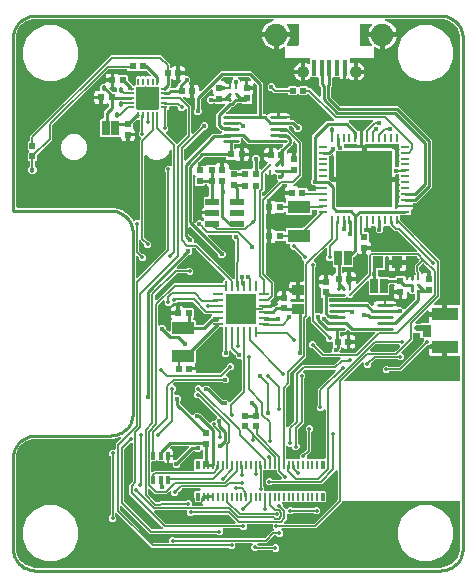
<source format=gbr>
G04 EAGLE Gerber RS-274X export*
G75*
%MOMM*%
%FSLAX34Y34*%
%LPD*%
%INBottom Copper*%
%IPPOS*%
%AMOC8*
5,1,8,0,0,1.08239X$1,22.5*%
G01*
%ADD10R,0.812800X0.203200*%
%ADD11R,0.203200X0.812800*%
%ADD12R,2.590800X2.590800*%
%ADD13R,0.620000X0.620000*%
%ADD14R,1.000000X0.950000*%
%ADD15R,0.950000X1.000000*%
%ADD16R,0.400000X1.350000*%
%ADD17C,1.900000*%
%ADD18C,1.050000*%
%ADD19R,0.635000X1.270000*%
%ADD20R,0.500000X0.500000*%
%ADD21R,0.750000X0.250000*%
%ADD22R,0.250000X0.750000*%
%ADD23R,4.700000X4.700000*%
%ADD24C,0.254000*%
%ADD25R,1.206400X0.480000*%
%ADD26C,0.250000*%
%ADD27R,1.900000X1.100000*%
%ADD28R,2.200000X1.050000*%
%ADD29R,0.800000X1.000000*%
%ADD30R,0.304800X0.673100*%
%ADD31R,0.230000X0.660000*%
%ADD32R,0.350000X0.660000*%
%ADD33R,0.600000X0.200000*%
%ADD34R,0.200000X0.600000*%
%ADD35C,0.355600*%
%ADD36C,0.381000*%
%ADD37C,0.228600*%
%ADD38C,0.127000*%
%ADD39C,0.152400*%
%ADD40C,0.203200*%
%ADD41C,0.254000*%
%ADD42C,0.457200*%
%ADD43C,0.500000*%

G36*
X102366Y295983D02*
X102366Y295983D01*
X102502Y295987D01*
X102506Y295989D01*
X102511Y295989D01*
X102642Y296033D01*
X102772Y296075D01*
X102776Y296077D01*
X102781Y296079D01*
X103015Y296240D01*
X103030Y296258D01*
X103046Y296270D01*
X103512Y296736D01*
X106084Y296736D01*
X106126Y296705D01*
X106153Y296694D01*
X106178Y296678D01*
X106286Y296644D01*
X106391Y296603D01*
X106421Y296601D01*
X106449Y296592D01*
X106562Y296589D01*
X106675Y296580D01*
X106704Y296585D01*
X106733Y296585D01*
X106842Y296613D01*
X106953Y296636D01*
X106980Y296649D01*
X107008Y296657D01*
X107105Y296714D01*
X107206Y296767D01*
X107227Y296787D01*
X107252Y296802D01*
X107330Y296884D01*
X107412Y296962D01*
X107427Y296988D01*
X107447Y297009D01*
X107498Y297110D01*
X107556Y297208D01*
X107563Y297236D01*
X107576Y297262D01*
X107589Y297339D01*
X107626Y297483D01*
X107624Y297546D01*
X107632Y297593D01*
X107632Y364327D01*
X108491Y365186D01*
X108526Y365233D01*
X108569Y365273D01*
X108612Y365346D01*
X108662Y365414D01*
X108683Y365468D01*
X108713Y365519D01*
X108733Y365600D01*
X108763Y365679D01*
X108768Y365738D01*
X108783Y365794D01*
X108780Y365878D01*
X108787Y365963D01*
X108775Y366020D01*
X108774Y366078D01*
X108748Y366159D01*
X108731Y366241D01*
X108704Y366293D01*
X108686Y366349D01*
X108646Y366405D01*
X108600Y366494D01*
X108531Y366566D01*
X108491Y366622D01*
X106489Y368625D01*
X106489Y371150D01*
X107334Y371996D01*
X107387Y372066D01*
X107447Y372130D01*
X107472Y372179D01*
X107505Y372223D01*
X107536Y372305D01*
X107576Y372383D01*
X107584Y372430D01*
X107607Y372489D01*
X107619Y372637D01*
X107632Y372714D01*
X107632Y380764D01*
X107624Y380822D01*
X107625Y380880D01*
X107604Y380962D01*
X107592Y381046D01*
X107568Y381099D01*
X107553Y381155D01*
X107510Y381228D01*
X107476Y381305D01*
X107438Y381350D01*
X107408Y381400D01*
X107346Y381458D01*
X107292Y381522D01*
X107243Y381554D01*
X107201Y381594D01*
X107126Y381633D01*
X107055Y381680D01*
X107000Y381697D01*
X106948Y381724D01*
X106880Y381735D01*
X106784Y381765D01*
X106685Y381768D01*
X106617Y381779D01*
X105195Y381779D01*
X105108Y381767D01*
X105021Y381764D01*
X104968Y381747D01*
X104913Y381739D01*
X104834Y381704D01*
X104750Y381677D01*
X104711Y381649D01*
X104654Y381623D01*
X104541Y381527D01*
X104477Y381482D01*
X102204Y379209D01*
X102152Y379139D01*
X102092Y379075D01*
X102066Y379026D01*
X102033Y378982D01*
X102002Y378900D01*
X101962Y378822D01*
X101954Y378775D01*
X101932Y378716D01*
X101920Y378568D01*
X101907Y378491D01*
X101907Y374977D01*
X101919Y374890D01*
X101922Y374803D01*
X101939Y374750D01*
X101947Y374695D01*
X101982Y374616D01*
X102009Y374532D01*
X102037Y374493D01*
X102063Y374436D01*
X102159Y374323D01*
X102204Y374259D01*
X102669Y373794D01*
X103004Y373215D01*
X103177Y372568D01*
X103177Y370683D01*
X98070Y370683D01*
X98012Y370675D01*
X97954Y370677D01*
X97872Y370655D01*
X97789Y370643D01*
X97735Y370620D01*
X97679Y370605D01*
X97606Y370562D01*
X97529Y370527D01*
X97485Y370489D01*
X97434Y370460D01*
X97377Y370398D01*
X97312Y370344D01*
X97280Y370295D01*
X97240Y370252D01*
X97201Y370177D01*
X97155Y370107D01*
X97137Y370051D01*
X97110Y369999D01*
X97099Y369931D01*
X97069Y369836D01*
X97066Y369736D01*
X97055Y369668D01*
X97055Y369615D01*
X97002Y369615D01*
X96944Y369607D01*
X96886Y369608D01*
X96804Y369587D01*
X96720Y369575D01*
X96667Y369551D01*
X96611Y369537D01*
X96538Y369493D01*
X96461Y369459D01*
X96416Y369421D01*
X96366Y369391D01*
X96308Y369330D01*
X96244Y369275D01*
X96212Y369227D01*
X96172Y369184D01*
X96133Y369109D01*
X96086Y369039D01*
X96069Y368983D01*
X96042Y368931D01*
X96031Y368863D01*
X96001Y368768D01*
X95998Y368668D01*
X95987Y368600D01*
X95987Y363493D01*
X94102Y363493D01*
X93455Y363666D01*
X92876Y364001D01*
X92403Y364474D01*
X92068Y365053D01*
X91895Y365700D01*
X91895Y366158D01*
X91891Y366187D01*
X91894Y366217D01*
X91871Y366328D01*
X91855Y366440D01*
X91843Y366466D01*
X91838Y366495D01*
X91785Y366596D01*
X91739Y366699D01*
X91720Y366722D01*
X91707Y366748D01*
X91629Y366830D01*
X91556Y366916D01*
X91531Y366932D01*
X91511Y366954D01*
X91413Y367011D01*
X91319Y367074D01*
X91291Y367083D01*
X91266Y367097D01*
X91156Y367125D01*
X91048Y367159D01*
X91019Y367160D01*
X90990Y367167D01*
X90877Y367164D01*
X90764Y367167D01*
X90735Y367159D01*
X90706Y367158D01*
X90598Y367123D01*
X90489Y367095D01*
X90463Y367080D01*
X90435Y367071D01*
X90377Y367029D01*
X74785Y367029D01*
X74040Y367774D01*
X74040Y381526D01*
X74785Y382271D01*
X75874Y382271D01*
X75932Y382279D01*
X75990Y382277D01*
X76072Y382299D01*
X76156Y382311D01*
X76209Y382334D01*
X76265Y382349D01*
X76338Y382392D01*
X76415Y382427D01*
X76460Y382465D01*
X76510Y382494D01*
X76568Y382556D01*
X76632Y382610D01*
X76664Y382659D01*
X76704Y382702D01*
X76743Y382777D01*
X76790Y382847D01*
X76807Y382903D01*
X76834Y382955D01*
X76845Y383023D01*
X76875Y383118D01*
X76878Y383218D01*
X76889Y383286D01*
X76889Y388656D01*
X80783Y392550D01*
X80835Y392620D01*
X80895Y392684D01*
X80921Y392733D01*
X80954Y392777D01*
X80985Y392859D01*
X81025Y392937D01*
X81033Y392984D01*
X81055Y393043D01*
X81067Y393191D01*
X81080Y393268D01*
X81080Y394773D01*
X81076Y394802D01*
X81079Y394832D01*
X81056Y394943D01*
X81040Y395055D01*
X81028Y395081D01*
X81023Y395110D01*
X80970Y395211D01*
X80924Y395314D01*
X80905Y395337D01*
X80892Y395363D01*
X80814Y395445D01*
X80741Y395531D01*
X80716Y395547D01*
X80696Y395569D01*
X80598Y395626D01*
X80504Y395689D01*
X80476Y395697D01*
X80451Y395712D01*
X80341Y395740D01*
X80233Y395774D01*
X80204Y395775D01*
X80175Y395782D01*
X80062Y395779D01*
X79949Y395782D01*
X79920Y395774D01*
X79891Y395773D01*
X79783Y395738D01*
X79674Y395710D01*
X79648Y395695D01*
X79620Y395686D01*
X79556Y395640D01*
X79429Y395565D01*
X79386Y395519D01*
X79347Y395491D01*
X79281Y395425D01*
X78702Y395090D01*
X78055Y394917D01*
X76170Y394917D01*
X76170Y400024D01*
X76162Y400082D01*
X76164Y400140D01*
X76142Y400222D01*
X76130Y400305D01*
X76107Y400359D01*
X76092Y400415D01*
X76049Y400488D01*
X76014Y400565D01*
X75976Y400609D01*
X75947Y400660D01*
X75885Y400717D01*
X75831Y400782D01*
X75782Y400814D01*
X75739Y400854D01*
X75664Y400893D01*
X75594Y400939D01*
X75538Y400957D01*
X75486Y400984D01*
X75418Y400995D01*
X75323Y401025D01*
X75223Y401028D01*
X75155Y401039D01*
X75102Y401039D01*
X75102Y401092D01*
X75094Y401150D01*
X75095Y401208D01*
X75074Y401290D01*
X75062Y401374D01*
X75038Y401427D01*
X75024Y401483D01*
X74980Y401556D01*
X74946Y401633D01*
X74908Y401678D01*
X74878Y401728D01*
X74817Y401786D01*
X74762Y401850D01*
X74714Y401882D01*
X74671Y401922D01*
X74596Y401961D01*
X74526Y402008D01*
X74470Y402025D01*
X74418Y402052D01*
X74350Y402063D01*
X74255Y402093D01*
X74155Y402096D01*
X74087Y402107D01*
X68980Y402107D01*
X68980Y403992D01*
X69153Y404639D01*
X69488Y405218D01*
X69961Y405691D01*
X70540Y406026D01*
X71187Y406199D01*
X73025Y406199D01*
X73083Y406207D01*
X73141Y406205D01*
X73223Y406227D01*
X73307Y406239D01*
X73360Y406262D01*
X73416Y406277D01*
X73489Y406320D01*
X73566Y406355D01*
X73611Y406393D01*
X73661Y406422D01*
X73719Y406484D01*
X73783Y406538D01*
X73815Y406587D01*
X73855Y406630D01*
X73894Y406705D01*
X73941Y406775D01*
X73958Y406831D01*
X73985Y406883D01*
X73996Y406951D01*
X74026Y407046D01*
X74029Y407146D01*
X74040Y407214D01*
X74040Y410159D01*
X76124Y412243D01*
X77617Y412243D01*
X77675Y412251D01*
X77733Y412249D01*
X77815Y412271D01*
X77899Y412283D01*
X77952Y412306D01*
X78008Y412321D01*
X78081Y412364D01*
X78158Y412399D01*
X78203Y412437D01*
X78253Y412466D01*
X78311Y412528D01*
X78375Y412582D01*
X78407Y412631D01*
X78447Y412674D01*
X78486Y412749D01*
X78533Y412819D01*
X78550Y412875D01*
X78577Y412927D01*
X78588Y412995D01*
X78618Y413090D01*
X78621Y413190D01*
X78632Y413258D01*
X78632Y413614D01*
X82724Y413614D01*
X82724Y409516D01*
X82636Y409498D01*
X82523Y409482D01*
X82497Y409470D01*
X82468Y409465D01*
X82367Y409412D01*
X82264Y409366D01*
X82242Y409347D01*
X82216Y409334D01*
X82133Y409256D01*
X82047Y409183D01*
X82031Y409158D01*
X82009Y409138D01*
X81952Y409040D01*
X81889Y408946D01*
X81881Y408918D01*
X81866Y408893D01*
X81838Y408783D01*
X81804Y408675D01*
X81803Y408645D01*
X81796Y408617D01*
X81799Y408504D01*
X81796Y408391D01*
X81804Y408362D01*
X81805Y408333D01*
X81840Y408225D01*
X81868Y408116D01*
X81883Y408090D01*
X81892Y408062D01*
X81938Y407999D01*
X82013Y407871D01*
X82059Y407828D01*
X82087Y407789D01*
X84376Y405500D01*
X84650Y405226D01*
X84720Y405174D01*
X84784Y405114D01*
X84833Y405088D01*
X84877Y405055D01*
X84959Y405024D01*
X85037Y404984D01*
X85084Y404976D01*
X85143Y404954D01*
X85291Y404942D01*
X85368Y404929D01*
X86868Y404929D01*
X86926Y404937D01*
X86984Y404935D01*
X87066Y404957D01*
X87150Y404969D01*
X87203Y404992D01*
X87259Y405007D01*
X87332Y405050D01*
X87409Y405085D01*
X87454Y405123D01*
X87504Y405152D01*
X87562Y405214D01*
X87626Y405268D01*
X87658Y405317D01*
X87698Y405360D01*
X87737Y405435D01*
X87784Y405505D01*
X87801Y405561D01*
X87828Y405613D01*
X87839Y405681D01*
X87869Y405776D01*
X87872Y405876D01*
X87883Y405944D01*
X87883Y408507D01*
X87875Y408565D01*
X87877Y408623D01*
X87855Y408705D01*
X87843Y408789D01*
X87820Y408842D01*
X87805Y408898D01*
X87762Y408971D01*
X87727Y409048D01*
X87689Y409093D01*
X87660Y409143D01*
X87598Y409201D01*
X87544Y409265D01*
X87495Y409297D01*
X87452Y409337D01*
X87377Y409376D01*
X87307Y409423D01*
X87251Y409440D01*
X87199Y409467D01*
X87131Y409478D01*
X87036Y409508D01*
X86936Y409511D01*
X86868Y409522D01*
X85822Y409522D01*
X85822Y414629D01*
X85814Y414687D01*
X85816Y414745D01*
X85794Y414827D01*
X85782Y414910D01*
X85759Y414964D01*
X85744Y415020D01*
X85701Y415093D01*
X85666Y415170D01*
X85676Y415188D01*
X85723Y415258D01*
X85740Y415314D01*
X85767Y415366D01*
X85778Y415434D01*
X85808Y415529D01*
X85811Y415629D01*
X85822Y415697D01*
X85822Y420804D01*
X87707Y420804D01*
X88354Y420631D01*
X88933Y420296D01*
X89398Y419831D01*
X89468Y419779D01*
X89532Y419719D01*
X89581Y419693D01*
X89625Y419660D01*
X89707Y419629D01*
X89785Y419589D01*
X89832Y419581D01*
X89891Y419559D01*
X90039Y419547D01*
X90116Y419534D01*
X96899Y419534D01*
X97644Y418789D01*
X97644Y414806D01*
X97656Y414719D01*
X97659Y414632D01*
X97676Y414579D01*
X97684Y414524D01*
X97719Y414445D01*
X97746Y414361D01*
X97774Y414322D01*
X97800Y414265D01*
X97896Y414152D01*
X97941Y414088D01*
X101411Y410618D01*
X101481Y410566D01*
X101545Y410506D01*
X101594Y410480D01*
X101638Y410447D01*
X101720Y410416D01*
X101798Y410376D01*
X101845Y410368D01*
X101904Y410346D01*
X102052Y410334D01*
X102129Y410321D01*
X103014Y410321D01*
X103072Y410329D01*
X103130Y410327D01*
X103212Y410349D01*
X103296Y410361D01*
X103349Y410384D01*
X103405Y410399D01*
X103478Y410442D01*
X103555Y410477D01*
X103600Y410515D01*
X103650Y410544D01*
X103708Y410606D01*
X103772Y410660D01*
X103804Y410709D01*
X103844Y410752D01*
X103883Y410827D01*
X103930Y410897D01*
X103947Y410953D01*
X103974Y411005D01*
X103985Y411073D01*
X104015Y411168D01*
X104018Y411268D01*
X104029Y411336D01*
X104029Y417576D01*
X104774Y418321D01*
X108002Y418321D01*
X108075Y418293D01*
X108133Y418288D01*
X108190Y418274D01*
X108274Y418276D01*
X108358Y418269D01*
X108415Y418281D01*
X108474Y418283D01*
X108554Y418309D01*
X108615Y418321D01*
X112002Y418321D01*
X112075Y418293D01*
X112133Y418288D01*
X112190Y418274D01*
X112274Y418276D01*
X112358Y418269D01*
X112415Y418281D01*
X112474Y418283D01*
X112554Y418309D01*
X112615Y418321D01*
X115577Y418321D01*
X115606Y418325D01*
X115636Y418322D01*
X115747Y418345D01*
X115859Y418361D01*
X115885Y418373D01*
X115914Y418378D01*
X116015Y418431D01*
X116118Y418477D01*
X116141Y418496D01*
X116167Y418509D01*
X116249Y418587D01*
X116335Y418660D01*
X116351Y418685D01*
X116373Y418705D01*
X116430Y418803D01*
X116493Y418897D01*
X116502Y418925D01*
X116516Y418950D01*
X116544Y419059D01*
X116579Y419168D01*
X116579Y419198D01*
X116586Y419226D01*
X116583Y419339D01*
X116586Y419452D01*
X116578Y419481D01*
X116577Y419510D01*
X116543Y419618D01*
X116514Y419727D01*
X116499Y419753D01*
X116490Y419781D01*
X116444Y419844D01*
X116369Y419972D01*
X116323Y420015D01*
X116295Y420054D01*
X113789Y422560D01*
X113719Y422612D01*
X113655Y422672D01*
X113606Y422698D01*
X113562Y422731D01*
X113480Y422762D01*
X113402Y422802D01*
X113355Y422810D01*
X113296Y422832D01*
X113149Y422844D01*
X113071Y422857D01*
X106792Y422857D01*
X106636Y423013D01*
X106589Y423048D01*
X106549Y423091D01*
X106476Y423133D01*
X106409Y423184D01*
X106354Y423205D01*
X106304Y423234D01*
X106222Y423255D01*
X106143Y423285D01*
X106085Y423290D01*
X106028Y423304D01*
X105944Y423302D01*
X105860Y423309D01*
X105802Y423297D01*
X105744Y423295D01*
X105664Y423269D01*
X105581Y423253D01*
X105529Y423226D01*
X105473Y423208D01*
X105417Y423168D01*
X105329Y423122D01*
X105256Y423053D01*
X105200Y423013D01*
X105044Y422857D01*
X97792Y422857D01*
X97047Y423602D01*
X97039Y423655D01*
X97041Y423713D01*
X97019Y423795D01*
X97007Y423879D01*
X96984Y423932D01*
X96969Y423988D01*
X96926Y424061D01*
X96891Y424138D01*
X96853Y424183D01*
X96824Y424233D01*
X96762Y424291D01*
X96708Y424355D01*
X96659Y424387D01*
X96616Y424427D01*
X96541Y424466D01*
X96471Y424513D01*
X96415Y424530D01*
X96363Y424557D01*
X96295Y424568D01*
X96200Y424598D01*
X96100Y424601D01*
X96032Y424612D01*
X81594Y424612D01*
X81507Y424600D01*
X81420Y424597D01*
X81367Y424580D01*
X81312Y424572D01*
X81233Y424537D01*
X81149Y424510D01*
X81110Y424482D01*
X81053Y424456D01*
X80940Y424360D01*
X80876Y424315D01*
X78545Y421984D01*
X78539Y421977D01*
X78532Y421971D01*
X78454Y421863D01*
X78375Y421757D01*
X78371Y421748D01*
X78365Y421740D01*
X78320Y421615D01*
X78273Y421492D01*
X78272Y421482D01*
X78269Y421473D01*
X78261Y421340D01*
X78250Y421208D01*
X78252Y421199D01*
X78251Y421189D01*
X78253Y421181D01*
X78148Y421178D01*
X78015Y421176D01*
X78005Y421173D01*
X77995Y421173D01*
X77869Y421132D01*
X77743Y421094D01*
X77734Y421088D01*
X77725Y421085D01*
X77679Y421053D01*
X77504Y420939D01*
X77481Y420911D01*
X77452Y420891D01*
X33719Y377158D01*
X33667Y377088D01*
X33607Y377024D01*
X33581Y376975D01*
X33548Y376931D01*
X33517Y376849D01*
X33477Y376771D01*
X33469Y376724D01*
X33447Y376665D01*
X33435Y376518D01*
X33422Y376440D01*
X33422Y364756D01*
X20705Y352039D01*
X20653Y351970D01*
X20593Y351906D01*
X20567Y351856D01*
X20534Y351812D01*
X20503Y351730D01*
X20463Y351653D01*
X20455Y351605D01*
X20433Y351547D01*
X20421Y351399D01*
X20408Y351321D01*
X20408Y347820D01*
X19663Y347075D01*
X19558Y347075D01*
X19500Y347067D01*
X19442Y347069D01*
X19360Y347047D01*
X19276Y347035D01*
X19223Y347012D01*
X19167Y346997D01*
X19094Y346954D01*
X19017Y346919D01*
X18972Y346881D01*
X18922Y346852D01*
X18864Y346790D01*
X18800Y346736D01*
X18768Y346687D01*
X18728Y346644D01*
X18689Y346569D01*
X18642Y346499D01*
X18625Y346443D01*
X18598Y346391D01*
X18587Y346323D01*
X18557Y346228D01*
X18554Y346128D01*
X18543Y346060D01*
X18543Y343016D01*
X18555Y342929D01*
X18558Y342842D01*
X18575Y342789D01*
X18583Y342734D01*
X18618Y342654D01*
X18645Y342571D01*
X18673Y342532D01*
X18699Y342475D01*
X18795Y342362D01*
X18840Y342298D01*
X20194Y340944D01*
X20194Y337998D01*
X18110Y335914D01*
X15164Y335914D01*
X13080Y337998D01*
X13080Y340944D01*
X14180Y342044D01*
X14232Y342114D01*
X14292Y342178D01*
X14318Y342227D01*
X14351Y342271D01*
X14382Y342353D01*
X14422Y342431D01*
X14430Y342478D01*
X14452Y342537D01*
X14464Y342684D01*
X14477Y342762D01*
X14477Y346060D01*
X14469Y346118D01*
X14471Y346176D01*
X14449Y346258D01*
X14437Y346342D01*
X14414Y346395D01*
X14399Y346451D01*
X14356Y346524D01*
X14321Y346601D01*
X14283Y346646D01*
X14254Y346696D01*
X14192Y346754D01*
X14138Y346818D01*
X14089Y346850D01*
X14046Y346890D01*
X13971Y346929D01*
X13901Y346976D01*
X13845Y346993D01*
X13793Y347020D01*
X13725Y347031D01*
X13630Y347061D01*
X13624Y347061D01*
X12866Y347820D01*
X12866Y353872D01*
X13622Y354628D01*
X13657Y354675D01*
X13700Y354715D01*
X13742Y354788D01*
X13793Y354855D01*
X13814Y354910D01*
X13843Y354960D01*
X13864Y355042D01*
X13894Y355121D01*
X13899Y355179D01*
X13913Y355236D01*
X13911Y355320D01*
X13918Y355404D01*
X13906Y355462D01*
X13904Y355520D01*
X13878Y355600D01*
X13862Y355683D01*
X13835Y355735D01*
X13817Y355791D01*
X13777Y355847D01*
X13731Y355935D01*
X13662Y356008D01*
X13622Y356064D01*
X12866Y356820D01*
X12866Y362872D01*
X13614Y363620D01*
X13647Y363625D01*
X13705Y363623D01*
X13787Y363645D01*
X13871Y363657D01*
X13924Y363680D01*
X13980Y363695D01*
X14053Y363738D01*
X14130Y363773D01*
X14175Y363811D01*
X14225Y363840D01*
X14283Y363902D01*
X14347Y363956D01*
X14379Y364005D01*
X14419Y364048D01*
X14458Y364123D01*
X14505Y364193D01*
X14522Y364249D01*
X14549Y364301D01*
X14560Y364369D01*
X14590Y364464D01*
X14593Y364564D01*
X14604Y364632D01*
X14604Y367744D01*
X82979Y436119D01*
X125429Y436119D01*
X133042Y428506D01*
X133042Y426645D01*
X133050Y426587D01*
X133048Y426529D01*
X133070Y426447D01*
X133082Y426363D01*
X133105Y426310D01*
X133120Y426254D01*
X133163Y426181D01*
X133198Y426104D01*
X133236Y426059D01*
X133265Y426009D01*
X133327Y425951D01*
X133381Y425887D01*
X133430Y425855D01*
X133473Y425815D01*
X133548Y425776D01*
X133618Y425729D01*
X133674Y425712D01*
X133726Y425685D01*
X133794Y425674D01*
X133889Y425644D01*
X133989Y425641D01*
X134057Y425630D01*
X134166Y425630D01*
X134253Y425642D01*
X134340Y425645D01*
X134393Y425662D01*
X134448Y425670D01*
X134527Y425705D01*
X134611Y425732D01*
X134650Y425760D01*
X134707Y425786D01*
X134820Y425882D01*
X134884Y425927D01*
X135349Y426392D01*
X135928Y426727D01*
X136575Y426900D01*
X138460Y426900D01*
X138460Y421793D01*
X138467Y421742D01*
X138466Y421723D01*
X138467Y421719D01*
X138466Y421677D01*
X138488Y421595D01*
X138500Y421512D01*
X138523Y421458D01*
X138538Y421402D01*
X138581Y421329D01*
X138616Y421252D01*
X138606Y421234D01*
X138559Y421164D01*
X138542Y421108D01*
X138515Y421056D01*
X138504Y420988D01*
X138474Y420893D01*
X138471Y420793D01*
X138460Y420725D01*
X138460Y415618D01*
X136575Y415618D01*
X135928Y415791D01*
X135349Y416126D01*
X135283Y416192D01*
X135259Y416210D01*
X135240Y416232D01*
X135146Y416295D01*
X135056Y416363D01*
X135028Y416373D01*
X135004Y416390D01*
X134896Y416424D01*
X134790Y416464D01*
X134761Y416467D01*
X134733Y416475D01*
X134620Y416478D01*
X134507Y416488D01*
X134478Y416482D01*
X134449Y416483D01*
X134339Y416454D01*
X134228Y416432D01*
X134202Y416418D01*
X134174Y416411D01*
X134076Y416353D01*
X133976Y416301D01*
X133954Y416281D01*
X133929Y416266D01*
X133852Y416183D01*
X133770Y416105D01*
X133755Y416080D01*
X133735Y416058D01*
X133683Y415958D01*
X133626Y415860D01*
X133619Y415831D01*
X133605Y415805D01*
X133592Y415728D01*
X133556Y415584D01*
X133558Y415522D01*
X133550Y415474D01*
X133550Y409609D01*
X133523Y409525D01*
X133483Y409419D01*
X133480Y409390D01*
X133472Y409362D01*
X133469Y409249D01*
X133459Y409136D01*
X133465Y409107D01*
X133464Y409078D01*
X133493Y408968D01*
X133515Y408857D01*
X133529Y408831D01*
X133536Y408803D01*
X133594Y408705D01*
X133646Y408605D01*
X133666Y408583D01*
X133681Y408558D01*
X133764Y408481D01*
X133842Y408399D01*
X133867Y408384D01*
X133889Y408364D01*
X133990Y408312D01*
X134087Y408255D01*
X134116Y408248D01*
X134142Y408234D01*
X134219Y408221D01*
X134363Y408185D01*
X134425Y408187D01*
X134473Y408179D01*
X137561Y408179D01*
X137619Y408187D01*
X137677Y408185D01*
X137759Y408207D01*
X137843Y408219D01*
X137896Y408242D01*
X137952Y408257D01*
X138025Y408300D01*
X138102Y408335D01*
X138147Y408373D01*
X138197Y408402D01*
X138255Y408464D01*
X138319Y408518D01*
X138351Y408567D01*
X138391Y408610D01*
X138430Y408685D01*
X138477Y408755D01*
X138494Y408811D01*
X138521Y408863D01*
X138532Y408931D01*
X138562Y409026D01*
X138565Y409126D01*
X138576Y409194D01*
X138576Y409264D01*
X139372Y410060D01*
X139400Y410072D01*
X139456Y410087D01*
X139529Y410130D01*
X139606Y410165D01*
X139651Y410203D01*
X139701Y410232D01*
X139759Y410294D01*
X139823Y410348D01*
X139855Y410397D01*
X139895Y410440D01*
X139934Y410515D01*
X139981Y410585D01*
X139998Y410641D01*
X140025Y410693D01*
X140036Y410761D01*
X140066Y410856D01*
X140069Y410956D01*
X140080Y411024D01*
X140080Y412151D01*
X141814Y413885D01*
X141832Y413909D01*
X141854Y413928D01*
X141917Y414022D01*
X141985Y414112D01*
X141995Y414140D01*
X142012Y414164D01*
X142046Y414272D01*
X142086Y414378D01*
X142089Y414407D01*
X142097Y414435D01*
X142100Y414549D01*
X142110Y414661D01*
X142104Y414690D01*
X142105Y414719D01*
X142076Y414829D01*
X142054Y414940D01*
X142040Y414966D01*
X142033Y414994D01*
X141975Y415092D01*
X141923Y415192D01*
X141903Y415214D01*
X141888Y415239D01*
X141805Y415316D01*
X141727Y415398D01*
X141702Y415413D01*
X141680Y415433D01*
X141579Y415485D01*
X141558Y415497D01*
X141558Y419710D01*
X145653Y419710D01*
X145658Y419677D01*
X145656Y419619D01*
X145678Y419537D01*
X145690Y419453D01*
X145713Y419400D01*
X145728Y419344D01*
X145771Y419271D01*
X145806Y419194D01*
X145844Y419149D01*
X145873Y419099D01*
X145935Y419041D01*
X145989Y418977D01*
X146038Y418945D01*
X146081Y418905D01*
X146156Y418866D01*
X146226Y418819D01*
X146282Y418802D01*
X146334Y418775D01*
X146402Y418764D01*
X146497Y418734D01*
X146597Y418731D01*
X146665Y418720D01*
X148381Y418720D01*
X150242Y416859D01*
X150242Y414229D01*
X149025Y413012D01*
X149007Y412988D01*
X148985Y412969D01*
X148922Y412875D01*
X148854Y412785D01*
X148844Y412757D01*
X148827Y412733D01*
X148793Y412625D01*
X148753Y412519D01*
X148750Y412490D01*
X148742Y412462D01*
X148739Y412348D01*
X148729Y412236D01*
X148735Y412207D01*
X148734Y412178D01*
X148763Y412068D01*
X148785Y411957D01*
X148799Y411931D01*
X148806Y411903D01*
X148864Y411805D01*
X148916Y411705D01*
X148936Y411683D01*
X148951Y411658D01*
X149034Y411581D01*
X149112Y411499D01*
X149137Y411484D01*
X149159Y411464D01*
X149260Y411412D01*
X149357Y411355D01*
X149386Y411348D01*
X149412Y411334D01*
X149489Y411321D01*
X149633Y411285D01*
X149695Y411287D01*
X149743Y411279D01*
X150398Y411279D01*
X150398Y406172D01*
X150406Y406114D01*
X150404Y406056D01*
X150426Y405974D01*
X150438Y405891D01*
X150461Y405837D01*
X150476Y405781D01*
X150519Y405708D01*
X150554Y405631D01*
X150544Y405613D01*
X150497Y405543D01*
X150480Y405487D01*
X150453Y405435D01*
X150442Y405367D01*
X150412Y405272D01*
X150409Y405172D01*
X150398Y405104D01*
X150398Y399997D01*
X148513Y399997D01*
X147866Y400170D01*
X147287Y400505D01*
X146822Y400970D01*
X146752Y401022D01*
X146688Y401082D01*
X146639Y401108D01*
X146595Y401141D01*
X146513Y401172D01*
X146435Y401212D01*
X146388Y401220D01*
X146329Y401242D01*
X146181Y401254D01*
X146104Y401267D01*
X145216Y401267D01*
X145187Y401263D01*
X145158Y401266D01*
X145047Y401243D01*
X144935Y401227D01*
X144908Y401215D01*
X144879Y401210D01*
X144779Y401158D01*
X144675Y401111D01*
X144653Y401092D01*
X144627Y401079D01*
X144545Y401001D01*
X144458Y400928D01*
X144442Y400903D01*
X144421Y400883D01*
X144364Y400785D01*
X144301Y400691D01*
X144292Y400663D01*
X144277Y400638D01*
X144249Y400528D01*
X144215Y400420D01*
X144214Y400390D01*
X144207Y400362D01*
X144211Y400249D01*
X144208Y400136D01*
X144215Y400107D01*
X144216Y400078D01*
X144251Y399970D01*
X144280Y399861D01*
X144295Y399835D01*
X144304Y399807D01*
X144349Y399744D01*
X144425Y399616D01*
X144470Y399573D01*
X144498Y399534D01*
X149717Y394316D01*
X149717Y394315D01*
X151131Y392902D01*
X151131Y370705D01*
X151135Y370676D01*
X151132Y370647D01*
X151155Y370536D01*
X151171Y370424D01*
X151183Y370397D01*
X151188Y370368D01*
X151240Y370268D01*
X151287Y370165D01*
X151306Y370142D01*
X151319Y370116D01*
X151397Y370034D01*
X151470Y369948D01*
X151495Y369931D01*
X151515Y369910D01*
X151613Y369853D01*
X151707Y369790D01*
X151735Y369781D01*
X151760Y369766D01*
X151870Y369738D01*
X151978Y369704D01*
X152008Y369703D01*
X152036Y369696D01*
X152149Y369700D01*
X152262Y369697D01*
X152291Y369704D01*
X152320Y369705D01*
X152428Y369740D01*
X152537Y369769D01*
X152563Y369784D01*
X152591Y369793D01*
X152654Y369838D01*
X152782Y369914D01*
X152825Y369960D01*
X152864Y369988D01*
X158706Y375830D01*
X158758Y375899D01*
X158818Y375963D01*
X158844Y376013D01*
X158877Y376057D01*
X158908Y376139D01*
X158948Y376216D01*
X158956Y376264D01*
X158978Y376322D01*
X158990Y376470D01*
X159003Y376548D01*
X159003Y377743D01*
X160864Y379604D01*
X163494Y379604D01*
X165355Y377743D01*
X165355Y375113D01*
X163494Y373252D01*
X162299Y373252D01*
X162212Y373240D01*
X162124Y373237D01*
X162072Y373220D01*
X162017Y373212D01*
X161937Y373177D01*
X161854Y373150D01*
X161815Y373122D01*
X161758Y373096D01*
X161644Y373000D01*
X161581Y372955D01*
X145459Y356833D01*
X145407Y356764D01*
X145347Y356700D01*
X145321Y356650D01*
X145288Y356606D01*
X145257Y356524D01*
X145217Y356447D01*
X145209Y356399D01*
X145187Y356341D01*
X145175Y356193D01*
X145162Y356115D01*
X145162Y347971D01*
X145166Y347941D01*
X145163Y347912D01*
X145186Y347801D01*
X145202Y347689D01*
X145214Y347662D01*
X145219Y347634D01*
X145271Y347533D01*
X145318Y347430D01*
X145337Y347407D01*
X145350Y347381D01*
X145428Y347299D01*
X145501Y347213D01*
X145526Y347196D01*
X145546Y347175D01*
X145644Y347118D01*
X145738Y347055D01*
X145766Y347046D01*
X145791Y347031D01*
X145901Y347003D01*
X146009Y346969D01*
X146039Y346968D01*
X146067Y346961D01*
X146180Y346965D01*
X146293Y346962D01*
X146322Y346969D01*
X146351Y346970D01*
X146459Y347005D01*
X146568Y347034D01*
X146594Y347049D01*
X146622Y347058D01*
X146685Y347103D01*
X146813Y347179D01*
X146856Y347225D01*
X146895Y347253D01*
X169627Y369985D01*
X175585Y369985D01*
X175672Y369997D01*
X175759Y370000D01*
X175812Y370017D01*
X175867Y370025D01*
X175947Y370060D01*
X176030Y370087D01*
X176069Y370115D01*
X176126Y370141D01*
X176239Y370237D01*
X176303Y370282D01*
X176691Y370670D01*
X176726Y370717D01*
X176769Y370757D01*
X176811Y370830D01*
X176862Y370897D01*
X176883Y370952D01*
X176913Y371002D01*
X176933Y371084D01*
X176963Y371163D01*
X176968Y371221D01*
X176983Y371278D01*
X176980Y371362D01*
X176987Y371446D01*
X176975Y371504D01*
X176974Y371562D01*
X176948Y371642D01*
X176931Y371725D01*
X176904Y371777D01*
X176886Y371833D01*
X176846Y371889D01*
X176800Y371977D01*
X176731Y372050D01*
X176691Y372106D01*
X176537Y372260D01*
X176467Y372312D01*
X176404Y372372D01*
X176354Y372398D01*
X176310Y372431D01*
X176228Y372462D01*
X176150Y372502D01*
X176103Y372510D01*
X176044Y372532D01*
X175897Y372544D01*
X175858Y372551D01*
X174066Y374343D01*
X173929Y374480D01*
X172143Y376266D01*
X172143Y386510D01*
X179143Y393510D01*
X179161Y393534D01*
X179183Y393553D01*
X179246Y393647D01*
X179314Y393737D01*
X179324Y393765D01*
X179341Y393789D01*
X179375Y393897D01*
X179415Y394003D01*
X179418Y394032D01*
X179427Y394060D01*
X179429Y394174D01*
X179439Y394286D01*
X179433Y394315D01*
X179434Y394344D01*
X179405Y394454D01*
X179383Y394565D01*
X179369Y394591D01*
X179362Y394619D01*
X179304Y394717D01*
X179252Y394817D01*
X179232Y394839D01*
X179217Y394864D01*
X179134Y394941D01*
X179056Y395023D01*
X179031Y395038D01*
X179009Y395058D01*
X178909Y395110D01*
X178811Y395167D01*
X178782Y395174D01*
X178756Y395188D01*
X178679Y395201D01*
X178535Y395237D01*
X178473Y395235D01*
X178425Y395243D01*
X171253Y395243D01*
X170887Y395609D01*
X170840Y395644D01*
X170800Y395687D01*
X170727Y395729D01*
X170660Y395780D01*
X170605Y395801D01*
X170555Y395830D01*
X170473Y395851D01*
X170394Y395881D01*
X170336Y395886D01*
X170279Y395900D01*
X170195Y395898D01*
X170111Y395905D01*
X170054Y395893D01*
X169995Y395891D01*
X169915Y395865D01*
X169832Y395849D01*
X169780Y395822D01*
X169724Y395804D01*
X169668Y395764D01*
X169580Y395718D01*
X169507Y395649D01*
X169451Y395609D01*
X169137Y395295D01*
X166507Y395295D01*
X164646Y397156D01*
X164646Y399786D01*
X166507Y401647D01*
X169493Y401647D01*
X169551Y401655D01*
X169609Y401653D01*
X169691Y401675D01*
X169775Y401687D01*
X169828Y401710D01*
X169884Y401725D01*
X169957Y401768D01*
X170034Y401803D01*
X170079Y401841D01*
X170129Y401870D01*
X170187Y401932D01*
X170251Y401986D01*
X170283Y402035D01*
X170323Y402078D01*
X170362Y402153D01*
X170409Y402223D01*
X170426Y402279D01*
X170453Y402331D01*
X170464Y402399D01*
X170494Y402494D01*
X170497Y402594D01*
X170508Y402662D01*
X170508Y402771D01*
X170496Y402858D01*
X170493Y402945D01*
X170476Y402998D01*
X170468Y403053D01*
X170433Y403132D01*
X170406Y403216D01*
X170378Y403255D01*
X170352Y403312D01*
X170256Y403425D01*
X170211Y403489D01*
X169746Y403954D01*
X169411Y404533D01*
X169238Y405180D01*
X169238Y406706D01*
X169234Y406735D01*
X169237Y406764D01*
X169214Y406875D01*
X169198Y406987D01*
X169186Y407014D01*
X169181Y407043D01*
X169129Y407143D01*
X169082Y407247D01*
X169063Y407269D01*
X169050Y407295D01*
X168972Y407377D01*
X168899Y407464D01*
X168874Y407480D01*
X168854Y407501D01*
X168756Y407558D01*
X168662Y407621D01*
X168634Y407630D01*
X168609Y407645D01*
X168499Y407673D01*
X168391Y407707D01*
X168361Y407708D01*
X168333Y407715D01*
X168220Y407711D01*
X168107Y407714D01*
X168078Y407707D01*
X168049Y407706D01*
X167941Y407671D01*
X167832Y407642D01*
X167806Y407628D01*
X167778Y407618D01*
X167715Y407573D01*
X167587Y407497D01*
X167544Y407452D01*
X167505Y407424D01*
X159302Y399221D01*
X159250Y399151D01*
X159190Y399087D01*
X159164Y399038D01*
X159131Y398993D01*
X159108Y398932D01*
X159104Y398927D01*
X159099Y398909D01*
X159060Y398834D01*
X159052Y398786D01*
X159030Y398728D01*
X159026Y398679D01*
X159019Y398656D01*
X159017Y398573D01*
X159005Y398503D01*
X159005Y391372D01*
X159013Y391316D01*
X159011Y391265D01*
X159018Y391238D01*
X159020Y391198D01*
X159037Y391145D01*
X159045Y391090D01*
X159074Y391024D01*
X159083Y390990D01*
X159091Y390976D01*
X159107Y390927D01*
X159135Y390888D01*
X159161Y390831D01*
X159218Y390764D01*
X159228Y390746D01*
X159251Y390725D01*
X159257Y390718D01*
X159302Y390654D01*
X159767Y390189D01*
X159767Y387559D01*
X157906Y385698D01*
X155276Y385698D01*
X153415Y387559D01*
X153415Y390189D01*
X153880Y390654D01*
X153917Y390704D01*
X153920Y390706D01*
X153928Y390718D01*
X153932Y390724D01*
X153992Y390788D01*
X154018Y390837D01*
X154051Y390881D01*
X154070Y390931D01*
X154078Y390943D01*
X154087Y390973D01*
X154122Y391041D01*
X154130Y391088D01*
X154152Y391147D01*
X154156Y391189D01*
X154163Y391214D01*
X154166Y391302D01*
X154177Y391372D01*
X154177Y398982D01*
X154169Y399040D01*
X154171Y399098D01*
X154149Y399180D01*
X154137Y399264D01*
X154114Y399317D01*
X154099Y399373D01*
X154056Y399446D01*
X154021Y399523D01*
X153983Y399568D01*
X153954Y399618D01*
X153892Y399676D01*
X153838Y399740D01*
X153789Y399772D01*
X153746Y399812D01*
X153671Y399851D01*
X153601Y399898D01*
X153545Y399915D01*
X153496Y399940D01*
X153496Y405104D01*
X153488Y405162D01*
X153490Y405220D01*
X153468Y405302D01*
X153456Y405385D01*
X153433Y405439D01*
X153418Y405495D01*
X153375Y405568D01*
X153340Y405645D01*
X153350Y405663D01*
X153397Y405733D01*
X153414Y405789D01*
X153441Y405841D01*
X153452Y405909D01*
X153482Y406004D01*
X153485Y406104D01*
X153496Y406172D01*
X153496Y411279D01*
X155381Y411279D01*
X156028Y411106D01*
X156607Y410771D01*
X157080Y410298D01*
X157415Y409719D01*
X157588Y409072D01*
X157588Y406784D01*
X157592Y406755D01*
X157589Y406726D01*
X157612Y406615D01*
X157628Y406503D01*
X157640Y406476D01*
X157645Y406447D01*
X157697Y406347D01*
X157744Y406243D01*
X157763Y406221D01*
X157776Y406195D01*
X157854Y406113D01*
X157927Y406026D01*
X157952Y406010D01*
X157972Y405989D01*
X158070Y405932D01*
X158164Y405869D01*
X158192Y405860D01*
X158217Y405845D01*
X158327Y405817D01*
X158435Y405783D01*
X158465Y405782D01*
X158493Y405775D01*
X158606Y405779D01*
X158719Y405776D01*
X158748Y405783D01*
X158777Y405784D01*
X158885Y405819D01*
X158994Y405848D01*
X159020Y405862D01*
X159048Y405872D01*
X159111Y405917D01*
X159239Y405993D01*
X159282Y406038D01*
X159321Y406066D01*
X174327Y421072D01*
X174327Y421073D01*
X176038Y422784D01*
X201660Y422784D01*
X211710Y412734D01*
X211710Y387444D01*
X211718Y387386D01*
X211716Y387328D01*
X211738Y387246D01*
X211750Y387162D01*
X211773Y387109D01*
X211788Y387053D01*
X211831Y386980D01*
X211866Y386903D01*
X211904Y386858D01*
X211933Y386808D01*
X211995Y386750D01*
X212049Y386686D01*
X212098Y386654D01*
X212141Y386614D01*
X212216Y386575D01*
X212286Y386528D01*
X212342Y386511D01*
X212394Y386484D01*
X212462Y386473D01*
X212557Y386443D01*
X212657Y386440D01*
X212725Y386429D01*
X214191Y386429D01*
X214455Y386165D01*
X214501Y386130D01*
X214542Y386088D01*
X214615Y386045D01*
X214682Y385995D01*
X214737Y385974D01*
X214787Y385944D01*
X214869Y385923D01*
X214948Y385893D01*
X215006Y385888D01*
X215063Y385874D01*
X215147Y385877D01*
X215231Y385870D01*
X215288Y385881D01*
X215347Y385883D01*
X215427Y385909D01*
X215510Y385926D01*
X215562Y385953D01*
X215617Y385971D01*
X215674Y386011D01*
X215762Y386057D01*
X215834Y386125D01*
X215891Y386165D01*
X216646Y386921D01*
X217511Y387420D01*
X218475Y387679D01*
X223959Y387679D01*
X223959Y383888D01*
X223967Y383830D01*
X223965Y383772D01*
X223987Y383690D01*
X223998Y383607D01*
X224022Y383553D01*
X224037Y383497D01*
X224080Y383424D01*
X224115Y383347D01*
X224152Y383303D01*
X224182Y383253D01*
X224183Y383252D01*
X224244Y383195D01*
X224298Y383130D01*
X224299Y383130D01*
X224347Y383098D01*
X224390Y383057D01*
X224465Y383019D01*
X224535Y382972D01*
X224591Y382955D01*
X224643Y382928D01*
X224711Y382917D01*
X224806Y382887D01*
X224906Y382884D01*
X224974Y382873D01*
X234626Y382873D01*
X234548Y382580D01*
X234542Y382531D01*
X234527Y382485D01*
X234525Y382391D01*
X234513Y382298D01*
X234521Y382249D01*
X234520Y382201D01*
X234544Y382110D01*
X234559Y382017D01*
X234579Y381973D01*
X234592Y381926D01*
X234640Y381845D01*
X234680Y381760D01*
X234712Y381723D01*
X234737Y381681D01*
X234806Y381617D01*
X234868Y381546D01*
X234909Y381520D01*
X234944Y381487D01*
X235028Y381444D01*
X235107Y381393D01*
X235154Y381379D01*
X235197Y381357D01*
X235271Y381345D01*
X235380Y381313D01*
X235467Y381312D01*
X235529Y381302D01*
X238062Y381302D01*
X241240Y378123D01*
X241310Y378071D01*
X241374Y378011D01*
X241424Y377985D01*
X241468Y377952D01*
X241549Y377921D01*
X241627Y377881D01*
X241675Y377873D01*
X241733Y377851D01*
X241881Y377839D01*
X241958Y377826D01*
X242615Y377826D01*
X244476Y375965D01*
X244476Y373335D01*
X242615Y371474D01*
X239985Y371474D01*
X238124Y373335D01*
X238124Y373992D01*
X238112Y374078D01*
X238109Y374166D01*
X238092Y374218D01*
X238084Y374273D01*
X238049Y374353D01*
X238022Y374436D01*
X237994Y374475D01*
X237968Y374533D01*
X237872Y374646D01*
X237827Y374710D01*
X236360Y376177D01*
X236290Y376229D01*
X236226Y376289D01*
X236176Y376315D01*
X236132Y376348D01*
X236051Y376379D01*
X235973Y376419D01*
X235925Y376427D01*
X235867Y376449D01*
X235719Y376461D01*
X235642Y376474D01*
X234404Y376474D01*
X234374Y376470D01*
X234345Y376473D01*
X234234Y376450D01*
X234122Y376434D01*
X234095Y376422D01*
X234066Y376417D01*
X233966Y376364D01*
X233863Y376318D01*
X233840Y376299D01*
X233814Y376286D01*
X233732Y376208D01*
X233646Y376135D01*
X233629Y376110D01*
X233608Y376090D01*
X233551Y375992D01*
X233488Y375898D01*
X233479Y375870D01*
X233464Y375844D01*
X233437Y375735D01*
X233402Y375627D01*
X233402Y375597D01*
X233394Y375569D01*
X233398Y375456D01*
X233395Y375343D01*
X233402Y375314D01*
X233403Y375285D01*
X233438Y375177D01*
X233467Y375068D01*
X233482Y375042D01*
X233491Y375014D01*
X233495Y375009D01*
X233495Y374692D01*
X233507Y374606D01*
X233510Y374518D01*
X233527Y374465D01*
X233535Y374411D01*
X233570Y374331D01*
X233597Y374248D01*
X233625Y374208D01*
X233651Y374151D01*
X233747Y374038D01*
X233792Y373974D01*
X245036Y362731D01*
X245036Y334251D01*
X239297Y328512D01*
X237862Y327078D01*
X237845Y327055D01*
X237822Y327036D01*
X237760Y326941D01*
X237692Y326851D01*
X237681Y326823D01*
X237665Y326799D01*
X237631Y326691D01*
X237590Y326585D01*
X237588Y326556D01*
X237579Y326528D01*
X237576Y326415D01*
X237567Y326302D01*
X237572Y326273D01*
X237572Y326244D01*
X237600Y326134D01*
X237623Y326023D01*
X237636Y325997D01*
X237644Y325969D01*
X237701Y325872D01*
X237754Y325771D01*
X237774Y325750D01*
X237789Y325724D01*
X237871Y325647D01*
X237949Y325565D01*
X237975Y325550D01*
X237996Y325530D01*
X238097Y325478D01*
X238195Y325421D01*
X238223Y325414D01*
X238249Y325400D01*
X238327Y325387D01*
X238470Y325351D01*
X238533Y325353D01*
X238580Y325345D01*
X239554Y325345D01*
X240201Y325172D01*
X240780Y324837D01*
X241245Y324372D01*
X241315Y324320D01*
X241379Y324260D01*
X241428Y324235D01*
X241472Y324201D01*
X241554Y324170D01*
X241632Y324130D01*
X241679Y324122D01*
X241738Y324100D01*
X241885Y324088D01*
X241963Y324075D01*
X248746Y324075D01*
X249491Y323331D01*
X249491Y322117D01*
X249499Y322059D01*
X249497Y322001D01*
X249519Y321919D01*
X249530Y321836D01*
X249554Y321782D01*
X249569Y321726D01*
X249612Y321653D01*
X249647Y321576D01*
X249684Y321532D01*
X249714Y321481D01*
X249776Y321424D01*
X249830Y321359D01*
X249879Y321327D01*
X249922Y321287D01*
X249997Y321248D01*
X250067Y321202D01*
X250123Y321184D01*
X250175Y321157D01*
X250243Y321146D01*
X250338Y321116D01*
X250438Y321113D01*
X250506Y321102D01*
X255488Y321102D01*
X255546Y321110D01*
X255604Y321109D01*
X255686Y321130D01*
X255769Y321142D01*
X255823Y321166D01*
X255879Y321180D01*
X255952Y321223D01*
X256029Y321258D01*
X256073Y321296D01*
X256124Y321326D01*
X256181Y321387D01*
X256246Y321442D01*
X256278Y321490D01*
X256318Y321533D01*
X256357Y321608D01*
X256403Y321678D01*
X256421Y321734D01*
X256448Y321786D01*
X256459Y321854D01*
X256489Y321949D01*
X256492Y322049D01*
X256503Y322117D01*
X256503Y322782D01*
X262794Y322782D01*
X262851Y322791D01*
X262910Y322789D01*
X262991Y322810D01*
X263075Y322822D01*
X263128Y322846D01*
X263185Y322861D01*
X263257Y322904D01*
X263334Y322939D01*
X263379Y322976D01*
X263429Y323006D01*
X263487Y323068D01*
X263551Y323122D01*
X263584Y323171D01*
X263624Y323213D01*
X263662Y323289D01*
X263709Y323359D01*
X263727Y323415D01*
X263753Y323467D01*
X263765Y323535D01*
X263795Y323630D01*
X263797Y323730D01*
X263809Y323798D01*
X263801Y323856D01*
X263802Y323898D01*
X263802Y323914D01*
X263781Y323996D01*
X263769Y324079D01*
X263745Y324133D01*
X263730Y324189D01*
X263687Y324262D01*
X263653Y324339D01*
X263615Y324384D01*
X263585Y324434D01*
X263523Y324492D01*
X263469Y324556D01*
X263420Y324588D01*
X263378Y324628D01*
X263303Y324667D01*
X263232Y324713D01*
X263177Y324731D01*
X263125Y324758D01*
X263057Y324769D01*
X262961Y324799D01*
X262862Y324802D01*
X262794Y324813D01*
X256503Y324813D01*
X256503Y325120D01*
X256495Y325178D01*
X256496Y325236D01*
X256475Y325318D01*
X256463Y325401D01*
X256439Y325455D01*
X256425Y325511D01*
X256382Y325584D01*
X256347Y325661D01*
X256309Y325705D01*
X256279Y325756D01*
X256218Y325814D01*
X256163Y325878D01*
X256115Y325910D01*
X256072Y325950D01*
X255997Y325989D01*
X255927Y326035D01*
X255871Y326053D01*
X255819Y326080D01*
X255751Y326091D01*
X255656Y326121D01*
X255556Y326124D01*
X255488Y326135D01*
X254463Y326135D01*
X252602Y327996D01*
X252602Y330626D01*
X252813Y330837D01*
X252865Y330907D01*
X252925Y330971D01*
X252951Y331020D01*
X252984Y331064D01*
X253015Y331146D01*
X253055Y331224D01*
X253063Y331271D01*
X253085Y331330D01*
X253097Y331478D01*
X253110Y331555D01*
X253110Y368289D01*
X265374Y380553D01*
X270993Y380553D01*
X271022Y380557D01*
X271051Y380554D01*
X271163Y380577D01*
X271275Y380593D01*
X271301Y380605D01*
X271330Y380610D01*
X271431Y380663D01*
X271534Y380709D01*
X271556Y380728D01*
X271583Y380741D01*
X271665Y380819D01*
X271751Y380892D01*
X271767Y380917D01*
X271789Y380937D01*
X271846Y381035D01*
X271909Y381129D01*
X271918Y381157D01*
X271932Y381182D01*
X271960Y381292D01*
X271994Y381400D01*
X271995Y381430D01*
X272002Y381458D01*
X271999Y381571D01*
X272002Y381684D01*
X271994Y381713D01*
X271993Y381742D01*
X271959Y381850D01*
X271930Y381959D01*
X271915Y381985D01*
X271906Y382013D01*
X271860Y382076D01*
X271785Y382204D01*
X271739Y382247D01*
X271711Y382286D01*
X270726Y383271D01*
X250815Y403182D01*
X250768Y403217D01*
X250728Y403260D01*
X250655Y403302D01*
X250588Y403353D01*
X250533Y403374D01*
X250483Y403403D01*
X250401Y403424D01*
X250322Y403454D01*
X250264Y403459D01*
X250207Y403473D01*
X250123Y403471D01*
X250039Y403478D01*
X249981Y403466D01*
X249923Y403464D01*
X249843Y403438D01*
X249760Y403422D01*
X249708Y403395D01*
X249652Y403377D01*
X249596Y403337D01*
X249508Y403291D01*
X249435Y403222D01*
X249379Y403182D01*
X248826Y402629D01*
X242774Y402629D01*
X242018Y403385D01*
X241971Y403420D01*
X241931Y403463D01*
X241858Y403505D01*
X241791Y403556D01*
X241736Y403577D01*
X241686Y403606D01*
X241604Y403627D01*
X241525Y403657D01*
X241467Y403662D01*
X241410Y403676D01*
X241326Y403674D01*
X241242Y403681D01*
X241184Y403669D01*
X241126Y403667D01*
X241046Y403641D01*
X240963Y403625D01*
X240911Y403598D01*
X240855Y403580D01*
X240799Y403540D01*
X240711Y403494D01*
X240638Y403425D01*
X240582Y403385D01*
X239826Y402629D01*
X233774Y402629D01*
X232964Y403439D01*
X232951Y403489D01*
X232908Y403562D01*
X232873Y403639D01*
X232835Y403684D01*
X232806Y403734D01*
X232744Y403792D01*
X232690Y403856D01*
X232641Y403888D01*
X232598Y403928D01*
X232523Y403967D01*
X232453Y404014D01*
X232397Y404031D01*
X232345Y404058D01*
X232277Y404069D01*
X232182Y404099D01*
X232082Y404102D01*
X232014Y404113D01*
X220795Y404113D01*
X219060Y405848D01*
X218990Y405900D01*
X218926Y405960D01*
X218877Y405986D01*
X218833Y406019D01*
X218751Y406050D01*
X218673Y406090D01*
X218626Y406098D01*
X218567Y406120D01*
X218420Y406132D01*
X218342Y406145D01*
X217506Y406145D01*
X215645Y408006D01*
X215645Y410636D01*
X217506Y412497D01*
X220136Y412497D01*
X221997Y410636D01*
X221997Y409800D01*
X222009Y409713D01*
X222012Y409626D01*
X222029Y409573D01*
X222037Y409518D01*
X222072Y409438D01*
X222099Y409355D01*
X222127Y409316D01*
X222153Y409259D01*
X222249Y409146D01*
X222294Y409082D01*
X222392Y408984D01*
X222462Y408932D01*
X222526Y408872D01*
X222575Y408846D01*
X222619Y408813D01*
X222701Y408782D01*
X222779Y408742D01*
X222826Y408734D01*
X222885Y408712D01*
X223032Y408700D01*
X223110Y408687D01*
X232014Y408687D01*
X232072Y408695D01*
X232130Y408693D01*
X232212Y408715D01*
X232296Y408727D01*
X232349Y408750D01*
X232405Y408765D01*
X232478Y408808D01*
X232555Y408843D01*
X232600Y408881D01*
X232650Y408910D01*
X232708Y408972D01*
X232772Y409026D01*
X232804Y409075D01*
X232844Y409118D01*
X232883Y409193D01*
X232930Y409263D01*
X232947Y409319D01*
X232974Y409371D01*
X233774Y410171D01*
X239826Y410171D01*
X240582Y409415D01*
X240629Y409380D01*
X240669Y409337D01*
X240742Y409295D01*
X240809Y409244D01*
X240864Y409223D01*
X240914Y409194D01*
X240996Y409173D01*
X241075Y409143D01*
X241133Y409138D01*
X241190Y409124D01*
X241274Y409126D01*
X241358Y409119D01*
X241416Y409131D01*
X241474Y409133D01*
X241554Y409159D01*
X241637Y409175D01*
X241689Y409202D01*
X241745Y409220D01*
X241801Y409260D01*
X241889Y409306D01*
X241962Y409375D01*
X242018Y409415D01*
X242774Y410171D01*
X248826Y410171D01*
X249636Y409361D01*
X249649Y409311D01*
X249692Y409238D01*
X249727Y409161D01*
X249765Y409116D01*
X249794Y409066D01*
X249856Y409008D01*
X249910Y408944D01*
X249959Y408912D01*
X250002Y408872D01*
X250077Y408833D01*
X250147Y408786D01*
X250203Y408769D01*
X250255Y408742D01*
X250323Y408731D01*
X250418Y408701D01*
X250518Y408698D01*
X250586Y408687D01*
X251778Y408687D01*
X258896Y401569D01*
X258919Y401551D01*
X258938Y401529D01*
X259033Y401466D01*
X259123Y401398D01*
X259150Y401388D01*
X259175Y401371D01*
X259283Y401337D01*
X259389Y401297D01*
X259418Y401294D01*
X259446Y401285D01*
X259559Y401283D01*
X259672Y401273D01*
X259701Y401279D01*
X259730Y401278D01*
X259840Y401307D01*
X259951Y401329D01*
X259977Y401343D01*
X260005Y401350D01*
X260103Y401408D01*
X260203Y401460D01*
X260224Y401480D01*
X260250Y401495D01*
X260327Y401578D01*
X260409Y401656D01*
X260424Y401681D01*
X260444Y401703D01*
X260496Y401803D01*
X260553Y401901D01*
X260560Y401930D01*
X260574Y401956D01*
X260587Y402033D01*
X260623Y402177D01*
X260621Y402239D01*
X260629Y402287D01*
X260629Y408901D01*
X260617Y408988D01*
X260614Y409075D01*
X260597Y409128D01*
X260589Y409183D01*
X260553Y409263D01*
X260527Y409346D01*
X260499Y409385D01*
X260473Y409442D01*
X260377Y409556D01*
X260332Y409619D01*
X259056Y410895D01*
X259056Y416732D01*
X259052Y416761D01*
X259055Y416791D01*
X259032Y416902D01*
X259016Y417014D01*
X259004Y417040D01*
X258999Y417069D01*
X258946Y417170D01*
X258900Y417273D01*
X258881Y417295D01*
X258868Y417322D01*
X258790Y417404D01*
X258717Y417490D01*
X258692Y417506D01*
X258672Y417528D01*
X258574Y417585D01*
X258480Y417648D01*
X258452Y417657D01*
X258427Y417671D01*
X258317Y417699D01*
X258209Y417733D01*
X258179Y417734D01*
X258151Y417741D01*
X258038Y417738D01*
X257925Y417741D01*
X257896Y417733D01*
X257867Y417732D01*
X257759Y417698D01*
X257650Y417669D01*
X257624Y417654D01*
X257596Y417645D01*
X257566Y417623D01*
X252388Y417623D01*
X252301Y417611D01*
X252213Y417608D01*
X252161Y417591D01*
X252106Y417583D01*
X252026Y417548D01*
X251943Y417521D01*
X251904Y417493D01*
X251847Y417467D01*
X251733Y417371D01*
X251670Y417326D01*
X250686Y416343D01*
X249410Y415490D01*
X247992Y414903D01*
X247344Y414774D01*
X247344Y421785D01*
X247336Y421843D01*
X247338Y421901D01*
X247316Y421983D01*
X247304Y422066D01*
X247281Y422120D01*
X247266Y422176D01*
X247223Y422249D01*
X247188Y422326D01*
X247150Y422370D01*
X247136Y422394D01*
X247159Y422419D01*
X247198Y422494D01*
X247245Y422564D01*
X247262Y422620D01*
X247289Y422672D01*
X247300Y422740D01*
X247330Y422835D01*
X247333Y422935D01*
X247344Y423003D01*
X247344Y430014D01*
X247992Y429885D01*
X249410Y429298D01*
X250120Y428824D01*
X250185Y428793D01*
X250245Y428752D01*
X250313Y428731D01*
X250376Y428701D01*
X250447Y428688D01*
X250516Y428667D01*
X250587Y428665D01*
X250656Y428653D01*
X250728Y428661D01*
X250800Y428659D01*
X250869Y428677D01*
X250939Y428685D01*
X251006Y428713D01*
X251075Y428731D01*
X251136Y428767D01*
X251201Y428794D01*
X251258Y428840D01*
X251320Y428876D01*
X251368Y428928D01*
X251423Y428972D01*
X251465Y429031D01*
X251514Y429084D01*
X251546Y429147D01*
X251587Y429204D01*
X251611Y429273D01*
X251644Y429337D01*
X251654Y429396D01*
X251680Y429473D01*
X251687Y429593D01*
X251699Y429668D01*
X251699Y432878D01*
X251691Y432936D01*
X251693Y432994D01*
X251671Y433076D01*
X251659Y433160D01*
X251636Y433213D01*
X251621Y433269D01*
X251578Y433342D01*
X251543Y433419D01*
X251505Y433464D01*
X251476Y433514D01*
X251414Y433572D01*
X251360Y433636D01*
X251311Y433668D01*
X251268Y433708D01*
X251193Y433747D01*
X251123Y433794D01*
X251067Y433811D01*
X251015Y433838D01*
X250947Y433849D01*
X250852Y433879D01*
X250752Y433882D01*
X250684Y433893D01*
X230470Y433893D01*
X230469Y433894D01*
X230469Y442295D01*
X230468Y442307D01*
X230469Y442319D01*
X230448Y442447D01*
X230429Y442576D01*
X230424Y442588D01*
X230422Y442600D01*
X230366Y442717D01*
X230313Y442836D01*
X230305Y442845D01*
X230300Y442856D01*
X230213Y442954D01*
X230130Y443053D01*
X230119Y443059D01*
X230111Y443069D01*
X230001Y443138D01*
X229893Y443210D01*
X229881Y443214D01*
X229871Y443221D01*
X229746Y443257D01*
X229622Y443296D01*
X229609Y443296D01*
X229598Y443300D01*
X229468Y443300D01*
X229338Y443303D01*
X229326Y443300D01*
X229313Y443300D01*
X229253Y443281D01*
X229063Y443231D01*
X229026Y443210D01*
X228993Y443199D01*
X227592Y442485D01*
X225789Y441900D01*
X225001Y441775D01*
X225001Y451613D01*
X234839Y451613D01*
X234714Y450825D01*
X234129Y449022D01*
X233268Y447333D01*
X232123Y445757D01*
X232080Y445676D01*
X232029Y445599D01*
X232013Y445550D01*
X231989Y445506D01*
X231971Y445416D01*
X231943Y445328D01*
X231941Y445277D01*
X231931Y445227D01*
X231938Y445136D01*
X231936Y445044D01*
X231948Y444994D01*
X231952Y444944D01*
X231984Y444858D01*
X232007Y444769D01*
X232033Y444725D01*
X232051Y444677D01*
X232106Y444603D01*
X232153Y444524D01*
X232190Y444489D01*
X232220Y444449D01*
X232293Y444393D01*
X232360Y444330D01*
X232405Y444306D01*
X232445Y444276D01*
X232531Y444242D01*
X232613Y444200D01*
X232657Y444193D01*
X232710Y444172D01*
X232868Y444157D01*
X232944Y444145D01*
X240954Y444145D01*
X241012Y444153D01*
X241070Y444151D01*
X241152Y444173D01*
X241236Y444185D01*
X241289Y444208D01*
X241345Y444223D01*
X241418Y444266D01*
X241495Y444301D01*
X241540Y444339D01*
X241590Y444368D01*
X241648Y444430D01*
X241712Y444484D01*
X241744Y444533D01*
X241784Y444576D01*
X241823Y444651D01*
X241870Y444721D01*
X241887Y444777D01*
X241914Y444829D01*
X241925Y444897D01*
X241955Y444992D01*
X241958Y445092D01*
X241969Y445160D01*
X241969Y462128D01*
X241961Y462186D01*
X241963Y462244D01*
X241941Y462326D01*
X241929Y462410D01*
X241906Y462463D01*
X241891Y462519D01*
X241848Y462592D01*
X241813Y462669D01*
X241775Y462714D01*
X241746Y462764D01*
X241684Y462822D01*
X241630Y462886D01*
X241581Y462918D01*
X241538Y462958D01*
X241463Y462997D01*
X241393Y463044D01*
X241337Y463061D01*
X241285Y463088D01*
X241217Y463099D01*
X241122Y463129D01*
X241022Y463132D01*
X240954Y463143D01*
X232944Y463143D01*
X232853Y463130D01*
X232761Y463127D01*
X232713Y463111D01*
X232663Y463103D01*
X232579Y463066D01*
X232491Y463037D01*
X232449Y463008D01*
X232403Y462987D01*
X232333Y462928D01*
X232257Y462876D01*
X232225Y462836D01*
X232186Y462804D01*
X232135Y462727D01*
X232077Y462656D01*
X232057Y462609D01*
X232029Y462567D01*
X232001Y462479D01*
X231964Y462395D01*
X231958Y462344D01*
X231943Y462296D01*
X231940Y462204D01*
X231929Y462113D01*
X231937Y462062D01*
X231936Y462012D01*
X231959Y461923D01*
X231973Y461832D01*
X231993Y461792D01*
X232007Y461737D01*
X232088Y461600D01*
X232123Y461531D01*
X233268Y459955D01*
X234129Y458266D01*
X234714Y456463D01*
X234839Y455675D01*
X223986Y455675D01*
X223928Y455667D01*
X223870Y455669D01*
X223788Y455647D01*
X223705Y455635D01*
X223651Y455611D01*
X223595Y455597D01*
X223522Y455554D01*
X223445Y455519D01*
X223401Y455481D01*
X223350Y455451D01*
X223293Y455390D01*
X223228Y455335D01*
X223196Y455287D01*
X223156Y455244D01*
X223117Y455169D01*
X223071Y455099D01*
X223053Y455043D01*
X223026Y454991D01*
X223015Y454923D01*
X222985Y454828D01*
X222982Y454728D01*
X222971Y454660D01*
X222971Y453643D01*
X222969Y453643D01*
X222969Y454660D01*
X222961Y454718D01*
X222962Y454776D01*
X222941Y454858D01*
X222929Y454941D01*
X222905Y454995D01*
X222891Y455051D01*
X222848Y455124D01*
X222813Y455201D01*
X222775Y455246D01*
X222745Y455296D01*
X222684Y455354D01*
X222629Y455418D01*
X222581Y455450D01*
X222538Y455490D01*
X222463Y455529D01*
X222393Y455575D01*
X222337Y455593D01*
X222285Y455620D01*
X222217Y455631D01*
X222122Y455661D01*
X222022Y455664D01*
X221954Y455675D01*
X211101Y455675D01*
X211226Y456463D01*
X211811Y458266D01*
X212672Y459955D01*
X213786Y461488D01*
X215126Y462828D01*
X216659Y463942D01*
X218348Y464803D01*
X220120Y465378D01*
X220233Y465434D01*
X220348Y465485D01*
X220361Y465496D01*
X220376Y465503D01*
X220469Y465587D01*
X220565Y465669D01*
X220574Y465683D01*
X220587Y465694D01*
X220653Y465801D01*
X220722Y465905D01*
X220727Y465921D01*
X220736Y465936D01*
X220770Y466057D01*
X220808Y466176D01*
X220808Y466193D01*
X220813Y466210D01*
X220812Y466335D01*
X220815Y466460D01*
X220811Y466477D01*
X220811Y466494D01*
X220775Y466615D01*
X220743Y466735D01*
X220735Y466750D01*
X220730Y466766D01*
X220662Y466872D01*
X220598Y466980D01*
X220586Y466991D01*
X220577Y467006D01*
X220482Y467089D01*
X220391Y467174D01*
X220376Y467182D01*
X220363Y467193D01*
X220249Y467247D01*
X220138Y467304D01*
X220123Y467306D01*
X220106Y467314D01*
X219825Y467359D01*
X219816Y467358D01*
X219807Y467359D01*
X19050Y467359D01*
X19006Y467353D01*
X18970Y467356D01*
X16547Y467165D01*
X16388Y467130D01*
X16312Y467119D01*
X11702Y465621D01*
X11447Y465496D01*
X11433Y465483D01*
X11419Y465477D01*
X7497Y462627D01*
X7293Y462430D01*
X7284Y462413D01*
X7273Y462403D01*
X4423Y458481D01*
X4290Y458230D01*
X4286Y458212D01*
X4279Y458198D01*
X2781Y453588D01*
X2768Y453511D01*
X2758Y453480D01*
X2757Y453450D01*
X2753Y453428D01*
X2735Y453353D01*
X2544Y450930D01*
X2547Y450885D01*
X2541Y450850D01*
X2541Y308356D01*
X2549Y308298D01*
X2547Y308240D01*
X2569Y308158D01*
X2581Y308074D01*
X2604Y308021D01*
X2619Y307965D01*
X2662Y307892D01*
X2697Y307815D01*
X2735Y307770D01*
X2764Y307720D01*
X2826Y307662D01*
X2880Y307598D01*
X2929Y307566D01*
X2972Y307526D01*
X3047Y307487D01*
X3117Y307440D01*
X3173Y307423D01*
X3225Y307396D01*
X3293Y307385D01*
X3388Y307355D01*
X3488Y307352D01*
X3556Y307341D01*
X85970Y307341D01*
X92474Y305227D01*
X98007Y301207D01*
X101507Y296391D01*
X101602Y296292D01*
X101697Y296192D01*
X101701Y296190D01*
X101704Y296187D01*
X101824Y296118D01*
X101942Y296048D01*
X101947Y296047D01*
X101951Y296045D01*
X102084Y296012D01*
X102218Y295978D01*
X102222Y295979D01*
X102227Y295977D01*
X102366Y295983D01*
G37*
G36*
X361994Y2547D02*
X361994Y2547D01*
X362030Y2544D01*
X364453Y2735D01*
X364612Y2770D01*
X364688Y2781D01*
X369298Y4279D01*
X369553Y4404D01*
X369567Y4417D01*
X369581Y4423D01*
X373503Y7273D01*
X373707Y7470D01*
X373716Y7487D01*
X373727Y7497D01*
X376577Y11419D01*
X376710Y11670D01*
X376714Y11688D01*
X376721Y11702D01*
X378219Y16312D01*
X378247Y16472D01*
X378265Y16547D01*
X378456Y18970D01*
X378453Y19015D01*
X378459Y19050D01*
X378459Y58059D01*
X378451Y58117D01*
X378453Y58175D01*
X378431Y58257D01*
X378419Y58341D01*
X378396Y58394D01*
X378381Y58450D01*
X378338Y58523D01*
X378303Y58600D01*
X378265Y58645D01*
X378236Y58695D01*
X378174Y58753D01*
X378120Y58817D01*
X378071Y58849D01*
X378028Y58889D01*
X377953Y58928D01*
X377883Y58975D01*
X377827Y58992D01*
X377775Y59019D01*
X377707Y59030D01*
X377612Y59060D01*
X377512Y59063D01*
X377444Y59074D01*
X279781Y59074D01*
X279723Y59066D01*
X279665Y59068D01*
X279583Y59046D01*
X279499Y59034D01*
X279446Y59011D01*
X279390Y58996D01*
X279317Y58953D01*
X279240Y58918D01*
X279195Y58880D01*
X279145Y58851D01*
X279087Y58789D01*
X279023Y58735D01*
X278991Y58686D01*
X278951Y58643D01*
X278912Y58568D01*
X278865Y58498D01*
X278848Y58442D01*
X278821Y58390D01*
X278810Y58322D01*
X278780Y58227D01*
X278777Y58127D01*
X278766Y58059D01*
X278766Y58012D01*
X256440Y35686D01*
X228251Y35686D01*
X228222Y35682D01*
X228193Y35685D01*
X228082Y35662D01*
X227970Y35646D01*
X227943Y35634D01*
X227914Y35629D01*
X227814Y35576D01*
X227710Y35530D01*
X227688Y35511D01*
X227662Y35498D01*
X227580Y35420D01*
X227493Y35347D01*
X227477Y35322D01*
X227456Y35302D01*
X227399Y35204D01*
X227336Y35110D01*
X227327Y35082D01*
X227312Y35057D01*
X227284Y34947D01*
X227250Y34839D01*
X227249Y34809D01*
X227242Y34781D01*
X227246Y34668D01*
X227243Y34555D01*
X227250Y34526D01*
X227251Y34497D01*
X227286Y34389D01*
X227315Y34280D01*
X227329Y34254D01*
X227339Y34226D01*
X227384Y34162D01*
X227460Y34035D01*
X227505Y33992D01*
X227533Y33953D01*
X228474Y33013D01*
X228474Y30487D01*
X226688Y28701D01*
X224162Y28701D01*
X223317Y29547D01*
X223247Y29599D01*
X223183Y29659D01*
X223133Y29685D01*
X223089Y29718D01*
X223008Y29749D01*
X222930Y29789D01*
X222882Y29797D01*
X222824Y29819D01*
X222676Y29831D01*
X222599Y29844D01*
X221872Y29844D01*
X221786Y29832D01*
X221698Y29829D01*
X221646Y29812D01*
X221591Y29804D01*
X221511Y29769D01*
X221428Y29742D01*
X221389Y29714D01*
X221331Y29688D01*
X221218Y29592D01*
X221155Y29547D01*
X216389Y24781D01*
X214975Y23367D01*
X208058Y23367D01*
X208029Y23363D01*
X208000Y23366D01*
X207889Y23343D01*
X207777Y23327D01*
X207750Y23315D01*
X207721Y23310D01*
X207621Y23257D01*
X207517Y23211D01*
X207495Y23192D01*
X207469Y23179D01*
X207387Y23101D01*
X207300Y23028D01*
X207284Y23003D01*
X207263Y22983D01*
X207206Y22885D01*
X207143Y22791D01*
X207134Y22763D01*
X207119Y22738D01*
X207091Y22628D01*
X207057Y22520D01*
X207056Y22491D01*
X207049Y22462D01*
X207053Y22349D01*
X207050Y22236D01*
X207057Y22207D01*
X207058Y22178D01*
X207093Y22070D01*
X207122Y21961D01*
X207136Y21935D01*
X207146Y21907D01*
X207191Y21843D01*
X207267Y21716D01*
X207312Y21673D01*
X207340Y21634D01*
X207721Y21253D01*
X207791Y21201D01*
X207855Y21141D01*
X207904Y21115D01*
X207949Y21082D01*
X208030Y21051D01*
X208108Y21011D01*
X208156Y21003D01*
X208214Y20981D01*
X208362Y20969D01*
X208439Y20956D01*
X219424Y20956D01*
X219510Y20968D01*
X219598Y20971D01*
X219650Y20988D01*
X219705Y20996D01*
X219785Y21031D01*
X219868Y21058D01*
X219907Y21086D01*
X219965Y21112D01*
X220078Y21208D01*
X220142Y21253D01*
X220987Y22099D01*
X223513Y22099D01*
X225299Y20313D01*
X225299Y17787D01*
X223513Y16001D01*
X220987Y16001D01*
X220142Y16847D01*
X220072Y16899D01*
X220008Y16959D01*
X219958Y16985D01*
X219914Y17018D01*
X219833Y17049D01*
X219755Y17089D01*
X219707Y17097D01*
X219649Y17119D01*
X219501Y17131D01*
X219424Y17144D01*
X207296Y17144D01*
X207210Y17132D01*
X207122Y17129D01*
X207070Y17112D01*
X207015Y17104D01*
X206935Y17069D01*
X206852Y17042D01*
X206813Y17014D01*
X206755Y16988D01*
X206642Y16892D01*
X206578Y16847D01*
X206304Y16573D01*
X203779Y16573D01*
X201993Y18359D01*
X201993Y20884D01*
X202743Y21634D01*
X202760Y21658D01*
X202783Y21677D01*
X202845Y21771D01*
X202913Y21861D01*
X202924Y21889D01*
X202940Y21913D01*
X202974Y22021D01*
X203015Y22127D01*
X203017Y22156D01*
X203026Y22184D01*
X203029Y22298D01*
X203038Y22410D01*
X203033Y22439D01*
X203033Y22468D01*
X203005Y22578D01*
X202982Y22689D01*
X202969Y22715D01*
X202961Y22743D01*
X202904Y22841D01*
X202851Y22941D01*
X202831Y22963D01*
X202816Y22988D01*
X202734Y23065D01*
X202656Y23147D01*
X202630Y23162D01*
X202609Y23182D01*
X202508Y23234D01*
X202410Y23291D01*
X202382Y23298D01*
X202356Y23312D01*
X202278Y23325D01*
X202135Y23361D01*
X202072Y23359D01*
X202025Y23367D01*
X189230Y23367D01*
X189172Y23359D01*
X189114Y23361D01*
X189032Y23339D01*
X188948Y23327D01*
X188895Y23304D01*
X188839Y23289D01*
X188766Y23246D01*
X188689Y23211D01*
X188644Y23173D01*
X188594Y23144D01*
X188536Y23082D01*
X188472Y23028D01*
X188440Y22979D01*
X188400Y22936D01*
X188361Y22861D01*
X188314Y22791D01*
X188297Y22735D01*
X188270Y22683D01*
X188259Y22615D01*
X188229Y22520D01*
X188226Y22420D01*
X188215Y22352D01*
X188215Y20200D01*
X186429Y18414D01*
X183903Y18414D01*
X183185Y19133D01*
X183115Y19185D01*
X183051Y19245D01*
X183002Y19271D01*
X182957Y19304D01*
X182876Y19335D01*
X182798Y19375D01*
X182750Y19383D01*
X182692Y19405D01*
X182544Y19417D01*
X182467Y19430D01*
X117575Y19430D01*
X116161Y20844D01*
X88284Y48721D01*
X88261Y48738D01*
X88242Y48761D01*
X88148Y48823D01*
X88057Y48891D01*
X88030Y48902D01*
X88005Y48918D01*
X87897Y48952D01*
X87792Y48993D01*
X87762Y48995D01*
X87734Y49004D01*
X87621Y49007D01*
X87508Y49016D01*
X87480Y49010D01*
X87450Y49011D01*
X87341Y48983D01*
X87229Y48960D01*
X87203Y48947D01*
X87175Y48939D01*
X87078Y48882D01*
X86977Y48829D01*
X86956Y48809D01*
X86931Y48794D01*
X86853Y48712D01*
X86771Y48634D01*
X86756Y48608D01*
X86736Y48587D01*
X86685Y48486D01*
X86627Y48388D01*
X86620Y48360D01*
X86607Y48334D01*
X86594Y48256D01*
X86557Y48113D01*
X86559Y48050D01*
X86551Y48003D01*
X86551Y46959D01*
X86563Y46872D01*
X86566Y46785D01*
X86583Y46732D01*
X86591Y46677D01*
X86627Y46598D01*
X86654Y46514D01*
X86682Y46475D01*
X86707Y46418D01*
X86803Y46305D01*
X86849Y46241D01*
X87440Y45649D01*
X87440Y43124D01*
X85654Y41338D01*
X83129Y41338D01*
X81343Y43124D01*
X81343Y45649D01*
X82442Y46749D01*
X82495Y46819D01*
X82555Y46883D01*
X82580Y46932D01*
X82613Y46976D01*
X82644Y47058D01*
X82684Y47136D01*
X82692Y47183D01*
X82715Y47242D01*
X82727Y47390D01*
X82740Y47467D01*
X82740Y96551D01*
X82728Y96638D01*
X82725Y96725D01*
X82708Y96778D01*
X82700Y96833D01*
X82664Y96912D01*
X82637Y96996D01*
X82609Y97035D01*
X82584Y97092D01*
X82488Y97205D01*
X82442Y97269D01*
X81597Y98115D01*
X81597Y100640D01*
X83383Y102426D01*
X85979Y102426D01*
X86037Y102434D01*
X86095Y102433D01*
X86177Y102454D01*
X86261Y102466D01*
X86314Y102490D01*
X86370Y102505D01*
X86443Y102548D01*
X86520Y102582D01*
X86565Y102620D01*
X86615Y102650D01*
X86673Y102712D01*
X86737Y102766D01*
X86769Y102815D01*
X86809Y102857D01*
X86848Y102932D01*
X86895Y103003D01*
X86912Y103058D01*
X86939Y103110D01*
X86950Y103178D01*
X86980Y103274D01*
X86983Y103373D01*
X86994Y103441D01*
X86994Y107152D01*
X88408Y108566D01*
X91322Y111480D01*
X91337Y111499D01*
X91352Y111512D01*
X91363Y111529D01*
X91384Y111548D01*
X91435Y111630D01*
X91493Y111707D01*
X91508Y111746D01*
X91510Y111749D01*
X91511Y111753D01*
X91534Y111789D01*
X91560Y111882D01*
X91594Y111973D01*
X91598Y112019D01*
X91611Y112063D01*
X91610Y112160D01*
X91618Y112256D01*
X91609Y112301D01*
X91608Y112347D01*
X91581Y112440D01*
X91562Y112535D01*
X91541Y112576D01*
X91528Y112620D01*
X91475Y112701D01*
X91431Y112787D01*
X91399Y112820D01*
X91374Y112859D01*
X91302Y112923D01*
X91235Y112993D01*
X91195Y113017D01*
X91161Y113047D01*
X91073Y113088D01*
X90990Y113137D01*
X90945Y113148D01*
X90903Y113168D01*
X90808Y113183D01*
X90714Y113207D01*
X90668Y113205D01*
X90623Y113213D01*
X90548Y113202D01*
X90430Y113198D01*
X90351Y113172D01*
X90291Y113163D01*
X85970Y111759D01*
X19050Y111759D01*
X19006Y111753D01*
X18970Y111756D01*
X16547Y111565D01*
X16388Y111530D01*
X16312Y111519D01*
X11702Y110021D01*
X11447Y109896D01*
X11433Y109883D01*
X11419Y109877D01*
X7497Y107027D01*
X7293Y106830D01*
X7284Y106813D01*
X7273Y106803D01*
X4423Y102881D01*
X4290Y102630D01*
X4286Y102612D01*
X4279Y102598D01*
X2781Y97988D01*
X2753Y97828D01*
X2735Y97753D01*
X2544Y95330D01*
X2547Y95285D01*
X2541Y95250D01*
X2541Y19050D01*
X2547Y19006D01*
X2544Y18970D01*
X2735Y16547D01*
X2770Y16388D01*
X2781Y16312D01*
X4279Y11702D01*
X4404Y11447D01*
X4417Y11433D01*
X4423Y11419D01*
X7273Y7497D01*
X7470Y7293D01*
X7487Y7284D01*
X7497Y7273D01*
X11419Y4423D01*
X11670Y4290D01*
X11688Y4286D01*
X11702Y4279D01*
X16312Y2781D01*
X16472Y2753D01*
X16547Y2735D01*
X18970Y2544D01*
X19015Y2547D01*
X19050Y2541D01*
X361950Y2541D01*
X361994Y2547D01*
G37*
G36*
X344823Y208910D02*
X344823Y208910D01*
X344910Y208913D01*
X344963Y208930D01*
X345018Y208938D01*
X345097Y208973D01*
X345181Y209000D01*
X345220Y209028D01*
X345277Y209054D01*
X345390Y209150D01*
X345454Y209195D01*
X345730Y209471D01*
X351150Y209471D01*
X351198Y209478D01*
X351247Y209475D01*
X351338Y209497D01*
X351431Y209511D01*
X351476Y209531D01*
X351523Y209542D01*
X351605Y209588D01*
X351691Y209627D01*
X351728Y209658D01*
X351770Y209682D01*
X351836Y209750D01*
X351908Y209810D01*
X351935Y209851D01*
X351969Y209886D01*
X352013Y209969D01*
X352065Y210047D01*
X352080Y210094D01*
X352103Y210137D01*
X352123Y210229D01*
X352151Y210318D01*
X352152Y210367D01*
X352163Y210415D01*
X352156Y210489D01*
X352158Y210602D01*
X352137Y210686D01*
X352131Y210749D01*
X351965Y211366D01*
X351965Y214919D01*
X364490Y214919D01*
X364548Y214927D01*
X364606Y214925D01*
X364688Y214947D01*
X364771Y214959D01*
X364825Y214983D01*
X364881Y214997D01*
X364954Y215040D01*
X365031Y215075D01*
X365075Y215113D01*
X365126Y215143D01*
X365183Y215204D01*
X365248Y215259D01*
X365280Y215307D01*
X365320Y215350D01*
X365359Y215425D01*
X365405Y215495D01*
X365423Y215551D01*
X365450Y215603D01*
X365461Y215671D01*
X365491Y215766D01*
X365494Y215866D01*
X365505Y215934D01*
X365505Y216951D01*
X366522Y216951D01*
X366580Y216959D01*
X366638Y216958D01*
X366720Y216979D01*
X366803Y216991D01*
X366857Y217015D01*
X366913Y217029D01*
X366986Y217072D01*
X367063Y217107D01*
X367107Y217145D01*
X367158Y217175D01*
X367215Y217236D01*
X367280Y217291D01*
X367312Y217339D01*
X367352Y217382D01*
X367391Y217457D01*
X367437Y217527D01*
X367455Y217583D01*
X367482Y217635D01*
X367493Y217703D01*
X367523Y217798D01*
X367526Y217898D01*
X367537Y217966D01*
X367537Y224741D01*
X376840Y224741D01*
X377181Y224649D01*
X377230Y224644D01*
X377276Y224629D01*
X377370Y224626D01*
X377463Y224615D01*
X377512Y224623D01*
X377560Y224622D01*
X377651Y224645D01*
X377744Y224660D01*
X377788Y224681D01*
X377835Y224693D01*
X377916Y224741D01*
X378001Y224781D01*
X378038Y224814D01*
X378080Y224839D01*
X378144Y224907D01*
X378215Y224969D01*
X378241Y225010D01*
X378274Y225046D01*
X378317Y225129D01*
X378368Y225209D01*
X378382Y225256D01*
X378404Y225299D01*
X378416Y225372D01*
X378448Y225481D01*
X378449Y225568D01*
X378459Y225630D01*
X378459Y450850D01*
X378453Y450894D01*
X378456Y450930D01*
X378265Y453353D01*
X378249Y453425D01*
X378249Y453428D01*
X378245Y453446D01*
X378230Y453512D01*
X378219Y453588D01*
X376721Y458198D01*
X376596Y458453D01*
X376583Y458467D01*
X376577Y458481D01*
X373727Y462403D01*
X373530Y462607D01*
X373513Y462616D01*
X373503Y462627D01*
X369581Y465477D01*
X369330Y465610D01*
X369312Y465614D01*
X369298Y465621D01*
X364688Y467119D01*
X364528Y467147D01*
X364453Y467165D01*
X362030Y467356D01*
X361985Y467353D01*
X361950Y467359D01*
X316133Y467359D01*
X316009Y467342D01*
X315884Y467328D01*
X315869Y467322D01*
X315852Y467319D01*
X315737Y467268D01*
X315621Y467221D01*
X315608Y467210D01*
X315592Y467203D01*
X315497Y467122D01*
X315398Y467044D01*
X315388Y467030D01*
X315375Y467020D01*
X315306Y466915D01*
X315233Y466813D01*
X315227Y466797D01*
X315218Y466783D01*
X315180Y466663D01*
X315138Y466545D01*
X315137Y466528D01*
X315132Y466512D01*
X315129Y466387D01*
X315122Y466261D01*
X315125Y466245D01*
X315125Y466228D01*
X315156Y466107D01*
X315184Y465984D01*
X315192Y465969D01*
X315197Y465953D01*
X315261Y465845D01*
X315321Y465735D01*
X315333Y465723D01*
X315342Y465708D01*
X315434Y465622D01*
X315522Y465534D01*
X315536Y465526D01*
X315549Y465514D01*
X315802Y465384D01*
X315811Y465383D01*
X315820Y465378D01*
X317592Y464803D01*
X319281Y463942D01*
X320814Y462828D01*
X322154Y461488D01*
X323268Y459955D01*
X324129Y458266D01*
X324714Y456463D01*
X324839Y455675D01*
X313986Y455675D01*
X313928Y455667D01*
X313870Y455669D01*
X313788Y455647D01*
X313705Y455635D01*
X313651Y455611D01*
X313595Y455597D01*
X313522Y455554D01*
X313445Y455519D01*
X313401Y455481D01*
X313350Y455451D01*
X313293Y455390D01*
X313228Y455335D01*
X313196Y455287D01*
X313156Y455244D01*
X313117Y455169D01*
X313071Y455099D01*
X313053Y455043D01*
X313026Y454991D01*
X313015Y454923D01*
X312985Y454828D01*
X312982Y454728D01*
X312971Y454660D01*
X312971Y453643D01*
X312969Y453643D01*
X312969Y454660D01*
X312961Y454718D01*
X312962Y454776D01*
X312941Y454858D01*
X312929Y454941D01*
X312905Y454995D01*
X312891Y455051D01*
X312848Y455124D01*
X312813Y455201D01*
X312775Y455246D01*
X312745Y455296D01*
X312684Y455354D01*
X312629Y455418D01*
X312581Y455450D01*
X312538Y455490D01*
X312463Y455529D01*
X312393Y455575D01*
X312337Y455593D01*
X312285Y455620D01*
X312217Y455631D01*
X312122Y455661D01*
X312022Y455664D01*
X311954Y455675D01*
X301101Y455675D01*
X301226Y456463D01*
X301811Y458266D01*
X302672Y459955D01*
X303817Y461531D01*
X303860Y461612D01*
X303911Y461689D01*
X303927Y461738D01*
X303951Y461782D01*
X303969Y461872D01*
X303997Y461960D01*
X303999Y462011D01*
X304009Y462061D01*
X304002Y462152D01*
X304004Y462244D01*
X303992Y462294D01*
X303988Y462344D01*
X303956Y462430D01*
X303933Y462519D01*
X303907Y462563D01*
X303889Y462611D01*
X303834Y462685D01*
X303787Y462764D01*
X303750Y462799D01*
X303720Y462839D01*
X303647Y462895D01*
X303580Y462958D01*
X303535Y462982D01*
X303495Y463012D01*
X303409Y463046D01*
X303327Y463088D01*
X303283Y463095D01*
X303230Y463116D01*
X303072Y463131D01*
X302996Y463143D01*
X294986Y463143D01*
X294928Y463135D01*
X294870Y463137D01*
X294788Y463115D01*
X294704Y463103D01*
X294651Y463080D01*
X294595Y463065D01*
X294522Y463022D01*
X294445Y462987D01*
X294400Y462949D01*
X294350Y462920D01*
X294292Y462858D01*
X294228Y462804D01*
X294196Y462755D01*
X294156Y462712D01*
X294117Y462637D01*
X294070Y462567D01*
X294053Y462511D01*
X294026Y462459D01*
X294015Y462391D01*
X293985Y462296D01*
X293982Y462196D01*
X293971Y462128D01*
X293971Y445160D01*
X293978Y445107D01*
X293977Y445073D01*
X293978Y445071D01*
X293977Y445044D01*
X293999Y444962D01*
X294011Y444878D01*
X294034Y444825D01*
X294049Y444769D01*
X294092Y444696D01*
X294127Y444619D01*
X294165Y444574D01*
X294194Y444524D01*
X294256Y444466D01*
X294310Y444402D01*
X294359Y444370D01*
X294402Y444330D01*
X294477Y444291D01*
X294547Y444244D01*
X294603Y444227D01*
X294655Y444200D01*
X294723Y444189D01*
X294818Y444159D01*
X294918Y444156D01*
X294986Y444145D01*
X302996Y444145D01*
X303087Y444158D01*
X303179Y444161D01*
X303227Y444177D01*
X303277Y444185D01*
X303361Y444222D01*
X303449Y444251D01*
X303491Y444280D01*
X303537Y444301D01*
X303607Y444360D01*
X303683Y444412D01*
X303715Y444452D01*
X303754Y444484D01*
X303805Y444561D01*
X303863Y444632D01*
X303883Y444679D01*
X303911Y444721D01*
X303939Y444809D01*
X303976Y444893D01*
X303982Y444944D01*
X303997Y444992D01*
X304000Y445084D01*
X304011Y445175D01*
X304003Y445226D01*
X304004Y445276D01*
X303981Y445365D01*
X303967Y445456D01*
X303947Y445496D01*
X303933Y445551D01*
X303852Y445688D01*
X303817Y445757D01*
X302672Y447333D01*
X301811Y449022D01*
X301226Y450825D01*
X301101Y451613D01*
X310939Y451613D01*
X310939Y441775D01*
X310151Y441900D01*
X308348Y442485D01*
X306947Y443199D01*
X306935Y443203D01*
X306925Y443210D01*
X306801Y443249D01*
X306678Y443292D01*
X306666Y443292D01*
X306654Y443296D01*
X306524Y443299D01*
X306394Y443306D01*
X306382Y443303D01*
X306370Y443303D01*
X306244Y443271D01*
X306117Y443241D01*
X306106Y443235D01*
X306095Y443231D01*
X305983Y443165D01*
X305870Y443101D01*
X305861Y443093D01*
X305850Y443086D01*
X305761Y442991D01*
X305670Y442899D01*
X305664Y442888D01*
X305656Y442879D01*
X305597Y442763D01*
X305535Y442649D01*
X305532Y442637D01*
X305526Y442626D01*
X305516Y442564D01*
X305474Y442371D01*
X305476Y442328D01*
X305471Y442295D01*
X305471Y433894D01*
X305470Y433893D01*
X286522Y433893D01*
X286473Y433886D01*
X286424Y433889D01*
X286333Y433867D01*
X286240Y433853D01*
X286196Y433833D01*
X286148Y433822D01*
X286066Y433776D01*
X285981Y433737D01*
X285944Y433706D01*
X285901Y433681D01*
X285835Y433614D01*
X285764Y433554D01*
X285737Y433513D01*
X285703Y433478D01*
X285658Y433395D01*
X285606Y433317D01*
X285591Y433270D01*
X285568Y433227D01*
X285549Y433135D01*
X285520Y433046D01*
X285519Y432997D01*
X285509Y432949D01*
X285515Y432887D01*
X285511Y432862D01*
X285511Y430395D01*
X285527Y430282D01*
X285537Y430167D01*
X285547Y430141D01*
X285551Y430114D01*
X285598Y430009D01*
X285639Y429902D01*
X285655Y429880D01*
X285667Y429854D01*
X285741Y429767D01*
X285810Y429675D01*
X285833Y429659D01*
X285850Y429637D01*
X285946Y429574D01*
X286038Y429505D01*
X286064Y429495D01*
X286087Y429480D01*
X286197Y429445D01*
X286304Y429405D01*
X286332Y429402D01*
X286358Y429394D01*
X286473Y429391D01*
X286587Y429382D01*
X286612Y429388D01*
X286642Y429387D01*
X286899Y429454D01*
X286915Y429457D01*
X287948Y429885D01*
X288596Y430014D01*
X288596Y423003D01*
X288604Y422945D01*
X288602Y422887D01*
X288624Y422805D01*
X288636Y422722D01*
X288659Y422668D01*
X288674Y422612D01*
X288717Y422539D01*
X288752Y422462D01*
X288790Y422418D01*
X288804Y422394D01*
X288781Y422369D01*
X288742Y422294D01*
X288695Y422224D01*
X288678Y422168D01*
X288651Y422116D01*
X288640Y422048D01*
X288610Y421953D01*
X288607Y421853D01*
X288596Y421785D01*
X288596Y414774D01*
X287948Y414903D01*
X286530Y415490D01*
X285254Y416343D01*
X285211Y416385D01*
X285157Y416426D01*
X285109Y416475D01*
X285043Y416511D01*
X284984Y416556D01*
X284920Y416580D01*
X284861Y416614D01*
X284788Y416631D01*
X284718Y416657D01*
X284650Y416663D01*
X284584Y416679D01*
X284509Y416675D01*
X284435Y416681D01*
X284368Y416667D01*
X284300Y416664D01*
X284241Y416642D01*
X284156Y416625D01*
X284055Y416573D01*
X283985Y416547D01*
X283951Y416526D01*
X283304Y416353D01*
X281985Y416353D01*
X281985Y425644D01*
X281977Y425702D01*
X281979Y425760D01*
X281957Y425842D01*
X281946Y425925D01*
X281922Y425979D01*
X281907Y426035D01*
X281864Y426108D01*
X281829Y426185D01*
X281792Y426229D01*
X281762Y426279D01*
X281700Y426337D01*
X281646Y426402D01*
X281597Y426434D01*
X281554Y426474D01*
X281479Y426512D01*
X281409Y426559D01*
X281353Y426577D01*
X281301Y426603D01*
X281233Y426615D01*
X281138Y426645D01*
X281038Y426648D01*
X280970Y426659D01*
X280912Y426651D01*
X280854Y426652D01*
X280853Y426652D01*
X280772Y426631D01*
X280688Y426619D01*
X280635Y426595D01*
X280578Y426580D01*
X280506Y426537D01*
X280429Y426503D01*
X280384Y426465D01*
X280334Y426435D01*
X280276Y426374D01*
X280212Y426319D01*
X280180Y426271D01*
X280139Y426228D01*
X280101Y426153D01*
X280054Y426083D01*
X280037Y426027D01*
X280010Y425975D01*
X279999Y425907D01*
X279969Y425812D01*
X279966Y425712D01*
X279955Y425644D01*
X279955Y416353D01*
X278636Y416353D01*
X277989Y416526D01*
X277410Y416861D01*
X276945Y417326D01*
X276875Y417378D01*
X276811Y417438D01*
X276762Y417464D01*
X276718Y417497D01*
X276636Y417528D01*
X276558Y417568D01*
X276511Y417576D01*
X276452Y417598D01*
X276304Y417610D01*
X276227Y417623D01*
X271884Y417623D01*
X271862Y417631D01*
X271838Y417648D01*
X271730Y417682D01*
X271624Y417722D01*
X271595Y417725D01*
X271567Y417733D01*
X271454Y417736D01*
X271341Y417746D01*
X271312Y417740D01*
X271283Y417741D01*
X271173Y417712D01*
X271062Y417690D01*
X271036Y417676D01*
X271008Y417669D01*
X270910Y417611D01*
X270810Y417559D01*
X270788Y417539D01*
X270763Y417524D01*
X270686Y417441D01*
X270604Y417363D01*
X270589Y417338D01*
X270569Y417316D01*
X270517Y417216D01*
X270460Y417118D01*
X270453Y417089D01*
X270439Y417063D01*
X270426Y416986D01*
X270390Y416842D01*
X270392Y416780D01*
X270384Y416732D01*
X270384Y410630D01*
X269411Y409657D01*
X269359Y409587D01*
X269299Y409523D01*
X269273Y409474D01*
X269240Y409430D01*
X269209Y409348D01*
X269169Y409270D01*
X269161Y409223D01*
X269139Y409164D01*
X269127Y409017D01*
X269114Y408939D01*
X269114Y401470D01*
X269121Y401422D01*
X269120Y401418D01*
X269122Y401411D01*
X269126Y401384D01*
X269129Y401296D01*
X269146Y401244D01*
X269154Y401189D01*
X269189Y401109D01*
X269216Y401026D01*
X269244Y400987D01*
X269270Y400929D01*
X269366Y400816D01*
X269411Y400752D01*
X276800Y393363D01*
X276870Y393311D01*
X276934Y393251D01*
X276983Y393225D01*
X277028Y393192D01*
X277109Y393161D01*
X277187Y393121D01*
X277235Y393113D01*
X277293Y393091D01*
X277441Y393079D01*
X277518Y393066D01*
X326218Y393066D01*
X327929Y391355D01*
X327929Y391354D01*
X353254Y366029D01*
X353255Y366029D01*
X354966Y364318D01*
X354966Y324734D01*
X353255Y323023D01*
X353254Y323023D01*
X341616Y311384D01*
X339600Y311384D01*
X339542Y311376D01*
X339483Y311377D01*
X339402Y311356D01*
X339318Y311344D01*
X339265Y311320D01*
X339208Y311306D01*
X339136Y311263D01*
X339059Y311228D01*
X339014Y311190D01*
X338964Y311160D01*
X338906Y311099D01*
X338842Y311044D01*
X338810Y310996D01*
X338769Y310953D01*
X338731Y310878D01*
X338684Y310808D01*
X338667Y310752D01*
X338640Y310700D01*
X338629Y310632D01*
X338599Y310537D01*
X338596Y310437D01*
X338585Y310369D01*
X338585Y309813D01*
X332294Y309813D01*
X326003Y309813D01*
X326003Y310382D01*
X326176Y311029D01*
X326511Y311608D01*
X326976Y312073D01*
X327028Y312143D01*
X327088Y312207D01*
X327113Y312256D01*
X327147Y312300D01*
X327178Y312382D01*
X327218Y312460D01*
X327226Y312507D01*
X327248Y312566D01*
X327260Y312713D01*
X327273Y312791D01*
X327273Y315574D01*
X327279Y315580D01*
X327314Y315627D01*
X327356Y315667D01*
X327399Y315740D01*
X327450Y315807D01*
X327471Y315862D01*
X327500Y315912D01*
X327521Y315994D01*
X327551Y316073D01*
X327556Y316131D01*
X327570Y316188D01*
X327568Y316272D01*
X327575Y316356D01*
X327563Y316413D01*
X327561Y316472D01*
X327535Y316552D01*
X327519Y316635D01*
X327492Y316687D01*
X327474Y316742D01*
X327434Y316799D01*
X327388Y316887D01*
X327319Y316960D01*
X327279Y317016D01*
X327273Y317022D01*
X327273Y320574D01*
X327279Y320580D01*
X327314Y320627D01*
X327356Y320667D01*
X327399Y320740D01*
X327450Y320807D01*
X327471Y320862D01*
X327500Y320912D01*
X327521Y320994D01*
X327551Y321073D01*
X327556Y321131D01*
X327570Y321188D01*
X327568Y321272D01*
X327575Y321356D01*
X327563Y321413D01*
X327561Y321472D01*
X327535Y321552D01*
X327519Y321635D01*
X327492Y321687D01*
X327474Y321742D01*
X327434Y321799D01*
X327388Y321887D01*
X327333Y321944D01*
X327321Y321965D01*
X327303Y321982D01*
X327279Y322016D01*
X327273Y322022D01*
X327273Y325574D01*
X327279Y325580D01*
X327314Y325627D01*
X327356Y325667D01*
X327399Y325740D01*
X327450Y325807D01*
X327471Y325862D01*
X327500Y325912D01*
X327521Y325994D01*
X327551Y326073D01*
X327556Y326131D01*
X327570Y326188D01*
X327568Y326272D01*
X327575Y326356D01*
X327563Y326413D01*
X327561Y326472D01*
X327535Y326552D01*
X327519Y326635D01*
X327492Y326687D01*
X327474Y326742D01*
X327434Y326799D01*
X327388Y326887D01*
X327319Y326960D01*
X327279Y327016D01*
X327273Y327022D01*
X327273Y330574D01*
X327279Y330580D01*
X327314Y330627D01*
X327356Y330667D01*
X327399Y330740D01*
X327450Y330807D01*
X327471Y330862D01*
X327500Y330912D01*
X327521Y330994D01*
X327551Y331073D01*
X327556Y331131D01*
X327570Y331188D01*
X327568Y331272D01*
X327575Y331356D01*
X327563Y331413D01*
X327561Y331472D01*
X327535Y331552D01*
X327519Y331635D01*
X327492Y331687D01*
X327474Y331742D01*
X327434Y331799D01*
X327388Y331887D01*
X327319Y331960D01*
X327279Y332016D01*
X327273Y332022D01*
X327273Y334555D01*
X327269Y334584D01*
X327271Y334613D01*
X327266Y334639D01*
X327266Y334644D01*
X327262Y334662D01*
X327249Y334724D01*
X327233Y334836D01*
X327221Y334863D01*
X327216Y334892D01*
X327163Y334993D01*
X327117Y335096D01*
X327098Y335118D01*
X327085Y335144D01*
X327006Y335227D01*
X326933Y335313D01*
X326909Y335329D01*
X326889Y335350D01*
X326791Y335408D01*
X326697Y335470D01*
X326669Y335479D01*
X326643Y335494D01*
X326534Y335522D01*
X326426Y335556D01*
X326396Y335557D01*
X326368Y335564D01*
X326255Y335561D01*
X326142Y335563D01*
X326113Y335556D01*
X326084Y335555D01*
X325976Y335520D01*
X325866Y335492D01*
X325841Y335477D01*
X325813Y335468D01*
X325749Y335422D01*
X325723Y335406D01*
X324600Y335406D01*
X324542Y335398D01*
X324483Y335400D01*
X324402Y335378D01*
X324318Y335366D01*
X324265Y335343D01*
X324208Y335328D01*
X324136Y335285D01*
X324059Y335250D01*
X324014Y335212D01*
X323964Y335183D01*
X323906Y335121D01*
X323842Y335067D01*
X323810Y335018D01*
X323769Y334975D01*
X323731Y334900D01*
X323684Y334830D01*
X323667Y334774D01*
X323640Y334722D01*
X323629Y334654D01*
X323599Y334559D01*
X323596Y334459D01*
X323585Y334391D01*
X323585Y333329D01*
X299575Y333329D01*
X299575Y357339D01*
X321378Y357339D01*
X322025Y357165D01*
X322604Y356831D01*
X323077Y356358D01*
X323411Y355779D01*
X323585Y355132D01*
X323585Y342773D01*
X323593Y342715D01*
X323591Y342657D01*
X323613Y342575D01*
X323624Y342491D01*
X323648Y342438D01*
X323663Y342382D01*
X323706Y342309D01*
X323741Y342232D01*
X323778Y342187D01*
X323808Y342137D01*
X323870Y342079D01*
X323924Y342015D01*
X323973Y341983D01*
X324016Y341943D01*
X324091Y341904D01*
X324161Y341857D01*
X324217Y341840D01*
X324269Y341813D01*
X324337Y341802D01*
X324432Y341772D01*
X324532Y341769D01*
X324600Y341758D01*
X325717Y341758D01*
X325767Y341720D01*
X325795Y341710D01*
X325819Y341694D01*
X325927Y341659D01*
X326033Y341619D01*
X326062Y341617D01*
X326090Y341608D01*
X326203Y341605D01*
X326316Y341595D01*
X326345Y341601D01*
X326374Y341601D01*
X326484Y341629D01*
X326595Y341651D01*
X326621Y341665D01*
X326649Y341672D01*
X326746Y341730D01*
X326847Y341782D01*
X326868Y341803D01*
X326894Y341818D01*
X326971Y341900D01*
X327053Y341978D01*
X327068Y342003D01*
X327088Y342025D01*
X327140Y342126D01*
X327197Y342223D01*
X327204Y342252D01*
X327218Y342278D01*
X327231Y342355D01*
X327267Y342499D01*
X327265Y342561D01*
X327273Y342609D01*
X327273Y345574D01*
X327279Y345580D01*
X327314Y345627D01*
X327356Y345667D01*
X327399Y345740D01*
X327450Y345807D01*
X327471Y345862D01*
X327500Y345912D01*
X327521Y345994D01*
X327551Y346073D01*
X327556Y346131D01*
X327570Y346188D01*
X327568Y346272D01*
X327575Y346356D01*
X327563Y346413D01*
X327561Y346472D01*
X327535Y346552D01*
X327519Y346635D01*
X327492Y346687D01*
X327474Y346742D01*
X327434Y346799D01*
X327388Y346887D01*
X327319Y346960D01*
X327279Y347016D01*
X327273Y347022D01*
X327273Y350574D01*
X327279Y350580D01*
X327314Y350627D01*
X327356Y350667D01*
X327399Y350740D01*
X327450Y350807D01*
X327471Y350862D01*
X327500Y350912D01*
X327521Y350994D01*
X327551Y351073D01*
X327556Y351131D01*
X327570Y351188D01*
X327568Y351272D01*
X327575Y351356D01*
X327563Y351413D01*
X327561Y351472D01*
X327535Y351552D01*
X327519Y351635D01*
X327492Y351687D01*
X327474Y351742D01*
X327434Y351799D01*
X327388Y351887D01*
X327319Y351960D01*
X327279Y352016D01*
X327273Y352022D01*
X327273Y355574D01*
X327279Y355580D01*
X327314Y355627D01*
X327356Y355667D01*
X327399Y355740D01*
X327450Y355807D01*
X327471Y355862D01*
X327500Y355912D01*
X327521Y355994D01*
X327551Y356073D01*
X327556Y356131D01*
X327570Y356188D01*
X327568Y356272D01*
X327575Y356356D01*
X327563Y356413D01*
X327561Y356472D01*
X327535Y356552D01*
X327519Y356635D01*
X327492Y356687D01*
X327474Y356742D01*
X327434Y356799D01*
X327388Y356887D01*
X327319Y356960D01*
X327279Y357016D01*
X327273Y357022D01*
X327273Y360012D01*
X327265Y360070D01*
X327266Y360128D01*
X327245Y360210D01*
X327233Y360293D01*
X327209Y360347D01*
X327195Y360403D01*
X327152Y360476D01*
X327117Y360553D01*
X327079Y360597D01*
X327049Y360648D01*
X326988Y360705D01*
X326933Y360770D01*
X326885Y360802D01*
X326842Y360842D01*
X326767Y360881D01*
X326697Y360927D01*
X326641Y360945D01*
X326589Y360972D01*
X326521Y360983D01*
X326426Y361013D01*
X326326Y361016D01*
X326258Y361027D01*
X323267Y361027D01*
X323262Y361033D01*
X323215Y361068D01*
X323175Y361110D01*
X323102Y361153D01*
X323035Y361204D01*
X322980Y361225D01*
X322929Y361254D01*
X322848Y361275D01*
X322769Y361305D01*
X322711Y361310D01*
X322654Y361324D01*
X322569Y361322D01*
X322486Y361329D01*
X322428Y361317D01*
X322370Y361315D01*
X322289Y361289D01*
X322207Y361273D01*
X322155Y361246D01*
X322099Y361228D01*
X322043Y361188D01*
X321955Y361142D01*
X321882Y361073D01*
X321826Y361033D01*
X321820Y361027D01*
X318267Y361027D01*
X318262Y361033D01*
X318215Y361068D01*
X318175Y361110D01*
X318102Y361153D01*
X318035Y361204D01*
X317980Y361225D01*
X317929Y361254D01*
X317848Y361275D01*
X317769Y361305D01*
X317711Y361310D01*
X317654Y361324D01*
X317569Y361322D01*
X317486Y361329D01*
X317428Y361317D01*
X317370Y361315D01*
X317289Y361289D01*
X317207Y361273D01*
X317155Y361246D01*
X317099Y361228D01*
X317043Y361188D01*
X316955Y361142D01*
X316882Y361073D01*
X316826Y361033D01*
X316820Y361027D01*
X313267Y361027D01*
X313262Y361033D01*
X313215Y361068D01*
X313175Y361110D01*
X313102Y361153D01*
X313035Y361204D01*
X312980Y361225D01*
X312929Y361254D01*
X312848Y361275D01*
X312769Y361305D01*
X312711Y361310D01*
X312654Y361324D01*
X312569Y361322D01*
X312486Y361329D01*
X312428Y361317D01*
X312370Y361315D01*
X312289Y361289D01*
X312207Y361273D01*
X312155Y361246D01*
X312099Y361228D01*
X312043Y361188D01*
X311955Y361142D01*
X311882Y361073D01*
X311826Y361033D01*
X311820Y361027D01*
X308267Y361027D01*
X308262Y361033D01*
X308215Y361068D01*
X308175Y361110D01*
X308102Y361153D01*
X308035Y361204D01*
X307980Y361225D01*
X307929Y361254D01*
X307848Y361275D01*
X307769Y361305D01*
X307711Y361310D01*
X307654Y361324D01*
X307569Y361322D01*
X307486Y361329D01*
X307428Y361317D01*
X307370Y361315D01*
X307289Y361289D01*
X307207Y361273D01*
X307155Y361246D01*
X307099Y361228D01*
X307043Y361188D01*
X306955Y361142D01*
X306882Y361073D01*
X306826Y361033D01*
X306820Y361027D01*
X303267Y361027D01*
X303262Y361033D01*
X303215Y361068D01*
X303175Y361110D01*
X303102Y361153D01*
X303035Y361204D01*
X302980Y361225D01*
X302929Y361254D01*
X302848Y361275D01*
X302769Y361305D01*
X302711Y361310D01*
X302654Y361324D01*
X302569Y361322D01*
X302486Y361329D01*
X302428Y361317D01*
X302370Y361315D01*
X302289Y361289D01*
X302207Y361273D01*
X302155Y361246D01*
X302099Y361228D01*
X302043Y361188D01*
X301955Y361142D01*
X301882Y361073D01*
X301826Y361033D01*
X301820Y361027D01*
X299037Y361027D01*
X298950Y361015D01*
X298863Y361012D01*
X298810Y360995D01*
X298755Y360987D01*
X298675Y360952D01*
X298592Y360925D01*
X298553Y360897D01*
X298496Y360871D01*
X298383Y360775D01*
X298319Y360730D01*
X297854Y360265D01*
X297275Y359930D01*
X296628Y359757D01*
X296059Y359757D01*
X296059Y366048D01*
X296059Y372339D01*
X296628Y372339D01*
X296733Y372311D01*
X296781Y372305D01*
X296828Y372290D01*
X296875Y372289D01*
X296886Y372286D01*
X296924Y372287D01*
X297015Y372276D01*
X297063Y372284D01*
X297112Y372283D01*
X297158Y372295D01*
X297170Y372295D01*
X297207Y372307D01*
X297296Y372321D01*
X297340Y372342D01*
X297387Y372354D01*
X297427Y372378D01*
X297440Y372382D01*
X297469Y372403D01*
X297553Y372442D01*
X297590Y372475D01*
X297632Y372500D01*
X297686Y372557D01*
X297714Y372577D01*
X305038Y379901D01*
X305055Y379925D01*
X305078Y379944D01*
X305140Y380038D01*
X305209Y380128D01*
X305219Y380156D01*
X305235Y380180D01*
X305269Y380288D01*
X305310Y380394D01*
X305312Y380423D01*
X305321Y380451D01*
X305324Y380565D01*
X305333Y380677D01*
X305328Y380706D01*
X305328Y380735D01*
X305300Y380845D01*
X305277Y380956D01*
X305264Y380982D01*
X305256Y381010D01*
X305199Y381108D01*
X305146Y381208D01*
X305126Y381230D01*
X305111Y381255D01*
X305029Y381332D01*
X304951Y381414D01*
X304925Y381429D01*
X304904Y381449D01*
X304803Y381501D01*
X304705Y381558D01*
X304677Y381565D01*
X304651Y381579D01*
X304573Y381592D01*
X304430Y381628D01*
X304367Y381626D01*
X304320Y381634D01*
X285364Y381634D01*
X285335Y381630D01*
X285305Y381633D01*
X285194Y381610D01*
X285082Y381594D01*
X285055Y381582D01*
X285027Y381577D01*
X284926Y381524D01*
X284823Y381478D01*
X284800Y381459D01*
X284774Y381446D01*
X284692Y381368D01*
X284606Y381295D01*
X284589Y381270D01*
X284568Y381250D01*
X284511Y381152D01*
X284448Y381058D01*
X284439Y381030D01*
X284424Y381005D01*
X284397Y380895D01*
X284362Y380787D01*
X284362Y380757D01*
X284354Y380729D01*
X284358Y380616D01*
X284355Y380503D01*
X284362Y380474D01*
X284363Y380445D01*
X284398Y380337D01*
X284427Y380228D01*
X284442Y380202D01*
X284451Y380174D01*
X284497Y380110D01*
X284572Y379983D01*
X284618Y379940D01*
X284646Y379901D01*
X285780Y378767D01*
X290859Y373688D01*
X292058Y372489D01*
X292120Y372442D01*
X292176Y372388D01*
X292233Y372357D01*
X292285Y372318D01*
X292358Y372290D01*
X292427Y372253D01*
X292490Y372240D01*
X292551Y372217D01*
X292629Y372210D01*
X292705Y372194D01*
X292760Y372199D01*
X292834Y372193D01*
X292961Y372218D01*
X293039Y372226D01*
X293459Y372339D01*
X294028Y372339D01*
X294028Y366048D01*
X294028Y359757D01*
X293459Y359757D01*
X292813Y359930D01*
X292234Y360265D01*
X291769Y360730D01*
X291699Y360782D01*
X291635Y360842D01*
X291586Y360867D01*
X291542Y360901D01*
X291460Y360932D01*
X291382Y360972D01*
X291334Y360980D01*
X291276Y361002D01*
X291128Y361014D01*
X291051Y361027D01*
X288267Y361027D01*
X288262Y361033D01*
X288215Y361068D01*
X288175Y361110D01*
X288102Y361153D01*
X288035Y361204D01*
X287980Y361225D01*
X287929Y361254D01*
X287848Y361275D01*
X287769Y361305D01*
X287711Y361310D01*
X287654Y361324D01*
X287569Y361322D01*
X287486Y361329D01*
X287428Y361317D01*
X287370Y361315D01*
X287289Y361289D01*
X287207Y361273D01*
X287155Y361246D01*
X287099Y361228D01*
X287043Y361188D01*
X286955Y361142D01*
X286882Y361073D01*
X286826Y361033D01*
X286820Y361027D01*
X283267Y361027D01*
X283262Y361033D01*
X283215Y361068D01*
X283175Y361110D01*
X283102Y361153D01*
X283035Y361204D01*
X282980Y361225D01*
X282929Y361254D01*
X282848Y361275D01*
X282769Y361305D01*
X282711Y361310D01*
X282654Y361324D01*
X282569Y361322D01*
X282486Y361329D01*
X282428Y361317D01*
X282370Y361315D01*
X282289Y361289D01*
X282207Y361273D01*
X282155Y361246D01*
X282099Y361228D01*
X282043Y361188D01*
X281955Y361142D01*
X281882Y361073D01*
X281826Y361033D01*
X281820Y361027D01*
X281169Y361027D01*
X281140Y361023D01*
X281111Y361025D01*
X281000Y361003D01*
X280888Y360987D01*
X280861Y360975D01*
X280832Y360970D01*
X280731Y360917D01*
X280628Y360871D01*
X280606Y360852D01*
X280580Y360838D01*
X280498Y360761D01*
X280411Y360687D01*
X280395Y360663D01*
X280374Y360643D01*
X280316Y360545D01*
X280254Y360451D01*
X280245Y360423D01*
X280230Y360397D01*
X280202Y360288D01*
X280168Y360180D01*
X280167Y360150D01*
X280160Y360122D01*
X280163Y360009D01*
X280161Y359896D01*
X280168Y359867D01*
X280169Y359838D01*
X280204Y359730D01*
X280232Y359620D01*
X280247Y359595D01*
X280256Y359567D01*
X280290Y359520D01*
X280290Y358354D01*
X280298Y358296D01*
X280296Y358237D01*
X280318Y358156D01*
X280330Y358072D01*
X280353Y358019D01*
X280368Y357962D01*
X280411Y357890D01*
X280446Y357813D01*
X280484Y357768D01*
X280513Y357718D01*
X280575Y357660D01*
X280629Y357596D01*
X280678Y357564D01*
X280721Y357523D01*
X280796Y357485D01*
X280866Y357438D01*
X280922Y357421D01*
X280974Y357394D01*
X281042Y357383D01*
X281137Y357353D01*
X281237Y357350D01*
X281305Y357339D01*
X295513Y357339D01*
X295513Y333329D01*
X271503Y333329D01*
X271503Y351311D01*
X271499Y351340D01*
X271501Y351369D01*
X271479Y351480D01*
X271463Y351592D01*
X271451Y351619D01*
X271446Y351648D01*
X271393Y351749D01*
X271347Y351852D01*
X271328Y351874D01*
X271315Y351900D01*
X271236Y351982D01*
X271163Y352069D01*
X271139Y352085D01*
X271119Y352106D01*
X271021Y352164D01*
X270927Y352226D01*
X270899Y352235D01*
X270873Y352250D01*
X270764Y352278D01*
X270656Y352312D01*
X270626Y352313D01*
X270598Y352320D01*
X270485Y352317D01*
X270372Y352320D01*
X270343Y352312D01*
X270314Y352311D01*
X270206Y352276D01*
X270096Y352248D01*
X270071Y352233D01*
X270043Y352224D01*
X269979Y352178D01*
X269852Y352102D01*
X269809Y352057D01*
X269770Y352029D01*
X269022Y351281D01*
X268830Y351281D01*
X268772Y351273D01*
X268713Y351275D01*
X268632Y351253D01*
X268548Y351241D01*
X268495Y351218D01*
X268438Y351203D01*
X268366Y351160D01*
X268289Y351125D01*
X268244Y351087D01*
X268194Y351058D01*
X268136Y350996D01*
X268072Y350942D01*
X268040Y350893D01*
X267999Y350850D01*
X267961Y350775D01*
X267914Y350705D01*
X267897Y350649D01*
X267870Y350597D01*
X267859Y350529D01*
X267829Y350434D01*
X267826Y350334D01*
X267815Y350266D01*
X267815Y347021D01*
X267809Y347016D01*
X267774Y346969D01*
X267731Y346929D01*
X267689Y346856D01*
X267638Y346789D01*
X267617Y346734D01*
X267588Y346683D01*
X267567Y346602D01*
X267537Y346523D01*
X267532Y346465D01*
X267517Y346408D01*
X267520Y346323D01*
X267513Y346240D01*
X267525Y346182D01*
X267526Y346124D01*
X267552Y346043D01*
X267569Y345961D01*
X267596Y345909D01*
X267614Y345853D01*
X267654Y345797D01*
X267700Y345709D01*
X267769Y345636D01*
X267809Y345580D01*
X267815Y345574D01*
X267815Y342021D01*
X267809Y342016D01*
X267774Y341969D01*
X267731Y341929D01*
X267689Y341856D01*
X267638Y341789D01*
X267617Y341734D01*
X267588Y341683D01*
X267567Y341602D01*
X267537Y341523D01*
X267532Y341465D01*
X267517Y341408D01*
X267520Y341323D01*
X267513Y341240D01*
X267525Y341182D01*
X267526Y341124D01*
X267552Y341043D01*
X267569Y340961D01*
X267596Y340909D01*
X267614Y340853D01*
X267654Y340797D01*
X267700Y340709D01*
X267769Y340636D01*
X267809Y340580D01*
X267815Y340574D01*
X267815Y337021D01*
X267809Y337016D01*
X267774Y336969D01*
X267731Y336929D01*
X267689Y336856D01*
X267638Y336789D01*
X267617Y336734D01*
X267588Y336683D01*
X267567Y336602D01*
X267537Y336523D01*
X267532Y336465D01*
X267517Y336408D01*
X267520Y336323D01*
X267513Y336240D01*
X267525Y336182D01*
X267526Y336124D01*
X267552Y336043D01*
X267569Y335961D01*
X267596Y335909D01*
X267614Y335853D01*
X267654Y335797D01*
X267700Y335709D01*
X267769Y335636D01*
X267809Y335580D01*
X267815Y335574D01*
X267815Y331725D01*
X267808Y331698D01*
X267810Y331615D01*
X267803Y331531D01*
X267815Y331473D01*
X267817Y331414D01*
X267842Y331334D01*
X267859Y331252D01*
X267886Y331200D01*
X267904Y331144D01*
X267944Y331088D01*
X267989Y331000D01*
X268059Y330927D01*
X268099Y330870D01*
X269416Y329553D01*
X269770Y329199D01*
X269793Y329182D01*
X269812Y329159D01*
X269907Y329096D01*
X269997Y329028D01*
X270025Y329018D01*
X270049Y329002D01*
X270157Y328967D01*
X270263Y328927D01*
X270292Y328925D01*
X270320Y328916D01*
X270433Y328913D01*
X270546Y328903D01*
X270575Y328909D01*
X270604Y328908D01*
X270714Y328937D01*
X270825Y328959D01*
X270851Y328973D01*
X270879Y328980D01*
X270977Y329038D01*
X271077Y329090D01*
X271098Y329111D01*
X271124Y329126D01*
X271201Y329208D01*
X271263Y329267D01*
X296528Y329267D01*
X296586Y329275D01*
X296644Y329273D01*
X296726Y329295D01*
X296809Y329306D01*
X296863Y329330D01*
X296919Y329345D01*
X296992Y329388D01*
X297069Y329423D01*
X297113Y329461D01*
X297164Y329490D01*
X297221Y329552D01*
X297286Y329606D01*
X297318Y329655D01*
X297358Y329698D01*
X297396Y329773D01*
X297443Y329843D01*
X297461Y329899D01*
X297487Y329951D01*
X297499Y330019D01*
X297529Y330114D01*
X297532Y330214D01*
X297543Y330282D01*
X297543Y331299D01*
X297545Y331299D01*
X297545Y330282D01*
X297553Y330224D01*
X297551Y330166D01*
X297573Y330084D01*
X297585Y330000D01*
X297608Y329947D01*
X297623Y329890D01*
X297666Y329818D01*
X297701Y329741D01*
X297739Y329696D01*
X297768Y329646D01*
X297830Y329588D01*
X297884Y329524D01*
X297933Y329492D01*
X297976Y329452D01*
X298051Y329413D01*
X298121Y329366D01*
X298177Y329349D01*
X298229Y329322D01*
X298297Y329311D01*
X298392Y329281D01*
X298492Y329278D01*
X298560Y329267D01*
X323585Y329267D01*
X323585Y307354D01*
X323593Y307296D01*
X323591Y307237D01*
X323613Y307156D01*
X323624Y307072D01*
X323648Y307019D01*
X323663Y306962D01*
X323706Y306890D01*
X323741Y306813D01*
X323778Y306768D01*
X323808Y306718D01*
X323870Y306660D01*
X323924Y306596D01*
X323973Y306564D01*
X324016Y306523D01*
X324091Y306485D01*
X324161Y306438D01*
X324217Y306421D01*
X324269Y306394D01*
X324337Y306383D01*
X324432Y306353D01*
X324532Y306350D01*
X324600Y306339D01*
X324988Y306339D01*
X325046Y306347D01*
X325104Y306345D01*
X325186Y306367D01*
X325269Y306378D01*
X325323Y306402D01*
X325379Y306417D01*
X325452Y306460D01*
X325529Y306495D01*
X325573Y306532D01*
X325624Y306562D01*
X325681Y306624D01*
X325746Y306678D01*
X325778Y306727D01*
X325818Y306770D01*
X325857Y306845D01*
X325903Y306915D01*
X325921Y306971D01*
X325948Y307023D01*
X325959Y307091D01*
X325989Y307186D01*
X325992Y307286D01*
X326003Y307354D01*
X326003Y307782D01*
X332294Y307782D01*
X338585Y307782D01*
X338585Y307213D01*
X338411Y306567D01*
X338077Y305988D01*
X337612Y305523D01*
X337559Y305453D01*
X337499Y305389D01*
X337474Y305340D01*
X337441Y305296D01*
X337410Y305214D01*
X337370Y305136D01*
X337362Y305088D01*
X337340Y305030D01*
X337328Y304882D01*
X337315Y304805D01*
X337315Y302021D01*
X336570Y301277D01*
X333787Y301277D01*
X333700Y301265D01*
X333613Y301262D01*
X333597Y301257D01*
X328580Y301257D01*
X328522Y301249D01*
X328463Y301250D01*
X328382Y301229D01*
X328298Y301217D01*
X328245Y301193D01*
X328188Y301179D01*
X328116Y301136D01*
X328039Y301101D01*
X327994Y301063D01*
X327944Y301033D01*
X327886Y300972D01*
X327822Y300917D01*
X327790Y300869D01*
X327749Y300826D01*
X327711Y300751D01*
X327664Y300681D01*
X327647Y300625D01*
X327620Y300573D01*
X327609Y300505D01*
X327579Y300410D01*
X327576Y300310D01*
X327565Y300242D01*
X327565Y297216D01*
X327577Y297129D01*
X327580Y297042D01*
X327597Y296989D01*
X327604Y296935D01*
X327640Y296855D01*
X327667Y296772D01*
X327695Y296732D01*
X327721Y296675D01*
X327817Y296562D01*
X327862Y296498D01*
X361951Y262409D01*
X361951Y231621D01*
X360537Y230207D01*
X356804Y226474D01*
X356786Y226450D01*
X356764Y226431D01*
X356701Y226337D01*
X356633Y226247D01*
X356623Y226219D01*
X356606Y226195D01*
X356572Y226087D01*
X356532Y225981D01*
X356529Y225952D01*
X356521Y225924D01*
X356518Y225810D01*
X356508Y225698D01*
X356514Y225669D01*
X356513Y225640D01*
X356542Y225530D01*
X356564Y225419D01*
X356578Y225393D01*
X356585Y225365D01*
X356643Y225267D01*
X356695Y225167D01*
X356715Y225145D01*
X356730Y225120D01*
X356813Y225043D01*
X356891Y224961D01*
X356916Y224946D01*
X356938Y224926D01*
X357039Y224874D01*
X357136Y224817D01*
X357165Y224810D01*
X357191Y224796D01*
X357268Y224783D01*
X357412Y224747D01*
X357474Y224749D01*
X357522Y224741D01*
X363475Y224741D01*
X363475Y218981D01*
X351965Y218981D01*
X351965Y219184D01*
X351961Y219213D01*
X351964Y219242D01*
X351941Y219353D01*
X351925Y219466D01*
X351913Y219492D01*
X351908Y219521D01*
X351856Y219621D01*
X351809Y219725D01*
X351790Y219747D01*
X351777Y219773D01*
X351699Y219855D01*
X351626Y219942D01*
X351601Y219958D01*
X351581Y219980D01*
X351483Y220037D01*
X351389Y220100D01*
X351361Y220108D01*
X351336Y220123D01*
X351226Y220151D01*
X351118Y220185D01*
X351088Y220186D01*
X351060Y220193D01*
X350947Y220190D01*
X350834Y220193D01*
X350805Y220185D01*
X350776Y220184D01*
X350668Y220150D01*
X350559Y220121D01*
X350533Y220106D01*
X350505Y220097D01*
X350442Y220051D01*
X350314Y219976D01*
X350271Y219930D01*
X350232Y219902D01*
X340961Y210631D01*
X340943Y210607D01*
X340921Y210588D01*
X340858Y210494D01*
X340790Y210404D01*
X340780Y210376D01*
X340763Y210352D01*
X340729Y210244D01*
X340689Y210138D01*
X340686Y210109D01*
X340678Y210081D01*
X340675Y209967D01*
X340665Y209855D01*
X340671Y209826D01*
X340670Y209797D01*
X340699Y209687D01*
X340721Y209576D01*
X340735Y209550D01*
X340742Y209522D01*
X340800Y209424D01*
X340852Y209324D01*
X340872Y209302D01*
X340887Y209277D01*
X340970Y209200D01*
X341048Y209118D01*
X341073Y209103D01*
X341095Y209083D01*
X341196Y209031D01*
X341293Y208974D01*
X341322Y208967D01*
X341348Y208953D01*
X341425Y208940D01*
X341569Y208904D01*
X341631Y208906D01*
X341679Y208898D01*
X344736Y208898D01*
X344823Y208910D01*
G37*
G36*
X220185Y222767D02*
X220185Y222767D01*
X220249Y222766D01*
X220326Y222787D01*
X220404Y222798D01*
X220462Y222824D01*
X220523Y222841D01*
X220579Y222877D01*
X220663Y222915D01*
X220745Y222984D01*
X220805Y223023D01*
X220806Y223023D01*
X220840Y223064D01*
X220880Y223098D01*
X220881Y223099D01*
X220930Y223173D01*
X220933Y223176D01*
X220981Y223205D01*
X221024Y223250D01*
X221063Y223278D01*
X222139Y224355D01*
X223704Y224355D01*
X223733Y224359D01*
X223762Y224356D01*
X223873Y224379D01*
X223986Y224395D01*
X224012Y224407D01*
X224041Y224412D01*
X224142Y224464D01*
X224245Y224511D01*
X224267Y224530D01*
X224294Y224543D01*
X224376Y224621D01*
X224462Y224694D01*
X224478Y224719D01*
X224500Y224739D01*
X224557Y224837D01*
X224620Y224931D01*
X224629Y224959D01*
X224643Y224984D01*
X224671Y225094D01*
X224705Y225202D01*
X224706Y225231D01*
X224713Y225260D01*
X224710Y225373D01*
X224713Y225486D01*
X224705Y225515D01*
X224704Y225544D01*
X224669Y225652D01*
X224641Y225761D01*
X224626Y225787D01*
X224617Y225815D01*
X224571Y225878D01*
X224496Y226006D01*
X224450Y226049D01*
X224422Y226088D01*
X224229Y226281D01*
X223894Y226860D01*
X223721Y227507D01*
X223721Y229392D01*
X228828Y229392D01*
X228886Y229400D01*
X228944Y229398D01*
X229026Y229420D01*
X229109Y229432D01*
X229163Y229455D01*
X229219Y229470D01*
X229292Y229513D01*
X229369Y229548D01*
X229413Y229586D01*
X229464Y229615D01*
X229521Y229677D01*
X229586Y229731D01*
X229618Y229780D01*
X229658Y229823D01*
X229697Y229898D01*
X229743Y229968D01*
X229761Y230024D01*
X229788Y230076D01*
X229799Y230144D01*
X229829Y230239D01*
X229832Y230339D01*
X229843Y230407D01*
X229843Y230460D01*
X229896Y230460D01*
X229954Y230468D01*
X230012Y230467D01*
X230094Y230488D01*
X230178Y230500D01*
X230231Y230524D01*
X230287Y230538D01*
X230360Y230582D01*
X230437Y230616D01*
X230482Y230654D01*
X230532Y230684D01*
X230590Y230745D01*
X230654Y230800D01*
X230686Y230848D01*
X230726Y230891D01*
X230765Y230966D01*
X230812Y231036D01*
X230829Y231092D01*
X230856Y231144D01*
X230867Y231212D01*
X230897Y231307D01*
X230900Y231407D01*
X230911Y231475D01*
X230911Y236582D01*
X232796Y236582D01*
X233443Y236409D01*
X234022Y236074D01*
X234590Y235507D01*
X234594Y235503D01*
X234606Y235488D01*
X234669Y235442D01*
X234726Y235389D01*
X234784Y235359D01*
X234836Y235322D01*
X234910Y235295D01*
X234980Y235259D01*
X235034Y235250D01*
X235103Y235225D01*
X235234Y235217D01*
X235311Y235204D01*
X239396Y235204D01*
X239396Y229944D01*
X236018Y229944D01*
X235960Y229936D01*
X235902Y229938D01*
X235820Y229916D01*
X235736Y229904D01*
X235683Y229881D01*
X235627Y229866D01*
X235554Y229823D01*
X235477Y229788D01*
X235432Y229750D01*
X235382Y229721D01*
X235324Y229659D01*
X235260Y229605D01*
X235228Y229556D01*
X235188Y229513D01*
X235149Y229438D01*
X235102Y229368D01*
X235085Y229312D01*
X235058Y229260D01*
X235047Y229192D01*
X235017Y229097D01*
X235014Y228997D01*
X235003Y228929D01*
X235003Y228271D01*
X235011Y228213D01*
X235009Y228155D01*
X235031Y228073D01*
X235043Y227989D01*
X235066Y227936D01*
X235081Y227880D01*
X235124Y227807D01*
X235159Y227730D01*
X235197Y227685D01*
X235226Y227635D01*
X235288Y227577D01*
X235342Y227513D01*
X235391Y227481D01*
X235434Y227441D01*
X235509Y227402D01*
X235579Y227355D01*
X235635Y227338D01*
X235687Y227311D01*
X235755Y227300D01*
X235850Y227270D01*
X235950Y227267D01*
X236018Y227256D01*
X245411Y227256D01*
X245469Y227264D01*
X245527Y227262D01*
X245609Y227284D01*
X245693Y227296D01*
X245746Y227319D01*
X245802Y227334D01*
X245875Y227377D01*
X245952Y227412D01*
X245997Y227450D01*
X246047Y227479D01*
X246105Y227541D01*
X246169Y227595D01*
X246201Y227644D01*
X246241Y227687D01*
X246280Y227762D01*
X246327Y227832D01*
X246344Y227888D01*
X246371Y227940D01*
X246382Y228008D01*
X246412Y228103D01*
X246415Y228203D01*
X246426Y228271D01*
X246426Y228929D01*
X246418Y228987D01*
X246420Y229045D01*
X246398Y229127D01*
X246386Y229211D01*
X246363Y229264D01*
X246348Y229320D01*
X246305Y229393D01*
X246270Y229470D01*
X246232Y229515D01*
X246203Y229565D01*
X246141Y229623D01*
X246087Y229687D01*
X246038Y229719D01*
X245995Y229759D01*
X245920Y229798D01*
X245850Y229845D01*
X245794Y229862D01*
X245742Y229889D01*
X245674Y229900D01*
X245579Y229930D01*
X245479Y229933D01*
X245411Y229944D01*
X243458Y229944D01*
X243458Y236219D01*
X243450Y236277D01*
X243451Y236335D01*
X243430Y236417D01*
X243418Y236500D01*
X243394Y236554D01*
X243380Y236610D01*
X243337Y236683D01*
X243302Y236760D01*
X243264Y236804D01*
X243234Y236855D01*
X243173Y236912D01*
X243118Y236977D01*
X243070Y237009D01*
X243027Y237049D01*
X242952Y237088D01*
X242882Y237134D01*
X242826Y237152D01*
X242774Y237179D01*
X242706Y237190D01*
X242611Y237220D01*
X242511Y237223D01*
X242443Y237234D01*
X241426Y237234D01*
X241426Y237236D01*
X242443Y237236D01*
X242501Y237244D01*
X242559Y237243D01*
X242641Y237264D01*
X242724Y237276D01*
X242778Y237300D01*
X242834Y237314D01*
X242907Y237357D01*
X242984Y237392D01*
X243028Y237430D01*
X243079Y237460D01*
X243136Y237521D01*
X243201Y237576D01*
X243233Y237624D01*
X243273Y237667D01*
X243312Y237742D01*
X243358Y237812D01*
X243376Y237868D01*
X243403Y237920D01*
X243414Y237988D01*
X243444Y238083D01*
X243447Y238183D01*
X243458Y238251D01*
X243458Y244526D01*
X245411Y244526D01*
X245469Y244534D01*
X245527Y244532D01*
X245609Y244554D01*
X245693Y244566D01*
X245746Y244589D01*
X245802Y244604D01*
X245875Y244647D01*
X245952Y244682D01*
X245997Y244720D01*
X246047Y244749D01*
X246105Y244811D01*
X246169Y244865D01*
X246201Y244914D01*
X246241Y244957D01*
X246280Y245032D01*
X246327Y245102D01*
X246344Y245158D01*
X246371Y245210D01*
X246382Y245278D01*
X246412Y245373D01*
X246415Y245473D01*
X246426Y245541D01*
X246426Y260234D01*
X246604Y260411D01*
X246639Y260458D01*
X246681Y260498D01*
X246724Y260571D01*
X246775Y260639D01*
X246796Y260693D01*
X246825Y260744D01*
X246846Y260825D01*
X246876Y260904D01*
X246881Y260963D01*
X246895Y261019D01*
X246892Y261103D01*
X246899Y261188D01*
X246888Y261245D01*
X246886Y261303D01*
X246860Y261384D01*
X246844Y261466D01*
X246817Y261518D01*
X246799Y261574D01*
X246759Y261630D01*
X246713Y261719D01*
X246644Y261791D01*
X246604Y261847D01*
X244601Y263850D01*
X244601Y265046D01*
X244589Y265132D01*
X244586Y265220D01*
X244569Y265272D01*
X244561Y265327D01*
X244526Y265407D01*
X244499Y265490D01*
X244471Y265529D01*
X244445Y265586D01*
X244350Y265699D01*
X244304Y265763D01*
X238776Y271291D01*
X238706Y271344D01*
X238642Y271404D01*
X238593Y271429D01*
X238549Y271462D01*
X238467Y271493D01*
X238389Y271533D01*
X238342Y271541D01*
X238283Y271564D01*
X238135Y271576D01*
X238058Y271589D01*
X236862Y271589D01*
X235076Y273375D01*
X235076Y275788D01*
X235068Y275846D01*
X235070Y275905D01*
X235048Y275986D01*
X235036Y276070D01*
X235013Y276123D01*
X234998Y276180D01*
X234955Y276252D01*
X234920Y276329D01*
X234882Y276374D01*
X234853Y276424D01*
X234791Y276482D01*
X234737Y276546D01*
X234688Y276578D01*
X234645Y276619D01*
X234570Y276657D01*
X234500Y276704D01*
X234444Y276721D01*
X234392Y276748D01*
X234324Y276759D01*
X234229Y276789D01*
X234129Y276792D01*
X234061Y276803D01*
X232371Y276803D01*
X231627Y277548D01*
X231627Y278237D01*
X231623Y278266D01*
X231625Y278296D01*
X231603Y278407D01*
X231587Y278519D01*
X231575Y278546D01*
X231570Y278574D01*
X231517Y278675D01*
X231471Y278778D01*
X231452Y278801D01*
X231439Y278827D01*
X231360Y278909D01*
X231287Y278995D01*
X231263Y279011D01*
X231243Y279033D01*
X231145Y279090D01*
X231051Y279153D01*
X231023Y279162D01*
X230997Y279177D01*
X230888Y279204D01*
X230780Y279239D01*
X230750Y279239D01*
X230722Y279247D01*
X230609Y279243D01*
X230496Y279246D01*
X230467Y279238D01*
X230438Y279238D01*
X230330Y279203D01*
X230220Y279174D01*
X230195Y279159D01*
X230167Y279150D01*
X230103Y279104D01*
X229976Y279029D01*
X229933Y278983D01*
X229894Y278955D01*
X229696Y278757D01*
X222913Y278757D01*
X222826Y278745D01*
X222739Y278742D01*
X222686Y278725D01*
X222631Y278718D01*
X222551Y278682D01*
X222468Y278655D01*
X222429Y278627D01*
X222372Y278601D01*
X222259Y278505D01*
X222195Y278460D01*
X221730Y277995D01*
X221151Y277661D01*
X220504Y277487D01*
X218619Y277487D01*
X218619Y282594D01*
X218611Y282652D01*
X218612Y282710D01*
X218591Y282792D01*
X218579Y282875D01*
X218555Y282929D01*
X218541Y282985D01*
X218498Y283058D01*
X218463Y283135D01*
X218473Y283153D01*
X218519Y283223D01*
X218537Y283279D01*
X218564Y283331D01*
X218575Y283399D01*
X218605Y283495D01*
X218608Y283594D01*
X218619Y283662D01*
X218619Y288769D01*
X220504Y288769D01*
X221151Y288596D01*
X221730Y288261D01*
X222195Y287796D01*
X222265Y287744D01*
X222329Y287684D01*
X222378Y287659D01*
X222422Y287625D01*
X222504Y287594D01*
X222582Y287554D01*
X222629Y287546D01*
X222688Y287524D01*
X222835Y287512D01*
X222913Y287499D01*
X229696Y287499D01*
X229894Y287301D01*
X229917Y287283D01*
X229936Y287261D01*
X230031Y287198D01*
X230121Y287130D01*
X230149Y287120D01*
X230173Y287103D01*
X230281Y287069D01*
X230387Y287029D01*
X230416Y287027D01*
X230444Y287018D01*
X230557Y287015D01*
X230670Y287005D01*
X230699Y287011D01*
X230728Y287010D01*
X230838Y287039D01*
X230949Y287061D01*
X230975Y287075D01*
X231003Y287082D01*
X231100Y287140D01*
X231201Y287192D01*
X231222Y287213D01*
X231248Y287227D01*
X231325Y287310D01*
X231407Y287388D01*
X231422Y287413D01*
X231442Y287435D01*
X231494Y287536D01*
X231551Y287633D01*
X231558Y287662D01*
X231572Y287688D01*
X231585Y287765D01*
X231621Y287909D01*
X231619Y287971D01*
X231627Y288019D01*
X231627Y289601D01*
X232371Y290345D01*
X245514Y290345D01*
X245601Y290357D01*
X245688Y290360D01*
X245741Y290377D01*
X245796Y290385D01*
X245875Y290420D01*
X245959Y290447D01*
X245998Y290475D01*
X246055Y290501D01*
X246168Y290597D01*
X246232Y290642D01*
X257476Y301886D01*
X257528Y301956D01*
X257588Y302020D01*
X257613Y302069D01*
X257647Y302113D01*
X257678Y302195D01*
X257718Y302273D01*
X257726Y302320D01*
X257748Y302379D01*
X257760Y302527D01*
X257773Y302604D01*
X257773Y304272D01*
X257765Y304330D01*
X257766Y304389D01*
X257745Y304470D01*
X257733Y304554D01*
X257709Y304607D01*
X257695Y304664D01*
X257652Y304736D01*
X257617Y304813D01*
X257579Y304858D01*
X257549Y304908D01*
X257488Y304966D01*
X257433Y305030D01*
X257385Y305062D01*
X257342Y305103D01*
X257267Y305141D01*
X257197Y305188D01*
X257141Y305205D01*
X257089Y305232D01*
X257021Y305243D01*
X256926Y305273D01*
X256826Y305276D01*
X256758Y305287D01*
X254184Y305287D01*
X254126Y305279D01*
X254067Y305281D01*
X253986Y305259D01*
X253902Y305248D01*
X253849Y305224D01*
X253792Y305209D01*
X253720Y305166D01*
X253643Y305131D01*
X253598Y305094D01*
X253548Y305064D01*
X253490Y305002D01*
X253426Y304948D01*
X253394Y304899D01*
X253353Y304856D01*
X253315Y304781D01*
X253268Y304711D01*
X253251Y304655D01*
X253224Y304603D01*
X253213Y304535D01*
X253183Y304440D01*
X253180Y304340D01*
X253169Y304272D01*
X253169Y301548D01*
X252424Y300803D01*
X232371Y300803D01*
X231627Y301548D01*
X231627Y302621D01*
X231623Y302650D01*
X231625Y302680D01*
X231603Y302791D01*
X231587Y302903D01*
X231575Y302930D01*
X231570Y302958D01*
X231517Y303059D01*
X231471Y303162D01*
X231452Y303185D01*
X231439Y303211D01*
X231360Y303293D01*
X231287Y303379D01*
X231263Y303396D01*
X231243Y303417D01*
X231145Y303474D01*
X231051Y303537D01*
X231023Y303546D01*
X230997Y303561D01*
X230888Y303588D01*
X230780Y303623D01*
X230750Y303623D01*
X230722Y303631D01*
X230609Y303627D01*
X230496Y303630D01*
X230467Y303623D01*
X230438Y303622D01*
X230330Y303587D01*
X230220Y303558D01*
X230195Y303543D01*
X230167Y303534D01*
X230103Y303488D01*
X229976Y303413D01*
X229933Y303367D01*
X229894Y303339D01*
X229696Y303141D01*
X222913Y303141D01*
X222826Y303129D01*
X222739Y303126D01*
X222686Y303109D01*
X222631Y303102D01*
X222551Y303066D01*
X222468Y303039D01*
X222429Y303011D01*
X222372Y302985D01*
X222259Y302890D01*
X222195Y302844D01*
X221730Y302379D01*
X221151Y302045D01*
X220504Y301871D01*
X218619Y301871D01*
X218619Y306978D01*
X218611Y307036D01*
X218612Y307094D01*
X218591Y307176D01*
X218579Y307259D01*
X218555Y307313D01*
X218541Y307369D01*
X218498Y307442D01*
X218463Y307519D01*
X218473Y307537D01*
X218519Y307607D01*
X218537Y307663D01*
X218564Y307715D01*
X218575Y307783D01*
X218605Y307879D01*
X218608Y307978D01*
X218619Y308046D01*
X218619Y313153D01*
X220504Y313153D01*
X221151Y312980D01*
X221730Y312645D01*
X222195Y312180D01*
X222265Y312128D01*
X222329Y312068D01*
X222378Y312043D01*
X222422Y312009D01*
X222504Y311978D01*
X222582Y311938D01*
X222629Y311930D01*
X222688Y311908D01*
X222835Y311896D01*
X222913Y311883D01*
X229696Y311883D01*
X229894Y311685D01*
X229917Y311667D01*
X229936Y311645D01*
X230031Y311582D01*
X230121Y311514D01*
X230149Y311504D01*
X230173Y311487D01*
X230281Y311453D01*
X230387Y311413D01*
X230416Y311411D01*
X230444Y311402D01*
X230557Y311399D01*
X230670Y311389D01*
X230699Y311395D01*
X230728Y311394D01*
X230838Y311423D01*
X230949Y311445D01*
X230975Y311459D01*
X231003Y311466D01*
X231100Y311524D01*
X231201Y311576D01*
X231222Y311596D01*
X231248Y311611D01*
X231325Y311694D01*
X231407Y311772D01*
X231422Y311797D01*
X231442Y311819D01*
X231494Y311920D01*
X231551Y312017D01*
X231558Y312046D01*
X231572Y312072D01*
X231585Y312149D01*
X231621Y312293D01*
X231619Y312355D01*
X231627Y312403D01*
X231627Y313983D01*
X231615Y314070D01*
X231612Y314157D01*
X231595Y314210D01*
X231587Y314265D01*
X231552Y314345D01*
X231525Y314428D01*
X231497Y314467D01*
X231471Y314524D01*
X231375Y314637D01*
X231330Y314701D01*
X230987Y315044D01*
X230652Y315623D01*
X230479Y316270D01*
X230479Y318155D01*
X235586Y318155D01*
X235643Y318163D01*
X235702Y318162D01*
X235784Y318183D01*
X235867Y318195D01*
X235920Y318219D01*
X235977Y318233D01*
X236049Y318276D01*
X236127Y318311D01*
X236171Y318349D01*
X236221Y318379D01*
X236279Y318440D01*
X236344Y318495D01*
X236376Y318543D01*
X236416Y318586D01*
X236454Y318661D01*
X236501Y318731D01*
X236519Y318787D01*
X236545Y318839D01*
X236557Y318907D01*
X236587Y319002D01*
X236589Y319102D01*
X236601Y319170D01*
X236601Y320238D01*
X236593Y320296D01*
X236594Y320355D01*
X236573Y320436D01*
X236561Y320520D01*
X236537Y320573D01*
X236522Y320630D01*
X236479Y320702D01*
X236445Y320779D01*
X236407Y320824D01*
X236377Y320874D01*
X236316Y320932D01*
X236261Y320996D01*
X236212Y321028D01*
X236170Y321069D01*
X236095Y321107D01*
X236024Y321154D01*
X235969Y321171D01*
X235917Y321198D01*
X235849Y321209D01*
X235753Y321239D01*
X235654Y321242D01*
X235586Y321253D01*
X230479Y321253D01*
X230479Y323139D01*
X230652Y323785D01*
X230987Y324364D01*
X231460Y324837D01*
X231966Y325130D01*
X231982Y325142D01*
X232000Y325150D01*
X232094Y325229D01*
X232190Y325305D01*
X232202Y325321D01*
X232217Y325334D01*
X232285Y325436D01*
X232357Y325535D01*
X232364Y325554D01*
X232374Y325570D01*
X232411Y325687D01*
X232453Y325803D01*
X232454Y325823D01*
X232460Y325841D01*
X232463Y325964D01*
X232471Y326087D01*
X232467Y326106D01*
X232467Y326125D01*
X232436Y326244D01*
X232410Y326364D01*
X232401Y326382D01*
X232396Y326400D01*
X232333Y326506D01*
X232274Y326614D01*
X232260Y326628D01*
X232250Y326645D01*
X232161Y326729D01*
X232074Y326816D01*
X232057Y326826D01*
X232043Y326839D01*
X231934Y326895D01*
X231826Y326955D01*
X231807Y326960D01*
X231790Y326969D01*
X231717Y326981D01*
X231550Y327020D01*
X231499Y327018D01*
X231459Y327024D01*
X228720Y327024D01*
X228633Y327012D01*
X228545Y327009D01*
X228493Y326992D01*
X228438Y326984D01*
X228358Y326949D01*
X228275Y326922D01*
X228236Y326894D01*
X228179Y326868D01*
X228065Y326772D01*
X228002Y326727D01*
X215818Y314543D01*
X215765Y314473D01*
X215705Y314409D01*
X215680Y314360D01*
X215647Y314316D01*
X215616Y314234D01*
X215576Y314156D01*
X215568Y314109D01*
X215546Y314050D01*
X215533Y313903D01*
X215521Y313825D01*
X215521Y308046D01*
X215529Y307988D01*
X215527Y307930D01*
X215549Y307848D01*
X215560Y307765D01*
X215584Y307711D01*
X215599Y307655D01*
X215642Y307583D01*
X215677Y307506D01*
X215667Y307487D01*
X215620Y307417D01*
X215603Y307361D01*
X215576Y307309D01*
X215565Y307241D01*
X215534Y307146D01*
X215532Y307046D01*
X215521Y306978D01*
X215521Y301871D01*
X214986Y301871D01*
X214928Y301863D01*
X214869Y301865D01*
X214788Y301843D01*
X214704Y301832D01*
X214651Y301808D01*
X214594Y301793D01*
X214522Y301750D01*
X214445Y301715D01*
X214400Y301678D01*
X214350Y301648D01*
X214292Y301586D01*
X214228Y301532D01*
X214195Y301483D01*
X214155Y301440D01*
X214117Y301365D01*
X214070Y301295D01*
X214053Y301239D01*
X214026Y301187D01*
X214015Y301119D01*
X213985Y301024D01*
X213982Y300924D01*
X213971Y300856D01*
X213971Y289784D01*
X213979Y289726D01*
X213977Y289668D01*
X213999Y289586D01*
X214010Y289503D01*
X214034Y289449D01*
X214049Y289393D01*
X214092Y289320D01*
X214127Y289243D01*
X214164Y289199D01*
X214194Y289148D01*
X214256Y289091D01*
X214310Y289026D01*
X214359Y288994D01*
X214402Y288954D01*
X214477Y288915D01*
X214547Y288869D01*
X214603Y288851D01*
X214655Y288824D01*
X214723Y288813D01*
X214818Y288783D01*
X214918Y288780D01*
X214986Y288769D01*
X215521Y288769D01*
X215521Y283662D01*
X215529Y283604D01*
X215527Y283546D01*
X215549Y283464D01*
X215560Y283381D01*
X215584Y283327D01*
X215599Y283271D01*
X215642Y283199D01*
X215677Y283122D01*
X215667Y283103D01*
X215620Y283033D01*
X215603Y282977D01*
X215576Y282925D01*
X215565Y282857D01*
X215535Y282762D01*
X215532Y282662D01*
X215521Y282594D01*
X215521Y277487D01*
X214986Y277487D01*
X214928Y277479D01*
X214869Y277481D01*
X214788Y277459D01*
X214704Y277448D01*
X214651Y277424D01*
X214594Y277409D01*
X214522Y277366D01*
X214445Y277331D01*
X214400Y277294D01*
X214350Y277264D01*
X214292Y277202D01*
X214228Y277148D01*
X214195Y277099D01*
X214155Y277056D01*
X214117Y276981D01*
X214070Y276911D01*
X214053Y276855D01*
X214026Y276803D01*
X214015Y276735D01*
X213985Y276640D01*
X213982Y276540D01*
X213971Y276472D01*
X213971Y251986D01*
X213983Y251899D01*
X213986Y251812D01*
X214003Y251759D01*
X214010Y251704D01*
X214046Y251624D01*
X214073Y251541D01*
X214101Y251502D01*
X214127Y251445D01*
X214223Y251332D01*
X214268Y251268D01*
X221235Y244301D01*
X221235Y231568D01*
X218357Y228690D01*
X218305Y228621D01*
X218245Y228557D01*
X218219Y228507D01*
X218186Y228463D01*
X218155Y228381D01*
X218115Y228304D01*
X218107Y228256D01*
X218085Y228198D01*
X218077Y228106D01*
X218074Y228094D01*
X218073Y228049D01*
X218060Y227973D01*
X218060Y227533D01*
X218072Y227446D01*
X218075Y227359D01*
X218092Y227306D01*
X218100Y227251D01*
X218135Y227172D01*
X218162Y227088D01*
X218190Y227049D01*
X218216Y226992D01*
X218312Y226879D01*
X218357Y226815D01*
X218822Y226350D01*
X219157Y225771D01*
X219330Y225124D01*
X219330Y224789D01*
X212725Y224789D01*
X212667Y224781D01*
X212609Y224783D01*
X212527Y224761D01*
X212444Y224750D01*
X212390Y224726D01*
X212334Y224711D01*
X212261Y224668D01*
X212184Y224633D01*
X212140Y224596D01*
X212090Y224566D01*
X212032Y224504D01*
X211967Y224450D01*
X211935Y224401D01*
X211895Y224358D01*
X211857Y224283D01*
X211810Y224213D01*
X211792Y224157D01*
X211766Y224105D01*
X211754Y224037D01*
X211724Y223942D01*
X211721Y223842D01*
X211710Y223774D01*
X211718Y223716D01*
X211717Y223658D01*
X211717Y223657D01*
X211738Y223576D01*
X211750Y223492D01*
X211774Y223439D01*
X211789Y223382D01*
X211832Y223310D01*
X211866Y223233D01*
X211904Y223188D01*
X211934Y223138D01*
X211995Y223080D01*
X212050Y223016D01*
X212098Y222984D01*
X212141Y222943D01*
X212216Y222905D01*
X212286Y222858D01*
X212342Y222841D01*
X212394Y222814D01*
X212462Y222803D01*
X212557Y222773D01*
X212657Y222770D01*
X212725Y222759D01*
X220123Y222759D01*
X220185Y222767D01*
G37*
G36*
X377502Y160084D02*
X377502Y160084D01*
X377560Y160082D01*
X377642Y160104D01*
X377726Y160116D01*
X377779Y160139D01*
X377835Y160154D01*
X377908Y160197D01*
X377985Y160232D01*
X378030Y160270D01*
X378080Y160299D01*
X378138Y160361D01*
X378202Y160415D01*
X378234Y160464D01*
X378274Y160507D01*
X378313Y160582D01*
X378360Y160652D01*
X378377Y160708D01*
X378404Y160760D01*
X378415Y160828D01*
X378445Y160923D01*
X378448Y161023D01*
X378459Y161091D01*
X378459Y180770D01*
X378452Y180818D01*
X378455Y180867D01*
X378433Y180958D01*
X378419Y181051D01*
X378399Y181096D01*
X378388Y181143D01*
X378342Y181225D01*
X378303Y181311D01*
X378272Y181348D01*
X378248Y181390D01*
X378180Y181456D01*
X378120Y181528D01*
X378079Y181555D01*
X378044Y181589D01*
X377961Y181633D01*
X377883Y181685D01*
X377836Y181700D01*
X377793Y181723D01*
X377701Y181743D01*
X377612Y181771D01*
X377563Y181772D01*
X377515Y181783D01*
X377441Y181776D01*
X377328Y181778D01*
X377244Y181757D01*
X377181Y181751D01*
X376840Y181659D01*
X367537Y181659D01*
X367537Y188434D01*
X367529Y188492D01*
X367530Y188550D01*
X367509Y188632D01*
X367497Y188715D01*
X367473Y188769D01*
X367459Y188825D01*
X367416Y188898D01*
X367381Y188975D01*
X367343Y189019D01*
X367313Y189070D01*
X367252Y189127D01*
X367197Y189192D01*
X367149Y189224D01*
X367106Y189264D01*
X367031Y189303D01*
X366961Y189349D01*
X366905Y189367D01*
X366853Y189394D01*
X366785Y189405D01*
X366690Y189435D01*
X366590Y189438D01*
X366522Y189449D01*
X365505Y189449D01*
X365505Y190466D01*
X365497Y190524D01*
X365498Y190582D01*
X365477Y190664D01*
X365465Y190747D01*
X365441Y190801D01*
X365427Y190857D01*
X365384Y190930D01*
X365349Y191007D01*
X365311Y191051D01*
X365281Y191102D01*
X365220Y191159D01*
X365165Y191224D01*
X365117Y191256D01*
X365074Y191296D01*
X364999Y191335D01*
X364929Y191381D01*
X364873Y191399D01*
X364821Y191426D01*
X364753Y191437D01*
X364658Y191467D01*
X364558Y191470D01*
X364490Y191481D01*
X353376Y191481D01*
X353289Y191469D01*
X353202Y191466D01*
X353149Y191449D01*
X353094Y191441D01*
X353014Y191406D01*
X352931Y191379D01*
X352892Y191351D01*
X352835Y191325D01*
X352722Y191229D01*
X352658Y191184D01*
X352100Y190626D01*
X350904Y190626D01*
X350818Y190614D01*
X350730Y190611D01*
X350678Y190594D01*
X350623Y190586D01*
X350543Y190551D01*
X350460Y190524D01*
X350421Y190496D01*
X350363Y190470D01*
X350250Y190374D01*
X350187Y190329D01*
X329863Y170005D01*
X328449Y168592D01*
X318866Y168592D01*
X318779Y168580D01*
X318692Y168577D01*
X318639Y168560D01*
X318584Y168552D01*
X318505Y168516D01*
X318421Y168489D01*
X318382Y168461D01*
X318325Y168436D01*
X318212Y168340D01*
X318148Y168294D01*
X317302Y167449D01*
X314777Y167449D01*
X312991Y169235D01*
X312991Y171760D01*
X314777Y173546D01*
X317302Y173546D01*
X318148Y172701D01*
X318218Y172648D01*
X318282Y172588D01*
X318331Y172563D01*
X318375Y172530D01*
X318457Y172499D01*
X318535Y172459D01*
X318582Y172451D01*
X318641Y172428D01*
X318789Y172416D01*
X318866Y172403D01*
X326450Y172403D01*
X326537Y172415D01*
X326624Y172418D01*
X326677Y172435D01*
X326732Y172443D01*
X326811Y172479D01*
X326895Y172506D01*
X326934Y172534D01*
X326991Y172559D01*
X327104Y172655D01*
X327168Y172701D01*
X347491Y193024D01*
X347544Y193094D01*
X347604Y193158D01*
X347629Y193207D01*
X347662Y193251D01*
X347693Y193333D01*
X347733Y193411D01*
X347741Y193458D01*
X347764Y193517D01*
X347776Y193665D01*
X347789Y193742D01*
X347789Y194938D01*
X348047Y195196D01*
X348065Y195220D01*
X348087Y195239D01*
X348150Y195333D01*
X348218Y195423D01*
X348228Y195451D01*
X348245Y195475D01*
X348279Y195583D01*
X348319Y195689D01*
X348322Y195718D01*
X348330Y195746D01*
X348333Y195860D01*
X348343Y195972D01*
X348337Y196001D01*
X348338Y196030D01*
X348309Y196140D01*
X348287Y196251D01*
X348273Y196277D01*
X348266Y196305D01*
X348208Y196403D01*
X348156Y196503D01*
X348136Y196525D01*
X348121Y196550D01*
X348038Y196627D01*
X347960Y196709D01*
X347935Y196724D01*
X347913Y196744D01*
X347813Y196796D01*
X347715Y196853D01*
X347686Y196860D01*
X347660Y196874D01*
X347583Y196887D01*
X347439Y196923D01*
X347377Y196921D01*
X347329Y196929D01*
X345730Y196929D01*
X344985Y197674D01*
X344985Y200341D01*
X344977Y200399D01*
X344979Y200457D01*
X344957Y200539D01*
X344945Y200623D01*
X344922Y200676D01*
X344907Y200732D01*
X344864Y200805D01*
X344829Y200882D01*
X344791Y200927D01*
X344762Y200977D01*
X344700Y201035D01*
X344646Y201099D01*
X344597Y201131D01*
X344554Y201171D01*
X344479Y201210D01*
X344409Y201257D01*
X344353Y201274D01*
X344301Y201301D01*
X344233Y201312D01*
X344138Y201342D01*
X344038Y201345D01*
X343970Y201356D01*
X340106Y201356D01*
X340048Y201348D01*
X339990Y201350D01*
X339908Y201328D01*
X339824Y201316D01*
X339771Y201293D01*
X339715Y201278D01*
X339642Y201235D01*
X339565Y201200D01*
X339520Y201162D01*
X339470Y201133D01*
X339412Y201071D01*
X339348Y201017D01*
X339316Y200968D01*
X339276Y200925D01*
X339237Y200850D01*
X339190Y200780D01*
X339173Y200724D01*
X339146Y200672D01*
X339135Y200604D01*
X339105Y200509D01*
X339102Y200409D01*
X339091Y200341D01*
X339091Y195426D01*
X337677Y194012D01*
X329182Y185517D01*
X329147Y185471D01*
X329105Y185430D01*
X329062Y185358D01*
X329012Y185290D01*
X328991Y185236D01*
X328961Y185185D01*
X328940Y185103D01*
X328910Y185025D01*
X328906Y184966D01*
X328891Y184910D01*
X328894Y184825D01*
X328887Y184741D01*
X328898Y184684D01*
X328900Y184625D01*
X328926Y184545D01*
X328943Y184462D01*
X328970Y184411D01*
X328988Y184355D01*
X329028Y184299D01*
X329074Y184210D01*
X329142Y184138D01*
X329182Y184082D01*
X331026Y182238D01*
X331026Y179712D01*
X329240Y177926D01*
X326715Y177926D01*
X325869Y178772D01*
X325799Y178824D01*
X325735Y178884D01*
X325686Y178910D01*
X325642Y178943D01*
X325560Y178974D01*
X325482Y179014D01*
X325435Y179022D01*
X325376Y179044D01*
X325228Y179056D01*
X325151Y179069D01*
X307597Y179069D01*
X307511Y179057D01*
X307423Y179054D01*
X307371Y179037D01*
X307316Y179029D01*
X307236Y178994D01*
X307153Y178967D01*
X307114Y178939D01*
X307057Y178913D01*
X306943Y178817D01*
X306880Y178772D01*
X303384Y175276D01*
X303331Y175206D01*
X303271Y175142D01*
X303246Y175093D01*
X303213Y175049D01*
X303182Y174967D01*
X303142Y174889D01*
X303134Y174842D01*
X303111Y174783D01*
X303099Y174635D01*
X303086Y174558D01*
X303086Y173362D01*
X301300Y171576D01*
X298775Y171576D01*
X296989Y173362D01*
X296989Y175384D01*
X296985Y175413D01*
X296987Y175442D01*
X296965Y175553D01*
X296949Y175665D01*
X296937Y175692D01*
X296931Y175721D01*
X296879Y175821D01*
X296833Y175925D01*
X296814Y175947D01*
X296800Y175973D01*
X296722Y176055D01*
X296649Y176142D01*
X296625Y176158D01*
X296604Y176179D01*
X296507Y176236D01*
X296412Y176299D01*
X296384Y176308D01*
X296359Y176323D01*
X296250Y176351D01*
X296141Y176385D01*
X296112Y176386D01*
X296084Y176393D01*
X295971Y176389D01*
X295857Y176392D01*
X295829Y176385D01*
X295799Y176384D01*
X295692Y176349D01*
X295582Y176320D01*
X295557Y176305D01*
X295529Y176296D01*
X295465Y176251D01*
X295338Y176175D01*
X295295Y176129D01*
X295256Y176102D01*
X280963Y161809D01*
X280945Y161785D01*
X280923Y161766D01*
X280860Y161672D01*
X280792Y161582D01*
X280782Y161554D01*
X280765Y161530D01*
X280731Y161422D01*
X280691Y161316D01*
X280688Y161287D01*
X280680Y161259D01*
X280677Y161145D01*
X280667Y161033D01*
X280673Y161004D01*
X280672Y160975D01*
X280701Y160865D01*
X280723Y160754D01*
X280737Y160728D01*
X280744Y160700D01*
X280802Y160602D01*
X280854Y160502D01*
X280874Y160480D01*
X280889Y160455D01*
X280972Y160378D01*
X281050Y160296D01*
X281075Y160281D01*
X281097Y160261D01*
X281198Y160209D01*
X281295Y160152D01*
X281324Y160145D01*
X281350Y160131D01*
X281427Y160118D01*
X281571Y160082D01*
X281633Y160084D01*
X281681Y160076D01*
X377444Y160076D01*
X377502Y160084D01*
G37*
G36*
X166989Y125137D02*
X166989Y125137D01*
X167048Y125139D01*
X167128Y125165D01*
X167210Y125181D01*
X167262Y125208D01*
X167318Y125226D01*
X167374Y125266D01*
X167463Y125312D01*
X167535Y125381D01*
X167591Y125421D01*
X169044Y126874D01*
X170434Y126874D01*
X170492Y126882D01*
X170550Y126880D01*
X170632Y126902D01*
X170716Y126914D01*
X170769Y126937D01*
X170825Y126952D01*
X170898Y126995D01*
X170975Y127030D01*
X171020Y127068D01*
X171070Y127097D01*
X171128Y127159D01*
X171192Y127213D01*
X171224Y127262D01*
X171264Y127305D01*
X171303Y127380D01*
X171350Y127450D01*
X171367Y127506D01*
X171394Y127558D01*
X171405Y127626D01*
X171410Y127641D01*
X173013Y129244D01*
X173048Y129291D01*
X173090Y129331D01*
X173133Y129404D01*
X173184Y129471D01*
X173204Y129526D01*
X173234Y129576D01*
X173255Y129658D01*
X173285Y129737D01*
X173290Y129795D01*
X173304Y129852D01*
X173301Y129936D01*
X173308Y130020D01*
X173297Y130077D01*
X173295Y130136D01*
X173269Y130216D01*
X173253Y130299D01*
X173226Y130351D01*
X173208Y130406D01*
X173167Y130463D01*
X173122Y130551D01*
X173053Y130624D01*
X173013Y130680D01*
X158131Y145561D01*
X158061Y145614D01*
X157997Y145674D01*
X157948Y145699D01*
X157904Y145732D01*
X157822Y145763D01*
X157744Y145803D01*
X157697Y145811D01*
X157638Y145834D01*
X157490Y145846D01*
X157413Y145859D01*
X155328Y145859D01*
X153542Y147645D01*
X153542Y150170D01*
X154387Y151015D01*
X154422Y151062D01*
X154465Y151102D01*
X154508Y151175D01*
X154558Y151243D01*
X154579Y151297D01*
X154609Y151348D01*
X154629Y151429D01*
X154659Y151508D01*
X154664Y151567D01*
X154679Y151623D01*
X154676Y151707D01*
X154683Y151792D01*
X154671Y151849D01*
X154670Y151907D01*
X154644Y151988D01*
X154627Y152070D01*
X154600Y152122D01*
X154582Y152178D01*
X154542Y152234D01*
X154496Y152323D01*
X154427Y152395D01*
X154416Y152410D01*
X154412Y152418D01*
X154409Y152421D01*
X154387Y152451D01*
X154114Y152725D01*
X154114Y155250D01*
X155900Y157036D01*
X158425Y157036D01*
X159847Y155614D01*
X159894Y155579D01*
X159934Y155537D01*
X160007Y155494D01*
X160074Y155443D01*
X160129Y155423D01*
X160180Y155393D01*
X160261Y155372D01*
X160340Y155342D01*
X160398Y155337D01*
X160455Y155323D01*
X160539Y155326D01*
X160623Y155319D01*
X160681Y155330D01*
X160739Y155332D01*
X160819Y155358D01*
X160902Y155374D01*
X160954Y155401D01*
X161010Y155419D01*
X161066Y155459D01*
X161154Y155505D01*
X161227Y155574D01*
X161283Y155614D01*
X162261Y156592D01*
X164891Y156592D01*
X165356Y156127D01*
X165426Y156075D01*
X165490Y156015D01*
X165539Y155989D01*
X165583Y155956D01*
X165665Y155925D01*
X165743Y155885D01*
X165790Y155877D01*
X165849Y155855D01*
X165997Y155843D01*
X166074Y155830D01*
X166354Y155830D01*
X168065Y154119D01*
X168065Y154118D01*
X177178Y145005D01*
X177225Y144970D01*
X177265Y144928D01*
X177338Y144885D01*
X177405Y144834D01*
X177460Y144813D01*
X177511Y144784D01*
X177592Y144763D01*
X177671Y144733D01*
X177730Y144728D01*
X177786Y144714D01*
X177871Y144717D01*
X177954Y144710D01*
X178012Y144721D01*
X178070Y144723D01*
X178151Y144749D01*
X178233Y144765D01*
X178263Y144781D01*
X181020Y144781D01*
X182870Y142932D01*
X182916Y142896D01*
X182957Y142854D01*
X182984Y142838D01*
X182992Y142830D01*
X183030Y142811D01*
X183097Y142761D01*
X183151Y142740D01*
X183202Y142710D01*
X183284Y142689D01*
X183362Y142659D01*
X183421Y142655D01*
X183477Y142640D01*
X183562Y142643D01*
X183646Y142636D01*
X183703Y142647D01*
X183762Y142649D01*
X183842Y142675D01*
X183925Y142692D01*
X183976Y142719D01*
X184032Y142737D01*
X184088Y142777D01*
X184111Y142789D01*
X184139Y142801D01*
X184146Y142807D01*
X184177Y142823D01*
X184249Y142892D01*
X184305Y142932D01*
X193377Y152003D01*
X193429Y152073D01*
X193489Y152137D01*
X193515Y152186D01*
X193548Y152230D01*
X193579Y152312D01*
X193619Y152390D01*
X193627Y152437D01*
X193649Y152496D01*
X193660Y152629D01*
X193660Y152630D01*
X193660Y152632D01*
X193661Y152644D01*
X193674Y152721D01*
X193674Y178054D01*
X193666Y178112D01*
X193668Y178170D01*
X193646Y178252D01*
X193634Y178336D01*
X193611Y178389D01*
X193596Y178445D01*
X193553Y178518D01*
X193518Y178595D01*
X193480Y178640D01*
X193451Y178690D01*
X193389Y178748D01*
X193335Y178812D01*
X193286Y178844D01*
X193243Y178884D01*
X193168Y178923D01*
X193098Y178970D01*
X193042Y178987D01*
X192990Y179014D01*
X192922Y179025D01*
X192827Y179055D01*
X192727Y179058D01*
X192659Y179069D01*
X190455Y179069D01*
X188594Y180930D01*
X188594Y182125D01*
X188582Y182212D01*
X188579Y182300D01*
X188562Y182352D01*
X188554Y182407D01*
X188519Y182487D01*
X188492Y182570D01*
X188464Y182609D01*
X188438Y182666D01*
X188342Y182780D01*
X188297Y182843D01*
X184995Y186145D01*
X184971Y186163D01*
X184952Y186185D01*
X184858Y186248D01*
X184768Y186316D01*
X184740Y186327D01*
X184716Y186343D01*
X184608Y186377D01*
X184502Y186418D01*
X184473Y186420D01*
X184445Y186429D01*
X184331Y186432D01*
X184219Y186441D01*
X184190Y186435D01*
X184161Y186436D01*
X184051Y186407D01*
X183940Y186385D01*
X183914Y186372D01*
X183886Y186364D01*
X183788Y186306D01*
X183688Y186254D01*
X183666Y186234D01*
X183641Y186219D01*
X183564Y186136D01*
X183482Y186058D01*
X183467Y186033D01*
X183447Y186012D01*
X183395Y185911D01*
X183338Y185813D01*
X183331Y185785D01*
X183317Y185759D01*
X183304Y185681D01*
X183268Y185538D01*
X183270Y185475D01*
X183262Y185428D01*
X183262Y182454D01*
X181401Y180593D01*
X178771Y180593D01*
X176910Y182454D01*
X176910Y185084D01*
X178010Y186184D01*
X178062Y186254D01*
X178122Y186318D01*
X178148Y186367D01*
X178181Y186411D01*
X178212Y186493D01*
X178252Y186571D01*
X178260Y186618D01*
X178282Y186677D01*
X178294Y186825D01*
X178307Y186902D01*
X178307Y196284D01*
X178295Y196371D01*
X178292Y196458D01*
X178275Y196511D01*
X178267Y196566D01*
X178232Y196645D01*
X178205Y196729D01*
X178177Y196768D01*
X178151Y196825D01*
X178055Y196938D01*
X178053Y196941D01*
X178053Y205232D01*
X178045Y205290D01*
X178047Y205348D01*
X178025Y205430D01*
X178013Y205514D01*
X177990Y205567D01*
X177975Y205623D01*
X177932Y205696D01*
X177897Y205773D01*
X177859Y205818D01*
X177830Y205868D01*
X177768Y205926D01*
X177714Y205990D01*
X177665Y206022D01*
X177622Y206062D01*
X177547Y206101D01*
X177477Y206148D01*
X177421Y206165D01*
X177369Y206192D01*
X177301Y206203D01*
X177206Y206233D01*
X177106Y206236D01*
X177038Y206247D01*
X174902Y206247D01*
X174816Y206235D01*
X174728Y206232D01*
X174676Y206215D01*
X174621Y206207D01*
X174541Y206172D01*
X174458Y206145D01*
X174419Y206117D01*
X174361Y206091D01*
X174248Y205995D01*
X174184Y205950D01*
X155340Y187106D01*
X155288Y187036D01*
X155228Y186972D01*
X155202Y186923D01*
X155169Y186878D01*
X155138Y186797D01*
X155098Y186719D01*
X155090Y186671D01*
X155068Y186613D01*
X155056Y186465D01*
X155043Y186388D01*
X155043Y175506D01*
X155018Y175480D01*
X154987Y175423D01*
X154948Y175371D01*
X154920Y175298D01*
X154884Y175229D01*
X154870Y175166D01*
X154847Y175105D01*
X154840Y175028D01*
X154824Y174951D01*
X154829Y174896D01*
X154823Y174822D01*
X154849Y174694D01*
X154856Y174617D01*
X154921Y174377D01*
X154921Y172491D01*
X149814Y172491D01*
X149756Y172483D01*
X149698Y172485D01*
X149616Y172463D01*
X149533Y172451D01*
X149479Y172428D01*
X149423Y172413D01*
X149350Y172370D01*
X149273Y172335D01*
X149229Y172297D01*
X149178Y172268D01*
X149121Y172206D01*
X149056Y172152D01*
X149024Y172103D01*
X148984Y172060D01*
X148945Y171985D01*
X148899Y171915D01*
X148881Y171859D01*
X148854Y171807D01*
X148843Y171739D01*
X148813Y171644D01*
X148810Y171544D01*
X148799Y171476D01*
X148799Y170408D01*
X148807Y170350D01*
X148806Y170292D01*
X148827Y170210D01*
X148839Y170126D01*
X148863Y170073D01*
X148877Y170017D01*
X148921Y169944D01*
X148955Y169867D01*
X148993Y169822D01*
X149023Y169772D01*
X149084Y169714D01*
X149139Y169650D01*
X149187Y169618D01*
X149230Y169578D01*
X149305Y169539D01*
X149375Y169492D01*
X149431Y169475D01*
X149483Y169448D01*
X149551Y169437D01*
X149646Y169407D01*
X149746Y169404D01*
X149814Y169393D01*
X154921Y169393D01*
X154921Y168021D01*
X154929Y167964D01*
X154927Y167910D01*
X154928Y167910D01*
X154927Y167905D01*
X154949Y167823D01*
X154961Y167739D01*
X154984Y167686D01*
X154999Y167630D01*
X155042Y167557D01*
X155077Y167480D01*
X155115Y167435D01*
X155144Y167385D01*
X155206Y167327D01*
X155260Y167263D01*
X155309Y167231D01*
X155352Y167191D01*
X155427Y167152D01*
X155497Y167105D01*
X155553Y167088D01*
X155605Y167061D01*
X155673Y167050D01*
X155768Y167020D01*
X155868Y167017D01*
X155936Y167006D01*
X175447Y167006D01*
X175534Y167018D01*
X175621Y167021D01*
X175674Y167038D01*
X175729Y167046D01*
X175808Y167081D01*
X175892Y167108D01*
X175931Y167136D01*
X175988Y167162D01*
X176101Y167258D01*
X176165Y167303D01*
X180867Y172005D01*
X180920Y172075D01*
X180980Y172139D01*
X181005Y172188D01*
X181038Y172233D01*
X181069Y172314D01*
X181109Y172392D01*
X181117Y172440D01*
X181140Y172498D01*
X181152Y172646D01*
X181165Y172723D01*
X181165Y173919D01*
X182951Y175705D01*
X185476Y175705D01*
X187262Y173919D01*
X187262Y171394D01*
X185476Y169608D01*
X184280Y169608D01*
X184194Y169596D01*
X184106Y169593D01*
X184054Y169576D01*
X183999Y169568D01*
X183919Y169532D01*
X183836Y169505D01*
X183797Y169477D01*
X183739Y169452D01*
X183626Y169356D01*
X183563Y169310D01*
X180832Y166580D01*
X180814Y166556D01*
X180792Y166537D01*
X180729Y166443D01*
X180661Y166353D01*
X180651Y166325D01*
X180634Y166301D01*
X180600Y166193D01*
X180560Y166087D01*
X180557Y166058D01*
X180549Y166030D01*
X180546Y165916D01*
X180536Y165804D01*
X180542Y165775D01*
X180541Y165746D01*
X180570Y165636D01*
X180592Y165525D01*
X180606Y165499D01*
X180613Y165471D01*
X180671Y165373D01*
X180723Y165273D01*
X180743Y165251D01*
X180758Y165226D01*
X180841Y165149D01*
X180919Y165067D01*
X180944Y165052D01*
X180966Y165032D01*
X181067Y164980D01*
X181164Y164923D01*
X181193Y164916D01*
X181219Y164902D01*
X183135Y162986D01*
X183135Y160356D01*
X181274Y158495D01*
X178644Y158495D01*
X177925Y159214D01*
X177855Y159266D01*
X177791Y159326D01*
X177742Y159352D01*
X177698Y159385D01*
X177616Y159416D01*
X177538Y159456D01*
X177491Y159464D01*
X177432Y159486D01*
X177284Y159498D01*
X177207Y159511D01*
X137407Y159511D01*
X137320Y159499D01*
X137233Y159496D01*
X137180Y159479D01*
X137125Y159471D01*
X137045Y159436D01*
X136962Y159409D01*
X136923Y159381D01*
X136866Y159355D01*
X136752Y159259D01*
X136689Y159214D01*
X136074Y158599D01*
X136038Y158552D01*
X135996Y158512D01*
X135953Y158439D01*
X135903Y158372D01*
X135882Y158317D01*
X135852Y158267D01*
X135831Y158185D01*
X135801Y158106D01*
X135797Y158048D01*
X135782Y157991D01*
X135785Y157907D01*
X135778Y157823D01*
X135789Y157765D01*
X135791Y157707D01*
X135817Y157627D01*
X135834Y157544D01*
X135858Y157498D01*
X135862Y157483D01*
X135866Y157475D01*
X135879Y157436D01*
X135919Y157380D01*
X135965Y157292D01*
X135993Y157262D01*
X136007Y157238D01*
X136046Y157201D01*
X136074Y157163D01*
X137986Y155250D01*
X137986Y152725D01*
X137141Y151879D01*
X137088Y151809D01*
X137028Y151745D01*
X137003Y151696D01*
X136970Y151652D01*
X136939Y151570D01*
X136899Y151492D01*
X136891Y151445D01*
X136868Y151386D01*
X136856Y151238D01*
X136843Y151161D01*
X136843Y149352D01*
X136851Y149294D01*
X136850Y149236D01*
X136871Y149154D01*
X136883Y149070D01*
X136907Y149017D01*
X136922Y148961D01*
X136965Y148888D01*
X136999Y148811D01*
X137037Y148766D01*
X137067Y148716D01*
X137129Y148658D01*
X137183Y148594D01*
X137232Y148562D01*
X137274Y148522D01*
X137349Y148483D01*
X137420Y148436D01*
X137475Y148419D01*
X137527Y148392D01*
X137595Y148381D01*
X137691Y148351D01*
X137790Y148348D01*
X137858Y148337D01*
X140634Y148337D01*
X142495Y146476D01*
X142495Y143846D01*
X142030Y143381D01*
X141978Y143311D01*
X141918Y143247D01*
X141892Y143198D01*
X141859Y143154D01*
X141833Y143085D01*
X141832Y143084D01*
X141831Y143081D01*
X141828Y143072D01*
X141788Y142994D01*
X141780Y142947D01*
X141758Y142888D01*
X141754Y142835D01*
X141747Y142813D01*
X141745Y142734D01*
X141733Y142663D01*
X141733Y141810D01*
X141745Y141724D01*
X141748Y141636D01*
X141765Y141584D01*
X141773Y141529D01*
X141808Y141449D01*
X141835Y141366D01*
X141863Y141327D01*
X141889Y141269D01*
X141985Y141156D01*
X142030Y141092D01*
X151234Y131888D01*
X151281Y131853D01*
X151321Y131811D01*
X151394Y131768D01*
X151461Y131717D01*
X151516Y131696D01*
X151567Y131667D01*
X151648Y131646D01*
X151727Y131616D01*
X151785Y131611D01*
X151842Y131597D01*
X151926Y131600D01*
X152010Y131593D01*
X152068Y131604D01*
X152126Y131606D01*
X152207Y131632D01*
X152289Y131648D01*
X152341Y131675D01*
X152397Y131693D01*
X152453Y131733D01*
X152541Y131779D01*
X152614Y131848D01*
X152670Y131888D01*
X154387Y133605D01*
X157017Y133605D01*
X157482Y133140D01*
X157552Y133088D01*
X157616Y133028D01*
X157665Y133002D01*
X157709Y132969D01*
X157791Y132938D01*
X157869Y132898D01*
X157916Y132890D01*
X157975Y132868D01*
X158123Y132856D01*
X158200Y132843D01*
X158734Y132843D01*
X166156Y125421D01*
X166202Y125386D01*
X166243Y125343D01*
X166315Y125301D01*
X166383Y125250D01*
X166438Y125229D01*
X166488Y125200D01*
X166569Y125179D01*
X166648Y125149D01*
X166707Y125144D01*
X166763Y125130D01*
X166848Y125132D01*
X166932Y125125D01*
X166989Y125137D01*
G37*
%LPC*%
G36*
X344576Y8254D02*
X344576Y8254D01*
X335941Y11831D01*
X329331Y18441D01*
X325754Y27076D01*
X325754Y36424D01*
X329331Y45059D01*
X335941Y51669D01*
X344576Y55246D01*
X353924Y55246D01*
X362559Y51669D01*
X369169Y45059D01*
X372746Y36424D01*
X372746Y27076D01*
X369169Y18441D01*
X362559Y11831D01*
X353924Y8254D01*
X344576Y8254D01*
G37*
%LPD*%
%LPC*%
G36*
X27076Y8254D02*
X27076Y8254D01*
X18441Y11831D01*
X11831Y18441D01*
X8254Y27076D01*
X8254Y36424D01*
X11831Y45059D01*
X18441Y51669D01*
X27076Y55246D01*
X36424Y55246D01*
X45059Y51669D01*
X51669Y45059D01*
X55246Y36424D01*
X55246Y27076D01*
X51669Y18441D01*
X45059Y11831D01*
X36424Y8254D01*
X27076Y8254D01*
G37*
%LPD*%
%LPC*%
G36*
X344576Y414654D02*
X344576Y414654D01*
X335941Y418231D01*
X329331Y424841D01*
X325754Y433476D01*
X325754Y442824D01*
X329331Y451459D01*
X335941Y458069D01*
X344576Y461646D01*
X353924Y461646D01*
X362559Y458069D01*
X369169Y451459D01*
X372746Y442824D01*
X372746Y433476D01*
X369169Y424841D01*
X362559Y418231D01*
X353924Y414654D01*
X344576Y414654D01*
G37*
%LPD*%
%LPC*%
G36*
X27076Y414654D02*
X27076Y414654D01*
X18441Y418231D01*
X11831Y424841D01*
X8254Y433476D01*
X8254Y442824D01*
X11831Y451459D01*
X18441Y458069D01*
X27076Y461646D01*
X36424Y461646D01*
X45059Y458069D01*
X51669Y451459D01*
X55246Y442824D01*
X55246Y433476D01*
X51669Y424841D01*
X45059Y418231D01*
X36424Y414654D01*
X27076Y414654D01*
G37*
%LPD*%
G36*
X105159Y247854D02*
X105159Y247854D01*
X105272Y247851D01*
X105301Y247859D01*
X105330Y247860D01*
X105438Y247895D01*
X105547Y247923D01*
X105573Y247938D01*
X105601Y247947D01*
X105664Y247993D01*
X105792Y248068D01*
X105835Y248114D01*
X105874Y248142D01*
X129559Y271828D01*
X129612Y271897D01*
X129672Y271961D01*
X129697Y272011D01*
X129730Y272055D01*
X129761Y272136D01*
X129801Y272214D01*
X129809Y272262D01*
X129832Y272320D01*
X129840Y272420D01*
X129843Y272429D01*
X129844Y272468D01*
X129857Y272545D01*
X129857Y336899D01*
X129845Y336985D01*
X129842Y337073D01*
X129825Y337125D01*
X129817Y337180D01*
X129781Y337260D01*
X129754Y337343D01*
X129726Y337383D01*
X129701Y337440D01*
X129605Y337553D01*
X129559Y337617D01*
X128714Y338462D01*
X128714Y340988D01*
X130500Y342774D01*
X133071Y342774D01*
X133113Y342742D01*
X133141Y342732D01*
X133165Y342715D01*
X133273Y342681D01*
X133379Y342641D01*
X133408Y342638D01*
X133436Y342630D01*
X133549Y342627D01*
X133662Y342617D01*
X133691Y342623D01*
X133720Y342622D01*
X133830Y342651D01*
X133941Y342673D01*
X133967Y342687D01*
X133995Y342694D01*
X134093Y342752D01*
X134193Y342804D01*
X134215Y342824D01*
X134240Y342839D01*
X134317Y342922D01*
X134399Y343000D01*
X134414Y343025D01*
X134434Y343047D01*
X134486Y343147D01*
X134543Y343245D01*
X134550Y343274D01*
X134564Y343300D01*
X134577Y343377D01*
X134613Y343521D01*
X134611Y343583D01*
X134619Y343631D01*
X134619Y355320D01*
X134607Y355405D01*
X134605Y355491D01*
X134587Y355545D01*
X134579Y355602D01*
X134544Y355680D01*
X134518Y355762D01*
X134486Y355809D01*
X134463Y355861D01*
X134408Y355927D01*
X134360Y355998D01*
X134316Y356035D01*
X134280Y356078D01*
X134208Y356126D01*
X134142Y356181D01*
X134090Y356204D01*
X134043Y356236D01*
X133961Y356261D01*
X133882Y356296D01*
X133826Y356304D01*
X133772Y356321D01*
X133686Y356324D01*
X133601Y356335D01*
X133545Y356327D01*
X133488Y356329D01*
X133405Y356307D01*
X133320Y356295D01*
X133268Y356271D01*
X133213Y356257D01*
X133139Y356213D01*
X133060Y356178D01*
X133017Y356141D01*
X132968Y356112D01*
X132909Y356049D01*
X132844Y355993D01*
X132818Y355951D01*
X132774Y355904D01*
X132708Y355775D01*
X132666Y355709D01*
X131188Y352140D01*
X128082Y349034D01*
X124024Y347353D01*
X119632Y347353D01*
X115574Y349034D01*
X113176Y351432D01*
X113153Y351449D01*
X113134Y351472D01*
X113040Y351534D01*
X112949Y351603D01*
X112922Y351613D01*
X112897Y351629D01*
X112789Y351664D01*
X112684Y351704D01*
X112654Y351706D01*
X112626Y351715D01*
X112513Y351718D01*
X112400Y351727D01*
X112372Y351722D01*
X112342Y351722D01*
X112233Y351694D01*
X112121Y351671D01*
X112095Y351658D01*
X112067Y351651D01*
X111970Y351593D01*
X111869Y351540D01*
X111848Y351520D01*
X111823Y351505D01*
X111745Y351423D01*
X111663Y351345D01*
X111648Y351319D01*
X111628Y351298D01*
X111577Y351197D01*
X111519Y351099D01*
X111512Y351071D01*
X111499Y351045D01*
X111486Y350968D01*
X111449Y350824D01*
X111451Y350761D01*
X111443Y350714D01*
X111443Y282197D01*
X111455Y282111D01*
X111458Y282023D01*
X111475Y281971D01*
X111483Y281916D01*
X111519Y281836D01*
X111546Y281753D01*
X111574Y281714D01*
X111599Y281657D01*
X111695Y281543D01*
X111741Y281480D01*
X113649Y279571D01*
X113719Y279519D01*
X113783Y279459D01*
X113832Y279433D01*
X113876Y279400D01*
X113958Y279369D01*
X114036Y279329D01*
X114083Y279321D01*
X114142Y279299D01*
X114290Y279287D01*
X114367Y279274D01*
X115563Y279274D01*
X117349Y277488D01*
X117349Y274962D01*
X115563Y273176D01*
X113037Y273176D01*
X111251Y274962D01*
X111251Y276158D01*
X111239Y276245D01*
X111236Y276332D01*
X111219Y276385D01*
X111211Y276440D01*
X111176Y276519D01*
X111149Y276603D01*
X111121Y276642D01*
X111095Y276699D01*
X110999Y276812D01*
X110954Y276876D01*
X108414Y279416D01*
X108390Y279434D01*
X108371Y279456D01*
X108321Y279490D01*
X108290Y279519D01*
X108250Y279539D01*
X108187Y279587D01*
X108159Y279597D01*
X108135Y279614D01*
X108055Y279639D01*
X108036Y279648D01*
X108016Y279652D01*
X107921Y279688D01*
X107892Y279691D01*
X107864Y279699D01*
X107750Y279702D01*
X107638Y279712D01*
X107609Y279706D01*
X107580Y279707D01*
X107470Y279678D01*
X107359Y279656D01*
X107333Y279642D01*
X107305Y279635D01*
X107207Y279577D01*
X107107Y279525D01*
X107085Y279505D01*
X107060Y279490D01*
X106983Y279407D01*
X106901Y279329D01*
X106886Y279304D01*
X106866Y279282D01*
X106814Y279181D01*
X106797Y279153D01*
X106780Y279128D01*
X106778Y279120D01*
X106757Y279084D01*
X106750Y279055D01*
X106736Y279029D01*
X106723Y278952D01*
X106717Y278926D01*
X106695Y278857D01*
X106694Y278838D01*
X106687Y278808D01*
X106689Y278746D01*
X106681Y278698D01*
X106681Y271085D01*
X106693Y270998D01*
X106696Y270911D01*
X106713Y270858D01*
X106721Y270803D01*
X106756Y270724D01*
X106783Y270640D01*
X106811Y270601D01*
X106837Y270544D01*
X106933Y270431D01*
X106978Y270367D01*
X108886Y268459D01*
X108956Y268406D01*
X109020Y268346D01*
X109069Y268321D01*
X109114Y268288D01*
X109195Y268257D01*
X109273Y268217D01*
X109321Y268209D01*
X109379Y268186D01*
X109527Y268174D01*
X109604Y268161D01*
X110800Y268161D01*
X112586Y266375D01*
X112586Y263850D01*
X110800Y262064D01*
X108275Y262064D01*
X106489Y263850D01*
X106489Y265046D01*
X106477Y265132D01*
X106474Y265220D01*
X106457Y265272D01*
X106449Y265327D01*
X106413Y265407D01*
X106386Y265490D01*
X106358Y265529D01*
X106333Y265587D01*
X106237Y265700D01*
X106191Y265763D01*
X105874Y266081D01*
X105850Y266099D01*
X105831Y266121D01*
X105737Y266184D01*
X105647Y266252D01*
X105619Y266262D01*
X105595Y266279D01*
X105487Y266313D01*
X105381Y266353D01*
X105352Y266356D01*
X105324Y266364D01*
X105210Y266367D01*
X105098Y266377D01*
X105069Y266371D01*
X105040Y266372D01*
X104930Y266343D01*
X104819Y266321D01*
X104793Y266307D01*
X104765Y266300D01*
X104667Y266242D01*
X104567Y266190D01*
X104545Y266170D01*
X104520Y266155D01*
X104443Y266072D01*
X104361Y265994D01*
X104346Y265969D01*
X104326Y265947D01*
X104274Y265846D01*
X104217Y265749D01*
X104210Y265720D01*
X104196Y265694D01*
X104183Y265617D01*
X104147Y265473D01*
X104149Y265411D01*
X104141Y265363D01*
X104141Y248860D01*
X104145Y248831D01*
X104142Y248802D01*
X104165Y248691D01*
X104181Y248578D01*
X104193Y248552D01*
X104198Y248523D01*
X104250Y248422D01*
X104297Y248319D01*
X104316Y248297D01*
X104329Y248271D01*
X104407Y248189D01*
X104480Y248102D01*
X104505Y248086D01*
X104525Y248064D01*
X104623Y248007D01*
X104717Y247944D01*
X104745Y247935D01*
X104770Y247921D01*
X104880Y247893D01*
X104988Y247859D01*
X105018Y247858D01*
X105046Y247851D01*
X105159Y247854D01*
G37*
G36*
X242056Y94329D02*
X242056Y94329D01*
X242115Y94327D01*
X242196Y94349D01*
X242280Y94361D01*
X242333Y94384D01*
X242390Y94399D01*
X242462Y94442D01*
X242539Y94477D01*
X242584Y94515D01*
X242634Y94544D01*
X242692Y94606D01*
X242756Y94660D01*
X242789Y94709D01*
X242829Y94752D01*
X242867Y94827D01*
X242914Y94897D01*
X242932Y94953D01*
X242958Y95005D01*
X242970Y95073D01*
X243000Y95168D01*
X243002Y95268D01*
X243014Y95336D01*
X243014Y98100D01*
X244800Y99886D01*
X245996Y99886D01*
X246082Y99898D01*
X246170Y99901D01*
X246222Y99918D01*
X246277Y99926D01*
X246357Y99962D01*
X246440Y99989D01*
X246479Y100017D01*
X246536Y100042D01*
X246650Y100138D01*
X246713Y100184D01*
X248622Y102092D01*
X248674Y102162D01*
X248734Y102226D01*
X248760Y102275D01*
X248793Y102319D01*
X248824Y102401D01*
X248864Y102479D01*
X248872Y102526D01*
X248894Y102585D01*
X248906Y102733D01*
X248919Y102810D01*
X248919Y117252D01*
X248907Y117339D01*
X248904Y117426D01*
X248887Y117479D01*
X248879Y117534D01*
X248844Y117613D01*
X248817Y117697D01*
X248789Y117736D01*
X248763Y117793D01*
X248709Y117857D01*
X248684Y117900D01*
X248648Y117933D01*
X248622Y117970D01*
X247967Y118625D01*
X247967Y121151D01*
X249753Y122937D01*
X252278Y122937D01*
X254064Y121151D01*
X254064Y118625D01*
X253028Y117589D01*
X252976Y117519D01*
X252916Y117455D01*
X252890Y117406D01*
X252857Y117362D01*
X252826Y117280D01*
X252786Y117202D01*
X252778Y117155D01*
X252756Y117096D01*
X252744Y116948D01*
X252731Y116871D01*
X252731Y100811D01*
X249409Y97488D01*
X249356Y97419D01*
X249296Y97355D01*
X249271Y97305D01*
X249238Y97261D01*
X249207Y97180D01*
X249167Y97102D01*
X249159Y97054D01*
X249136Y96996D01*
X249124Y96848D01*
X249111Y96771D01*
X249111Y95336D01*
X249119Y95278D01*
X249118Y95220D01*
X249139Y95138D01*
X249151Y95054D01*
X249175Y95001D01*
X249190Y94945D01*
X249233Y94872D01*
X249267Y94795D01*
X249305Y94750D01*
X249335Y94700D01*
X249397Y94642D01*
X249451Y94578D01*
X249500Y94546D01*
X249542Y94506D01*
X249617Y94467D01*
X249688Y94420D01*
X249743Y94403D01*
X249795Y94376D01*
X249863Y94365D01*
X249959Y94335D01*
X250058Y94332D01*
X250126Y94321D01*
X263779Y94321D01*
X263837Y94329D01*
X263895Y94327D01*
X263977Y94349D01*
X264061Y94361D01*
X264114Y94384D01*
X264170Y94399D01*
X264243Y94442D01*
X264320Y94477D01*
X264365Y94515D01*
X264415Y94544D01*
X264473Y94606D01*
X264537Y94660D01*
X264569Y94709D01*
X264609Y94752D01*
X264648Y94827D01*
X264695Y94897D01*
X264712Y94953D01*
X264739Y95005D01*
X264750Y95073D01*
X264780Y95168D01*
X264783Y95268D01*
X264794Y95336D01*
X264794Y135794D01*
X264790Y135823D01*
X264793Y135852D01*
X264770Y135964D01*
X264754Y136076D01*
X264742Y136102D01*
X264737Y136131D01*
X264684Y136232D01*
X264638Y136335D01*
X264619Y136357D01*
X264606Y136384D01*
X264528Y136466D01*
X264455Y136552D01*
X264430Y136568D01*
X264410Y136590D01*
X264312Y136647D01*
X264218Y136710D01*
X264190Y136719D01*
X264165Y136733D01*
X264055Y136761D01*
X263947Y136795D01*
X263917Y136796D01*
X263889Y136803D01*
X263776Y136800D01*
X263663Y136803D01*
X263634Y136795D01*
X263605Y136794D01*
X263497Y136760D01*
X263388Y136731D01*
X263362Y136716D01*
X263334Y136707D01*
X263270Y136661D01*
X263143Y136586D01*
X263100Y136540D01*
X263061Y136512D01*
X261613Y135064D01*
X259087Y135064D01*
X257301Y136850D01*
X257301Y139375D01*
X258147Y140221D01*
X258199Y140291D01*
X258259Y140355D01*
X258285Y140404D01*
X258318Y140448D01*
X258349Y140530D01*
X258389Y140608D01*
X258397Y140655D01*
X258419Y140714D01*
X258431Y140862D01*
X258444Y140939D01*
X258444Y153824D01*
X273066Y168446D01*
X273084Y168470D01*
X273106Y168489D01*
X273169Y168583D01*
X273237Y168673D01*
X273247Y168701D01*
X273264Y168725D01*
X273298Y168833D01*
X273338Y168939D01*
X273341Y168968D01*
X273349Y168996D01*
X273352Y169110D01*
X273362Y169222D01*
X273356Y169251D01*
X273357Y169280D01*
X273328Y169390D01*
X273306Y169501D01*
X273292Y169527D01*
X273285Y169555D01*
X273227Y169653D01*
X273175Y169753D01*
X273155Y169775D01*
X273140Y169800D01*
X273057Y169877D01*
X272979Y169959D01*
X272954Y169974D01*
X272932Y169994D01*
X272831Y170046D01*
X272734Y170103D01*
X272705Y170110D01*
X272679Y170124D01*
X272602Y170137D01*
X272458Y170173D01*
X272396Y170171D01*
X272348Y170179D01*
X247461Y170179D01*
X247375Y170167D01*
X247287Y170164D01*
X247235Y170147D01*
X247180Y170139D01*
X247100Y170104D01*
X247017Y170077D01*
X246978Y170049D01*
X246920Y170023D01*
X246807Y169927D01*
X246743Y169882D01*
X246092Y169230D01*
X246057Y169184D01*
X246014Y169143D01*
X245972Y169071D01*
X245921Y169003D01*
X245900Y168949D01*
X245871Y168898D01*
X245850Y168816D01*
X245820Y168738D01*
X245815Y168679D01*
X245801Y168623D01*
X245803Y168538D01*
X245796Y168454D01*
X245808Y168397D01*
X245810Y168338D01*
X245836Y168258D01*
X245852Y168175D01*
X245879Y168124D01*
X245897Y168068D01*
X245937Y168012D01*
X245983Y167923D01*
X246052Y167851D01*
X246092Y167795D01*
X247524Y166363D01*
X247524Y163837D01*
X246678Y162992D01*
X246626Y162922D01*
X246566Y162858D01*
X246540Y162808D01*
X246507Y162764D01*
X246476Y162683D01*
X246436Y162605D01*
X246428Y162557D01*
X246406Y162499D01*
X246394Y162351D01*
X246381Y162274D01*
X246381Y124623D01*
X241916Y120158D01*
X241863Y120088D01*
X241803Y120024D01*
X241778Y119975D01*
X241745Y119931D01*
X241714Y119849D01*
X241674Y119771D01*
X241666Y119724D01*
X241643Y119665D01*
X241631Y119517D01*
X241618Y119440D01*
X241618Y107601D01*
X241630Y107515D01*
X241633Y107427D01*
X241650Y107375D01*
X241658Y107320D01*
X241694Y107240D01*
X241721Y107157D01*
X241749Y107118D01*
X241774Y107060D01*
X241870Y106947D01*
X241916Y106883D01*
X242761Y106038D01*
X242761Y103512D01*
X240975Y101726D01*
X238450Y101726D01*
X236664Y103512D01*
X236664Y103886D01*
X236656Y103944D01*
X236657Y104002D01*
X236636Y104084D01*
X236624Y104168D01*
X236600Y104221D01*
X236585Y104277D01*
X236542Y104350D01*
X236508Y104427D01*
X236470Y104472D01*
X236440Y104522D01*
X236378Y104580D01*
X236324Y104644D01*
X236275Y104676D01*
X236233Y104716D01*
X236158Y104755D01*
X236087Y104802D01*
X236032Y104819D01*
X235980Y104846D01*
X235912Y104857D01*
X235816Y104887D01*
X235717Y104890D01*
X235649Y104901D01*
X233687Y104901D01*
X233064Y105524D01*
X233041Y105542D01*
X233022Y105564D01*
X232928Y105627D01*
X232837Y105695D01*
X232810Y105705D01*
X232785Y105722D01*
X232677Y105756D01*
X232572Y105796D01*
X232542Y105799D01*
X232514Y105807D01*
X232401Y105810D01*
X232288Y105820D01*
X232260Y105814D01*
X232230Y105815D01*
X232121Y105786D01*
X232009Y105764D01*
X231983Y105750D01*
X231955Y105743D01*
X231858Y105685D01*
X231757Y105633D01*
X231736Y105613D01*
X231711Y105598D01*
X231633Y105515D01*
X231551Y105437D01*
X231536Y105412D01*
X231516Y105390D01*
X231465Y105289D01*
X231407Y105192D01*
X231400Y105163D01*
X231387Y105137D01*
X231374Y105060D01*
X231337Y104916D01*
X231339Y104854D01*
X231331Y104806D01*
X231331Y95336D01*
X231339Y95278D01*
X231338Y95220D01*
X231359Y95138D01*
X231371Y95054D01*
X231395Y95001D01*
X231410Y94945D01*
X231453Y94872D01*
X231487Y94795D01*
X231525Y94750D01*
X231555Y94700D01*
X231617Y94642D01*
X231671Y94578D01*
X231720Y94546D01*
X231762Y94506D01*
X231837Y94467D01*
X231908Y94420D01*
X231963Y94403D01*
X232015Y94376D01*
X232083Y94365D01*
X232179Y94335D01*
X232278Y94332D01*
X232346Y94321D01*
X241999Y94321D01*
X242056Y94329D01*
G37*
G36*
X254528Y39510D02*
X254528Y39510D01*
X254615Y39513D01*
X254668Y39530D01*
X254723Y39538D01*
X254802Y39573D01*
X254886Y39600D01*
X254925Y39628D01*
X254982Y39654D01*
X255095Y39750D01*
X255159Y39795D01*
X274657Y59293D01*
X274709Y59363D01*
X274769Y59427D01*
X274795Y59476D01*
X274828Y59520D01*
X274859Y59602D01*
X274899Y59680D01*
X274907Y59727D01*
X274929Y59786D01*
X274941Y59934D01*
X274954Y60011D01*
X274954Y84071D01*
X274950Y84100D01*
X274953Y84129D01*
X274930Y84240D01*
X274914Y84352D01*
X274902Y84379D01*
X274897Y84408D01*
X274844Y84508D01*
X274798Y84612D01*
X274779Y84634D01*
X274766Y84660D01*
X274688Y84742D01*
X274615Y84829D01*
X274590Y84845D01*
X274570Y84866D01*
X274472Y84923D01*
X274378Y84986D01*
X274350Y84995D01*
X274325Y85010D01*
X274215Y85038D01*
X274107Y85072D01*
X274077Y85073D01*
X274049Y85080D01*
X273936Y85076D01*
X273823Y85079D01*
X273794Y85072D01*
X273765Y85071D01*
X273657Y85036D01*
X273548Y85007D01*
X273522Y84992D01*
X273494Y84983D01*
X273430Y84938D01*
X273303Y84862D01*
X273260Y84817D01*
X273221Y84789D01*
X271955Y83522D01*
X271954Y83522D01*
X261584Y73151D01*
X219806Y73151D01*
X219719Y73139D01*
X219632Y73136D01*
X219579Y73119D01*
X219524Y73111D01*
X219445Y73076D01*
X219361Y73049D01*
X219322Y73021D01*
X219265Y72995D01*
X219152Y72899D01*
X219088Y72854D01*
X218242Y72008D01*
X215717Y72008D01*
X213931Y73794D01*
X213931Y76320D01*
X215717Y78106D01*
X218242Y78106D01*
X219088Y77260D01*
X219158Y77208D01*
X219222Y77148D01*
X219271Y77122D01*
X219315Y77089D01*
X219397Y77058D01*
X219475Y77018D01*
X219522Y77010D01*
X219581Y76988D01*
X219729Y76976D01*
X219806Y76963D01*
X226568Y76963D01*
X226626Y76971D01*
X226684Y76969D01*
X226766Y76991D01*
X226850Y77003D01*
X226903Y77026D01*
X226959Y77041D01*
X227032Y77084D01*
X227109Y77119D01*
X227154Y77157D01*
X227204Y77186D01*
X227262Y77248D01*
X227326Y77302D01*
X227358Y77351D01*
X227398Y77394D01*
X227437Y77469D01*
X227484Y77539D01*
X227501Y77595D01*
X227528Y77647D01*
X227539Y77715D01*
X227569Y77810D01*
X227572Y77910D01*
X227583Y77978D01*
X227583Y78800D01*
X227571Y78887D01*
X227568Y78974D01*
X227551Y79027D01*
X227543Y79082D01*
X227508Y79161D01*
X227481Y79245D01*
X227453Y79284D01*
X227427Y79341D01*
X227331Y79454D01*
X227286Y79518D01*
X223519Y83285D01*
X223519Y84164D01*
X223511Y84222D01*
X223513Y84280D01*
X223491Y84362D01*
X223479Y84446D01*
X223456Y84499D01*
X223441Y84555D01*
X223398Y84628D01*
X223363Y84705D01*
X223325Y84750D01*
X223296Y84800D01*
X223234Y84858D01*
X223180Y84922D01*
X223131Y84954D01*
X223088Y84994D01*
X223013Y85033D01*
X222943Y85080D01*
X222887Y85097D01*
X222835Y85124D01*
X222767Y85135D01*
X222672Y85165D01*
X222572Y85168D01*
X222504Y85179D01*
X212725Y85179D01*
X212667Y85171D01*
X212609Y85173D01*
X212527Y85151D01*
X212443Y85139D01*
X212390Y85116D01*
X212334Y85101D01*
X212261Y85058D01*
X212184Y85023D01*
X212139Y84985D01*
X212089Y84956D01*
X212031Y84894D01*
X211967Y84840D01*
X211935Y84791D01*
X211895Y84748D01*
X211856Y84673D01*
X211809Y84603D01*
X211792Y84547D01*
X211765Y84495D01*
X211754Y84427D01*
X211724Y84332D01*
X211721Y84232D01*
X211710Y84164D01*
X211710Y71914D01*
X211722Y71828D01*
X211725Y71740D01*
X211742Y71688D01*
X211750Y71633D01*
X211785Y71553D01*
X211812Y71470D01*
X211840Y71431D01*
X211866Y71373D01*
X211962Y71260D01*
X212007Y71196D01*
X212853Y70351D01*
X212853Y68236D01*
X212861Y68178D01*
X212859Y68120D01*
X212881Y68038D01*
X212893Y67954D01*
X212916Y67901D01*
X212931Y67845D01*
X212974Y67772D01*
X213009Y67695D01*
X213047Y67650D01*
X213076Y67600D01*
X213138Y67542D01*
X213192Y67478D01*
X213241Y67446D01*
X213284Y67406D01*
X213359Y67367D01*
X213429Y67320D01*
X213485Y67303D01*
X213537Y67276D01*
X213605Y67265D01*
X213700Y67235D01*
X213800Y67232D01*
X213868Y67221D01*
X264576Y67221D01*
X265321Y66476D01*
X265321Y58824D01*
X264576Y58079D01*
X228972Y58079D01*
X228943Y58075D01*
X228914Y58078D01*
X228803Y58055D01*
X228691Y58039D01*
X228664Y58027D01*
X228635Y58022D01*
X228535Y57969D01*
X228431Y57923D01*
X228409Y57904D01*
X228383Y57891D01*
X228301Y57813D01*
X228214Y57740D01*
X228198Y57715D01*
X228177Y57695D01*
X228120Y57597D01*
X228057Y57503D01*
X228048Y57475D01*
X228033Y57450D01*
X228005Y57340D01*
X227971Y57232D01*
X227970Y57203D01*
X227963Y57174D01*
X227967Y57061D01*
X227964Y56948D01*
X227971Y56919D01*
X227972Y56890D01*
X228007Y56782D01*
X228036Y56673D01*
X228050Y56647D01*
X228060Y56619D01*
X228105Y56555D01*
X228181Y56428D01*
X228226Y56385D01*
X228254Y56346D01*
X228347Y56254D01*
X228347Y55058D01*
X228359Y54971D01*
X228362Y54884D01*
X228379Y54831D01*
X228387Y54776D01*
X228422Y54697D01*
X228449Y54613D01*
X228477Y54574D01*
X228503Y54517D01*
X228599Y54404D01*
X228644Y54340D01*
X230693Y52291D01*
X230740Y52256D01*
X230780Y52213D01*
X230853Y52170D01*
X230921Y52120D01*
X230975Y52099D01*
X231026Y52069D01*
X231107Y52049D01*
X231186Y52019D01*
X231245Y52014D01*
X231301Y51999D01*
X231386Y52002D01*
X231470Y51995D01*
X231527Y52007D01*
X231585Y52008D01*
X231666Y52034D01*
X231748Y52051D01*
X231800Y52078D01*
X231856Y52096D01*
X231912Y52136D01*
X232001Y52182D01*
X232073Y52251D01*
X232129Y52291D01*
X233687Y53849D01*
X236213Y53849D01*
X237058Y53003D01*
X237128Y52951D01*
X237192Y52891D01*
X237242Y52865D01*
X237286Y52832D01*
X237367Y52801D01*
X237445Y52761D01*
X237493Y52753D01*
X237551Y52731D01*
X237699Y52719D01*
X237776Y52706D01*
X254349Y52706D01*
X254435Y52718D01*
X254523Y52721D01*
X254575Y52738D01*
X254630Y52746D01*
X254710Y52781D01*
X254793Y52808D01*
X254832Y52836D01*
X254890Y52862D01*
X255003Y52958D01*
X255067Y53003D01*
X255912Y53849D01*
X258438Y53849D01*
X260224Y52063D01*
X260224Y49537D01*
X258438Y47751D01*
X255912Y47751D01*
X255067Y48597D01*
X254997Y48649D01*
X254933Y48709D01*
X254883Y48735D01*
X254839Y48768D01*
X254758Y48799D01*
X254680Y48839D01*
X254632Y48847D01*
X254574Y48869D01*
X254426Y48881D01*
X254349Y48894D01*
X237776Y48894D01*
X237690Y48882D01*
X237602Y48879D01*
X237550Y48862D01*
X237495Y48854D01*
X237415Y48819D01*
X237332Y48792D01*
X237293Y48764D01*
X237235Y48738D01*
X237122Y48642D01*
X237058Y48597D01*
X236213Y47751D01*
X233687Y47751D01*
X233636Y47803D01*
X233612Y47820D01*
X233593Y47843D01*
X233499Y47905D01*
X233409Y47973D01*
X233381Y47984D01*
X233357Y48000D01*
X233249Y48034D01*
X233143Y48075D01*
X233114Y48077D01*
X233086Y48086D01*
X232973Y48089D01*
X232860Y48098D01*
X232831Y48093D01*
X232802Y48093D01*
X232692Y48065D01*
X232581Y48042D01*
X232555Y48029D01*
X232527Y48021D01*
X232429Y47964D01*
X232329Y47911D01*
X232307Y47891D01*
X232282Y47876D01*
X232205Y47794D01*
X232123Y47716D01*
X232108Y47690D01*
X232088Y47669D01*
X232036Y47568D01*
X231979Y47470D01*
X231972Y47442D01*
X231958Y47416D01*
X231945Y47339D01*
X231909Y47195D01*
X231911Y47132D01*
X231903Y47085D01*
X231903Y43561D01*
X229573Y41231D01*
X229555Y41207D01*
X229533Y41188D01*
X229470Y41094D01*
X229402Y41004D01*
X229391Y40976D01*
X229375Y40952D01*
X229341Y40844D01*
X229300Y40738D01*
X229298Y40709D01*
X229289Y40681D01*
X229286Y40567D01*
X229277Y40455D01*
X229283Y40426D01*
X229282Y40397D01*
X229311Y40287D01*
X229333Y40176D01*
X229346Y40150D01*
X229354Y40122D01*
X229412Y40024D01*
X229464Y39924D01*
X229484Y39902D01*
X229499Y39877D01*
X229582Y39800D01*
X229660Y39718D01*
X229685Y39703D01*
X229706Y39683D01*
X229807Y39631D01*
X229905Y39574D01*
X229933Y39567D01*
X229959Y39553D01*
X230037Y39540D01*
X230180Y39504D01*
X230243Y39506D01*
X230290Y39498D01*
X254441Y39498D01*
X254528Y39510D01*
G37*
G36*
X285347Y237078D02*
X285347Y237078D01*
X285405Y237077D01*
X285487Y237098D01*
X285571Y237110D01*
X285624Y237134D01*
X285681Y237149D01*
X285753Y237192D01*
X285830Y237226D01*
X285875Y237264D01*
X285925Y237294D01*
X285983Y237355D01*
X286047Y237410D01*
X286079Y237458D01*
X286119Y237501D01*
X286158Y237576D01*
X286205Y237646D01*
X286222Y237702D01*
X286249Y237754D01*
X286260Y237822D01*
X286290Y237917D01*
X286293Y238017D01*
X286304Y238085D01*
X286304Y242680D01*
X286324Y242743D01*
X286327Y242843D01*
X286338Y242911D01*
X286338Y245466D01*
X290430Y245466D01*
X290430Y243506D01*
X290434Y243477D01*
X290431Y243448D01*
X290454Y243337D01*
X290470Y243224D01*
X290482Y243198D01*
X290487Y243169D01*
X290539Y243068D01*
X290586Y242965D01*
X290605Y242943D01*
X290618Y242917D01*
X290696Y242835D01*
X290769Y242748D01*
X290794Y242732D01*
X290814Y242710D01*
X290912Y242653D01*
X291006Y242590D01*
X291034Y242581D01*
X291059Y242567D01*
X291169Y242539D01*
X291277Y242505D01*
X291307Y242504D01*
X291335Y242497D01*
X291448Y242500D01*
X291561Y242497D01*
X291590Y242505D01*
X291619Y242506D01*
X291727Y242540D01*
X291836Y242569D01*
X291862Y242584D01*
X291890Y242593D01*
X291953Y242639D01*
X292081Y242714D01*
X292124Y242760D01*
X292163Y242788D01*
X300057Y250682D01*
X300109Y250752D01*
X300169Y250816D01*
X300195Y250865D01*
X300228Y250909D01*
X300259Y250991D01*
X300299Y251069D01*
X300307Y251116D01*
X300329Y251175D01*
X300341Y251323D01*
X300354Y251400D01*
X300354Y266675D01*
X300346Y266733D01*
X300348Y266791D01*
X300326Y266873D01*
X300314Y266956D01*
X300291Y267010D01*
X300276Y267066D01*
X300233Y267139D01*
X300198Y267216D01*
X300160Y267260D01*
X300131Y267311D01*
X300069Y267368D01*
X300015Y267433D01*
X299966Y267465D01*
X299923Y267505D01*
X299848Y267544D01*
X299778Y267590D01*
X299722Y267608D01*
X299670Y267635D01*
X299602Y267646D01*
X299507Y267676D01*
X299407Y267679D01*
X299339Y267690D01*
X298938Y267690D01*
X298938Y271782D01*
X303030Y271782D01*
X303030Y270891D01*
X303038Y270833D01*
X303036Y270775D01*
X303058Y270693D01*
X303069Y270609D01*
X303093Y270556D01*
X303108Y270500D01*
X303151Y270427D01*
X303186Y270350D01*
X303223Y270305D01*
X303253Y270255D01*
X303315Y270197D01*
X303369Y270133D01*
X303418Y270101D01*
X303461Y270061D01*
X303536Y270022D01*
X303606Y269975D01*
X303662Y269958D01*
X303714Y269931D01*
X303782Y269920D01*
X303877Y269890D01*
X303977Y269887D01*
X304045Y269876D01*
X341182Y269876D01*
X341211Y269880D01*
X341240Y269877D01*
X341351Y269900D01*
X341464Y269916D01*
X341490Y269928D01*
X341519Y269933D01*
X341620Y269985D01*
X341723Y270032D01*
X341745Y270051D01*
X341771Y270064D01*
X341854Y270142D01*
X341940Y270215D01*
X341956Y270240D01*
X341978Y270260D01*
X342035Y270358D01*
X342098Y270452D01*
X342107Y270480D01*
X342121Y270505D01*
X342149Y270615D01*
X342183Y270723D01*
X342184Y270753D01*
X342191Y270781D01*
X342188Y270894D01*
X342191Y271007D01*
X342183Y271036D01*
X342182Y271065D01*
X342147Y271173D01*
X342119Y271282D01*
X342104Y271308D01*
X342095Y271336D01*
X342049Y271399D01*
X341974Y271527D01*
X341928Y271570D01*
X341900Y271609D01*
X326342Y287166D01*
X326273Y287219D01*
X326209Y287279D01*
X326159Y287304D01*
X326115Y287337D01*
X326034Y287368D01*
X325956Y287408D01*
X325908Y287416D01*
X325850Y287439D01*
X325702Y287451D01*
X325625Y287464D01*
X323251Y287464D01*
X320183Y290532D01*
X319485Y291230D01*
X319415Y291282D01*
X319351Y291342D01*
X319302Y291367D01*
X319258Y291401D01*
X319176Y291432D01*
X319098Y291472D01*
X319051Y291480D01*
X318992Y291502D01*
X318845Y291514D01*
X318767Y291527D01*
X318268Y291527D01*
X318262Y291533D01*
X318215Y291568D01*
X318175Y291610D01*
X318102Y291653D01*
X318035Y291704D01*
X317980Y291725D01*
X317929Y291754D01*
X317848Y291775D01*
X317769Y291805D01*
X317711Y291810D01*
X317654Y291824D01*
X317570Y291822D01*
X317486Y291829D01*
X317428Y291817D01*
X317370Y291815D01*
X317290Y291789D01*
X317207Y291773D01*
X317155Y291746D01*
X317099Y291728D01*
X317043Y291688D01*
X316955Y291642D01*
X316882Y291573D01*
X316826Y291533D01*
X316820Y291527D01*
X314474Y291527D01*
X314445Y291523D01*
X314416Y291525D01*
X314305Y291503D01*
X314193Y291487D01*
X314166Y291475D01*
X314137Y291469D01*
X314036Y291417D01*
X313933Y291371D01*
X313911Y291352D01*
X313885Y291338D01*
X313802Y291260D01*
X313716Y291187D01*
X313700Y291163D01*
X313679Y291143D01*
X313621Y291045D01*
X313559Y290951D01*
X313550Y290923D01*
X313535Y290897D01*
X313507Y290788D01*
X313473Y290680D01*
X313472Y290650D01*
X313465Y290622D01*
X313468Y290509D01*
X313466Y290396D01*
X313473Y290367D01*
X313474Y290338D01*
X313509Y290230D01*
X313537Y290120D01*
X313552Y290095D01*
X313561Y290067D01*
X313564Y290064D01*
X313564Y287356D01*
X311703Y285495D01*
X309073Y285495D01*
X307212Y287356D01*
X307212Y290065D01*
X307217Y290073D01*
X307252Y290181D01*
X307292Y290287D01*
X307294Y290316D01*
X307303Y290344D01*
X307306Y290457D01*
X307316Y290570D01*
X307310Y290599D01*
X307310Y290628D01*
X307282Y290738D01*
X307260Y290849D01*
X307246Y290875D01*
X307239Y290903D01*
X307181Y291001D01*
X307129Y291101D01*
X307108Y291122D01*
X307093Y291148D01*
X307011Y291225D01*
X306933Y291307D01*
X306908Y291322D01*
X306886Y291342D01*
X306785Y291394D01*
X306688Y291451D01*
X306659Y291458D01*
X306633Y291472D01*
X306556Y291485D01*
X306412Y291521D01*
X306350Y291519D01*
X306302Y291527D01*
X304037Y291527D01*
X303950Y291515D01*
X303863Y291512D01*
X303810Y291495D01*
X303755Y291487D01*
X303675Y291452D01*
X303592Y291425D01*
X303553Y291397D01*
X303496Y291371D01*
X303383Y291275D01*
X303319Y291230D01*
X302854Y290765D01*
X302275Y290430D01*
X301628Y290257D01*
X301059Y290257D01*
X301059Y296548D01*
X301051Y296605D01*
X301053Y296664D01*
X301031Y296745D01*
X301019Y296829D01*
X300995Y296882D01*
X300981Y296939D01*
X300938Y297011D01*
X300903Y297088D01*
X300865Y297133D01*
X300835Y297183D01*
X300774Y297241D01*
X300719Y297305D01*
X300671Y297338D01*
X300628Y297378D01*
X300553Y297416D01*
X300483Y297463D01*
X300427Y297481D01*
X300375Y297507D01*
X300307Y297519D01*
X300212Y297549D01*
X300112Y297551D01*
X300044Y297563D01*
X299986Y297555D01*
X299928Y297556D01*
X299927Y297556D01*
X299846Y297535D01*
X299762Y297523D01*
X299709Y297499D01*
X299652Y297484D01*
X299580Y297441D01*
X299503Y297407D01*
X299458Y297369D01*
X299408Y297339D01*
X299350Y297277D01*
X299286Y297223D01*
X299253Y297174D01*
X299213Y297132D01*
X299175Y297057D01*
X299128Y296986D01*
X299111Y296931D01*
X299084Y296879D01*
X299073Y296811D01*
X299042Y296715D01*
X299040Y296616D01*
X299028Y296548D01*
X299028Y290257D01*
X298459Y290257D01*
X298355Y290285D01*
X298306Y290291D01*
X298260Y290306D01*
X298166Y290308D01*
X298073Y290320D01*
X298024Y290312D01*
X297975Y290313D01*
X297885Y290289D01*
X297792Y290274D01*
X297748Y290254D01*
X297700Y290241D01*
X297620Y290193D01*
X297535Y290153D01*
X297498Y290121D01*
X297456Y290096D01*
X297392Y290028D01*
X297321Y289966D01*
X297295Y289924D01*
X297261Y289889D01*
X297219Y289805D01*
X297168Y289726D01*
X297154Y289679D01*
X297132Y289636D01*
X297120Y289562D01*
X297088Y289453D01*
X297087Y289367D01*
X297077Y289305D01*
X297077Y287717D01*
X297085Y287659D01*
X297083Y287600D01*
X297105Y287519D01*
X297116Y287435D01*
X297140Y287382D01*
X297155Y287325D01*
X297198Y287253D01*
X297233Y287176D01*
X297270Y287131D01*
X297300Y287081D01*
X297362Y287023D01*
X297416Y286959D01*
X297465Y286927D01*
X297508Y286886D01*
X297583Y286848D01*
X297653Y286801D01*
X297709Y286784D01*
X297761Y286757D01*
X297829Y286746D01*
X297924Y286716D01*
X298024Y286713D01*
X298092Y286702D01*
X301015Y286702D01*
X301760Y285957D01*
X301760Y279174D01*
X301772Y279087D01*
X301775Y279000D01*
X301792Y278947D01*
X301799Y278892D01*
X301835Y278812D01*
X301862Y278729D01*
X301890Y278690D01*
X301916Y278633D01*
X302012Y278520D01*
X302057Y278456D01*
X302522Y277991D01*
X302856Y277412D01*
X303030Y276765D01*
X303030Y274880D01*
X297923Y274880D01*
X297865Y274872D01*
X297807Y274873D01*
X297725Y274852D01*
X297642Y274840D01*
X297588Y274816D01*
X297532Y274802D01*
X297459Y274759D01*
X297382Y274724D01*
X297337Y274686D01*
X297287Y274656D01*
X297229Y274595D01*
X297165Y274540D01*
X297133Y274492D01*
X297093Y274449D01*
X297054Y274374D01*
X297008Y274304D01*
X296990Y274248D01*
X296963Y274196D01*
X296952Y274128D01*
X296922Y274033D01*
X296919Y273933D01*
X296908Y273865D01*
X296908Y273812D01*
X296855Y273812D01*
X296797Y273804D01*
X296738Y273805D01*
X296657Y273784D01*
X296573Y273772D01*
X296520Y273748D01*
X296463Y273733D01*
X296391Y273690D01*
X296314Y273656D01*
X296269Y273618D01*
X296219Y273588D01*
X296161Y273527D01*
X296097Y273472D01*
X296064Y273424D01*
X296024Y273381D01*
X295986Y273306D01*
X295939Y273236D01*
X295922Y273180D01*
X295895Y273128D01*
X295884Y273060D01*
X295854Y272964D01*
X295851Y272865D01*
X295840Y272797D01*
X295840Y267690D01*
X293954Y267690D01*
X293308Y267863D01*
X292729Y268198D01*
X292503Y268424D01*
X292456Y268459D01*
X292416Y268501D01*
X292343Y268544D01*
X292276Y268595D01*
X292221Y268616D01*
X292170Y268645D01*
X292089Y268666D01*
X292010Y268696D01*
X291952Y268701D01*
X291895Y268715D01*
X291811Y268713D01*
X291727Y268720D01*
X291669Y268708D01*
X291611Y268706D01*
X291531Y268680D01*
X291448Y268664D01*
X291396Y268637D01*
X291340Y268619D01*
X291284Y268579D01*
X291196Y268533D01*
X291123Y268464D01*
X291067Y268424D01*
X288461Y265818D01*
X288409Y265748D01*
X288349Y265684D01*
X288323Y265635D01*
X288290Y265591D01*
X288259Y265509D01*
X288219Y265431D01*
X288211Y265384D01*
X288189Y265325D01*
X288177Y265177D01*
X288164Y265100D01*
X288164Y257792D01*
X287419Y257047D01*
X279345Y257047D01*
X279287Y257039D01*
X279229Y257041D01*
X279147Y257019D01*
X279063Y257007D01*
X279010Y256984D01*
X278954Y256969D01*
X278881Y256926D01*
X278804Y256891D01*
X278759Y256853D01*
X278709Y256824D01*
X278651Y256762D01*
X278587Y256708D01*
X278555Y256659D01*
X278515Y256616D01*
X278476Y256541D01*
X278429Y256471D01*
X278412Y256415D01*
X278385Y256363D01*
X278374Y256295D01*
X278344Y256200D01*
X278341Y256100D01*
X278330Y256032D01*
X278330Y252800D01*
X278334Y252771D01*
X278331Y252741D01*
X278354Y252630D01*
X278370Y252518D01*
X278382Y252492D01*
X278387Y252463D01*
X278440Y252362D01*
X278486Y252259D01*
X278505Y252236D01*
X278518Y252210D01*
X278596Y252128D01*
X278669Y252042D01*
X278694Y252026D01*
X278714Y252004D01*
X278812Y251947D01*
X278906Y251884D01*
X278934Y251876D01*
X278959Y251861D01*
X279069Y251833D01*
X279177Y251799D01*
X279206Y251798D01*
X279235Y251791D01*
X279348Y251794D01*
X279461Y251791D01*
X279490Y251799D01*
X279519Y251800D01*
X279627Y251835D01*
X279736Y251863D01*
X279762Y251878D01*
X279790Y251887D01*
X279854Y251933D01*
X279981Y252008D01*
X280024Y252054D01*
X280063Y252082D01*
X280129Y252148D01*
X280708Y252483D01*
X281355Y252656D01*
X283240Y252656D01*
X283240Y247549D01*
X283248Y247491D01*
X283246Y247433D01*
X283268Y247351D01*
X283280Y247268D01*
X283303Y247214D01*
X283318Y247158D01*
X283361Y247085D01*
X283396Y247008D01*
X283386Y246990D01*
X283339Y246920D01*
X283322Y246864D01*
X283295Y246812D01*
X283284Y246744D01*
X283254Y246649D01*
X283251Y246549D01*
X283240Y246481D01*
X283240Y242804D01*
X283247Y242756D01*
X283244Y242707D01*
X283266Y242616D01*
X283280Y242523D01*
X283299Y242478D01*
X283311Y242431D01*
X283357Y242349D01*
X283396Y242263D01*
X283427Y242226D01*
X283451Y242184D01*
X283519Y242118D01*
X283579Y242046D01*
X283620Y242019D01*
X283655Y241985D01*
X283738Y241941D01*
X283816Y241889D01*
X283863Y241874D01*
X283906Y241851D01*
X283997Y241831D01*
X284087Y241803D01*
X284136Y241802D01*
X284184Y241791D01*
X284258Y241798D01*
X284274Y241798D01*
X284274Y238085D01*
X284282Y238027D01*
X284280Y237969D01*
X284302Y237887D01*
X284313Y237804D01*
X284337Y237750D01*
X284352Y237694D01*
X284395Y237621D01*
X284430Y237544D01*
X284467Y237500D01*
X284497Y237450D01*
X284559Y237392D01*
X284613Y237327D01*
X284662Y237295D01*
X284705Y237255D01*
X284780Y237217D01*
X284850Y237170D01*
X284906Y237152D01*
X284958Y237126D01*
X285026Y237114D01*
X285121Y237084D01*
X285221Y237081D01*
X285289Y237070D01*
X285347Y237078D01*
G37*
G36*
X232349Y121172D02*
X232349Y121172D01*
X232463Y121169D01*
X232491Y121176D01*
X232521Y121177D01*
X232629Y121212D01*
X232738Y121241D01*
X232763Y121256D01*
X232791Y121265D01*
X232855Y121310D01*
X232982Y121386D01*
X233025Y121431D01*
X233064Y121459D01*
X234458Y122853D01*
X238144Y126540D01*
X238197Y126609D01*
X238257Y126673D01*
X238282Y126723D01*
X238315Y126767D01*
X238346Y126848D01*
X238386Y126926D01*
X238394Y126974D01*
X238417Y127032D01*
X238429Y127180D01*
X238442Y127257D01*
X238442Y166970D01*
X245462Y173991D01*
X271966Y173991D01*
X272052Y174003D01*
X272140Y174006D01*
X272192Y174023D01*
X272247Y174031D01*
X272327Y174066D01*
X272410Y174093D01*
X272449Y174121D01*
X272506Y174147D01*
X272620Y174243D01*
X272683Y174288D01*
X277255Y178860D01*
X277273Y178884D01*
X277295Y178903D01*
X277358Y178997D01*
X277426Y179087D01*
X277437Y179115D01*
X277453Y179139D01*
X277487Y179247D01*
X277528Y179353D01*
X277530Y179382D01*
X277539Y179410D01*
X277542Y179524D01*
X277551Y179636D01*
X277545Y179665D01*
X277546Y179694D01*
X277518Y179804D01*
X277495Y179915D01*
X277482Y179941D01*
X277474Y179969D01*
X277416Y180067D01*
X277364Y180167D01*
X277344Y180189D01*
X277329Y180214D01*
X277247Y180291D01*
X277168Y180373D01*
X277143Y180388D01*
X277122Y180408D01*
X277021Y180460D01*
X276923Y180517D01*
X276895Y180524D01*
X276869Y180538D01*
X276791Y180551D01*
X276648Y180587D01*
X276585Y180585D01*
X276538Y180593D01*
X261847Y180593D01*
X260433Y182007D01*
X254651Y187789D01*
X254581Y187841D01*
X254517Y187901D01*
X254468Y187927D01*
X254424Y187960D01*
X254342Y187991D01*
X254264Y188031D01*
X254217Y188039D01*
X254158Y188061D01*
X254010Y188073D01*
X253933Y188086D01*
X252737Y188086D01*
X250951Y189872D01*
X250951Y192398D01*
X252737Y194184D01*
X255263Y194184D01*
X257049Y192398D01*
X257049Y191202D01*
X257061Y191115D01*
X257064Y191028D01*
X257081Y190975D01*
X257089Y190920D01*
X257124Y190841D01*
X257151Y190757D01*
X257179Y190718D01*
X257205Y190661D01*
X257301Y190548D01*
X257346Y190484D01*
X263128Y184702D01*
X263198Y184650D01*
X263262Y184590D01*
X263311Y184564D01*
X263355Y184531D01*
X263437Y184500D01*
X263515Y184460D01*
X263562Y184452D01*
X263621Y184430D01*
X263769Y184418D01*
X263846Y184405D01*
X269113Y184405D01*
X269171Y184413D01*
X269229Y184411D01*
X269311Y184433D01*
X269395Y184445D01*
X269448Y184468D01*
X269504Y184483D01*
X269577Y184526D01*
X269654Y184561D01*
X269699Y184599D01*
X269749Y184628D01*
X269807Y184690D01*
X269871Y184744D01*
X269903Y184793D01*
X269943Y184836D01*
X269982Y184911D01*
X270029Y184981D01*
X270046Y185037D01*
X270073Y185089D01*
X270084Y185157D01*
X270114Y185252D01*
X270117Y185352D01*
X270128Y185420D01*
X270128Y187751D01*
X270823Y188446D01*
X270858Y188493D01*
X270901Y188533D01*
X270943Y188606D01*
X270994Y188673D01*
X271015Y188728D01*
X271044Y188778D01*
X271065Y188860D01*
X271095Y188939D01*
X271100Y188997D01*
X271114Y189054D01*
X271112Y189138D01*
X271119Y189222D01*
X271107Y189280D01*
X271105Y189338D01*
X271079Y189418D01*
X271063Y189501D01*
X271036Y189553D01*
X271018Y189609D01*
X270978Y189665D01*
X270932Y189753D01*
X270863Y189826D01*
X270823Y189882D01*
X270783Y189922D01*
X270783Y192786D01*
X270775Y192844D01*
X270777Y192902D01*
X270755Y192984D01*
X270743Y193068D01*
X270720Y193121D01*
X270705Y193177D01*
X270662Y193250D01*
X270627Y193327D01*
X270589Y193372D01*
X270560Y193422D01*
X270498Y193480D01*
X270444Y193544D01*
X270395Y193576D01*
X270352Y193616D01*
X270277Y193655D01*
X270207Y193702D01*
X270151Y193719D01*
X270099Y193746D01*
X270031Y193757D01*
X269936Y193787D01*
X269836Y193790D01*
X269768Y193801D01*
X267025Y193801D01*
X265239Y195587D01*
X265239Y196783D01*
X265227Y196870D01*
X265224Y196957D01*
X265207Y197010D01*
X265199Y197065D01*
X265163Y197144D01*
X265136Y197228D01*
X265108Y197267D01*
X265083Y197324D01*
X264987Y197437D01*
X264941Y197501D01*
X253444Y208998D01*
X252031Y210412D01*
X252031Y214249D01*
X252027Y214278D01*
X252029Y214307D01*
X252007Y214418D01*
X251991Y214530D01*
X251979Y214557D01*
X251973Y214586D01*
X251921Y214686D01*
X251875Y214789D01*
X251856Y214812D01*
X251842Y214838D01*
X251764Y214920D01*
X251691Y215006D01*
X251667Y215023D01*
X251646Y215044D01*
X251549Y215101D01*
X251454Y215164D01*
X251426Y215173D01*
X251401Y215188D01*
X251292Y215216D01*
X251183Y215250D01*
X251154Y215251D01*
X251126Y215258D01*
X251013Y215254D01*
X250899Y215257D01*
X250871Y215250D01*
X250841Y215249D01*
X250733Y215214D01*
X250624Y215185D01*
X250599Y215170D01*
X250571Y215161D01*
X250507Y215116D01*
X250380Y215040D01*
X250337Y214994D01*
X250298Y214966D01*
X248837Y213506D01*
X248785Y213436D01*
X248725Y213372D01*
X248699Y213323D01*
X248666Y213279D01*
X248635Y213197D01*
X248595Y213119D01*
X248587Y213072D01*
X248565Y213013D01*
X248553Y212865D01*
X248540Y212788D01*
X248540Y180757D01*
X235185Y167402D01*
X235132Y167332D01*
X235072Y167268D01*
X235047Y167219D01*
X235014Y167175D01*
X234983Y167093D01*
X234943Y167015D01*
X234935Y166968D01*
X234912Y166909D01*
X234900Y166761D01*
X234887Y166684D01*
X234887Y157580D01*
X231629Y154321D01*
X231576Y154251D01*
X231516Y154187D01*
X231491Y154138D01*
X231458Y154094D01*
X231427Y154012D01*
X231387Y153934D01*
X231379Y153887D01*
X231356Y153828D01*
X231344Y153680D01*
X231331Y153603D01*
X231331Y122177D01*
X231335Y122148D01*
X231333Y122119D01*
X231355Y122008D01*
X231371Y121896D01*
X231383Y121869D01*
X231389Y121840D01*
X231441Y121740D01*
X231487Y121636D01*
X231506Y121614D01*
X231520Y121588D01*
X231598Y121506D01*
X231671Y121419D01*
X231695Y121403D01*
X231716Y121382D01*
X231813Y121325D01*
X231908Y121262D01*
X231936Y121253D01*
X231961Y121238D01*
X232070Y121210D01*
X232179Y121176D01*
X232208Y121175D01*
X232236Y121168D01*
X232349Y121172D01*
G37*
G36*
X121288Y228804D02*
X121288Y228804D01*
X121401Y228801D01*
X121430Y228809D01*
X121459Y228810D01*
X121567Y228845D01*
X121676Y228873D01*
X121702Y228888D01*
X121730Y228897D01*
X121793Y228943D01*
X121921Y229018D01*
X121964Y229064D01*
X122003Y229092D01*
X134703Y241792D01*
X136117Y243206D01*
X177038Y243206D01*
X177096Y243214D01*
X177154Y243212D01*
X177236Y243234D01*
X177320Y243246D01*
X177373Y243269D01*
X177429Y243284D01*
X177502Y243327D01*
X177579Y243362D01*
X177624Y243400D01*
X177674Y243429D01*
X177732Y243491D01*
X177796Y243545D01*
X177828Y243594D01*
X177868Y243637D01*
X177907Y243712D01*
X177954Y243782D01*
X177971Y243838D01*
X177998Y243890D01*
X178009Y243958D01*
X178039Y244053D01*
X178042Y244153D01*
X178053Y244221D01*
X178053Y245509D01*
X178810Y246267D01*
X178866Y246278D01*
X178978Y246294D01*
X179005Y246306D01*
X179034Y246311D01*
X179134Y246363D01*
X179237Y246410D01*
X179260Y246429D01*
X179286Y246442D01*
X179368Y246520D01*
X179454Y246593D01*
X179471Y246618D01*
X179492Y246638D01*
X179549Y246736D01*
X179612Y246830D01*
X179621Y246858D01*
X179636Y246883D01*
X179664Y246993D01*
X179698Y247101D01*
X179699Y247131D01*
X179706Y247159D01*
X179702Y247271D01*
X179705Y247385D01*
X179698Y247414D01*
X179697Y247443D01*
X179662Y247551D01*
X179633Y247660D01*
X179618Y247686D01*
X179609Y247714D01*
X179564Y247777D01*
X179488Y247905D01*
X179442Y247948D01*
X179414Y247987D01*
X154748Y272653D01*
X154679Y272705D01*
X154615Y272765D01*
X154565Y272791D01*
X154521Y272824D01*
X154439Y272855D01*
X154362Y272895D01*
X154314Y272903D01*
X154256Y272925D01*
X154108Y272937D01*
X154030Y272950D01*
X152781Y272950D01*
X152723Y272942D01*
X152665Y272944D01*
X152583Y272922D01*
X152499Y272910D01*
X152446Y272887D01*
X152390Y272872D01*
X152317Y272829D01*
X152240Y272794D01*
X152195Y272756D01*
X152145Y272727D01*
X152087Y272665D01*
X152023Y272611D01*
X151991Y272562D01*
X151951Y272519D01*
X151912Y272444D01*
X151865Y272374D01*
X151848Y272318D01*
X151821Y272266D01*
X151810Y272198D01*
X151780Y272103D01*
X151777Y272003D01*
X151766Y271935D01*
X151766Y269195D01*
X149905Y267334D01*
X149248Y267334D01*
X149162Y267322D01*
X149074Y267319D01*
X149022Y267302D01*
X148967Y267294D01*
X148887Y267259D01*
X148804Y267232D01*
X148765Y267204D01*
X148707Y267178D01*
X148594Y267082D01*
X148530Y267037D01*
X138878Y257385D01*
X138861Y257361D01*
X138838Y257342D01*
X138776Y257248D01*
X138707Y257158D01*
X138697Y257130D01*
X138681Y257106D01*
X138647Y256998D01*
X138606Y256892D01*
X138604Y256863D01*
X138595Y256835D01*
X138592Y256721D01*
X138583Y256609D01*
X138588Y256580D01*
X138588Y256551D01*
X138616Y256441D01*
X138639Y256330D01*
X138652Y256304D01*
X138660Y256276D01*
X138717Y256178D01*
X138770Y256078D01*
X138790Y256056D01*
X138805Y256031D01*
X138887Y255954D01*
X138965Y255872D01*
X138991Y255857D01*
X139012Y255837D01*
X139113Y255785D01*
X139211Y255728D01*
X139239Y255721D01*
X139265Y255707D01*
X139343Y255694D01*
X139486Y255658D01*
X139549Y255660D01*
X139596Y255652D01*
X147097Y255652D01*
X147184Y255664D01*
X147271Y255667D01*
X147324Y255684D01*
X147379Y255692D01*
X147458Y255727D01*
X147542Y255754D01*
X147581Y255782D01*
X147638Y255808D01*
X147751Y255904D01*
X147815Y255949D01*
X148407Y256541D01*
X150932Y256541D01*
X152718Y254755D01*
X152718Y252229D01*
X150932Y250443D01*
X148407Y250443D01*
X147307Y251543D01*
X147237Y251595D01*
X147173Y251655D01*
X147124Y251681D01*
X147080Y251714D01*
X146998Y251745D01*
X146920Y251785D01*
X146873Y251793D01*
X146814Y251815D01*
X146666Y251827D01*
X146589Y251840D01*
X139439Y251840D01*
X139352Y251828D01*
X139264Y251825D01*
X139212Y251808D01*
X139157Y251800D01*
X139077Y251765D01*
X138994Y251738D01*
X138955Y251710D01*
X138898Y251684D01*
X138784Y251588D01*
X138721Y251543D01*
X120567Y233389D01*
X120515Y233320D01*
X120455Y233256D01*
X120429Y233206D01*
X120396Y233162D01*
X120365Y233080D01*
X120325Y233003D01*
X120317Y232955D01*
X120295Y232897D01*
X120283Y232749D01*
X120270Y232671D01*
X120270Y229810D01*
X120274Y229781D01*
X120271Y229752D01*
X120294Y229641D01*
X120310Y229528D01*
X120322Y229502D01*
X120327Y229473D01*
X120379Y229372D01*
X120426Y229269D01*
X120445Y229247D01*
X120458Y229221D01*
X120536Y229139D01*
X120609Y229052D01*
X120634Y229036D01*
X120654Y229014D01*
X120752Y228957D01*
X120846Y228894D01*
X120874Y228885D01*
X120899Y228871D01*
X121009Y228843D01*
X121117Y228809D01*
X121147Y228808D01*
X121175Y228801D01*
X121288Y228804D01*
G37*
G36*
X131376Y23250D02*
X131376Y23250D01*
X131434Y23248D01*
X131516Y23270D01*
X131600Y23282D01*
X131653Y23305D01*
X131709Y23320D01*
X131782Y23363D01*
X131859Y23398D01*
X131904Y23436D01*
X131954Y23465D01*
X132012Y23527D01*
X132076Y23581D01*
X132108Y23630D01*
X132148Y23673D01*
X132187Y23748D01*
X132234Y23818D01*
X132251Y23874D01*
X132278Y23926D01*
X132289Y23994D01*
X132319Y24089D01*
X132322Y24189D01*
X132333Y24257D01*
X132333Y26409D01*
X134119Y28195D01*
X136645Y28195D01*
X137363Y27476D01*
X137433Y27424D01*
X137497Y27364D01*
X137546Y27338D01*
X137591Y27305D01*
X137672Y27274D01*
X137750Y27234D01*
X137798Y27226D01*
X137856Y27204D01*
X138004Y27192D01*
X138081Y27179D01*
X212976Y27179D01*
X213062Y27191D01*
X213150Y27194D01*
X213202Y27211D01*
X213257Y27219D01*
X213337Y27254D01*
X213420Y27281D01*
X213459Y27309D01*
X213517Y27335D01*
X213630Y27431D01*
X213693Y27476D01*
X218459Y32242D01*
X219873Y33656D01*
X220313Y33656D01*
X220342Y33660D01*
X220371Y33657D01*
X220482Y33680D01*
X220594Y33696D01*
X220621Y33708D01*
X220650Y33713D01*
X220750Y33766D01*
X220854Y33812D01*
X220876Y33831D01*
X220902Y33844D01*
X220984Y33922D01*
X221071Y33995D01*
X221087Y34020D01*
X221108Y34040D01*
X221165Y34138D01*
X221228Y34232D01*
X221237Y34260D01*
X221252Y34285D01*
X221280Y34395D01*
X221314Y34503D01*
X221315Y34533D01*
X221322Y34561D01*
X221318Y34674D01*
X221321Y34787D01*
X221314Y34816D01*
X221313Y34845D01*
X221278Y34953D01*
X221249Y35062D01*
X221235Y35088D01*
X221225Y35116D01*
X221180Y35180D01*
X221104Y35307D01*
X221059Y35350D01*
X221031Y35389D01*
X220090Y36329D01*
X220090Y38354D01*
X220082Y38412D01*
X220084Y38470D01*
X220062Y38552D01*
X220050Y38636D01*
X220027Y38689D01*
X220012Y38745D01*
X219969Y38818D01*
X219934Y38895D01*
X219896Y38940D01*
X219867Y38990D01*
X219805Y39048D01*
X219751Y39112D01*
X219702Y39144D01*
X219659Y39184D01*
X219584Y39223D01*
X219514Y39270D01*
X219458Y39287D01*
X219406Y39314D01*
X219338Y39325D01*
X219243Y39355D01*
X219143Y39358D01*
X219075Y39369D01*
X199263Y39369D01*
X199205Y39361D01*
X199147Y39363D01*
X199065Y39341D01*
X198981Y39329D01*
X198928Y39306D01*
X198872Y39291D01*
X198799Y39248D01*
X198722Y39213D01*
X198677Y39175D01*
X198627Y39146D01*
X198569Y39084D01*
X198505Y39030D01*
X198473Y38981D01*
X198433Y38938D01*
X198394Y38863D01*
X198347Y38793D01*
X198330Y38737D01*
X198303Y38685D01*
X198292Y38617D01*
X198262Y38522D01*
X198259Y38422D01*
X198248Y38354D01*
X198248Y36202D01*
X196462Y34416D01*
X193936Y34416D01*
X192964Y35389D01*
X192894Y35441D01*
X192830Y35501D01*
X192780Y35527D01*
X192736Y35560D01*
X192655Y35591D01*
X192577Y35631D01*
X192529Y35639D01*
X192471Y35661D01*
X192323Y35673D01*
X192246Y35686D01*
X178594Y35686D01*
X178565Y35682D01*
X178536Y35685D01*
X178425Y35662D01*
X178313Y35646D01*
X178286Y35634D01*
X178257Y35629D01*
X178157Y35576D01*
X178053Y35530D01*
X178031Y35511D01*
X178005Y35498D01*
X177923Y35420D01*
X177836Y35347D01*
X177820Y35322D01*
X177799Y35302D01*
X177742Y35204D01*
X177679Y35110D01*
X177670Y35082D01*
X177655Y35056D01*
X177627Y34947D01*
X177593Y34839D01*
X177592Y34809D01*
X177585Y34781D01*
X177589Y34668D01*
X177586Y34555D01*
X177593Y34526D01*
X177594Y34497D01*
X177629Y34389D01*
X177658Y34280D01*
X177673Y34254D01*
X177674Y34251D01*
X177674Y31630D01*
X175888Y29844D01*
X173362Y29844D01*
X172517Y30690D01*
X172447Y30742D01*
X172383Y30802D01*
X172333Y30828D01*
X172289Y30861D01*
X172208Y30892D01*
X172130Y30932D01*
X172082Y30940D01*
X172024Y30962D01*
X171876Y30974D01*
X171799Y30987D01*
X115987Y30987D01*
X92539Y54436D01*
X92515Y54453D01*
X92496Y54476D01*
X92402Y54538D01*
X92312Y54606D01*
X92284Y54617D01*
X92260Y54633D01*
X92152Y54667D01*
X92046Y54708D01*
X92017Y54710D01*
X91989Y54719D01*
X91875Y54722D01*
X91763Y54731D01*
X91734Y54725D01*
X91705Y54726D01*
X91595Y54698D01*
X91484Y54675D01*
X91458Y54662D01*
X91430Y54654D01*
X91332Y54597D01*
X91232Y54544D01*
X91210Y54524D01*
X91185Y54509D01*
X91108Y54427D01*
X91026Y54349D01*
X91011Y54323D01*
X90991Y54302D01*
X90939Y54201D01*
X90882Y54103D01*
X90875Y54075D01*
X90861Y54049D01*
X90848Y53971D01*
X90812Y53828D01*
X90814Y53765D01*
X90806Y53718D01*
X90806Y52010D01*
X90818Y51923D01*
X90821Y51836D01*
X90838Y51783D01*
X90846Y51728D01*
X90881Y51649D01*
X90908Y51565D01*
X90936Y51526D01*
X90962Y51469D01*
X91058Y51356D01*
X91103Y51292D01*
X118856Y23539D01*
X118926Y23487D01*
X118990Y23427D01*
X119039Y23401D01*
X119083Y23368D01*
X119165Y23337D01*
X119243Y23297D01*
X119290Y23289D01*
X119349Y23267D01*
X119497Y23255D01*
X119574Y23242D01*
X131318Y23242D01*
X131376Y23250D01*
G37*
G36*
X158661Y337991D02*
X158661Y337991D01*
X158719Y337990D01*
X158801Y338011D01*
X158885Y338023D01*
X158938Y338047D01*
X158994Y338061D01*
X159067Y338105D01*
X159144Y338139D01*
X159189Y338177D01*
X159239Y338207D01*
X159297Y338268D01*
X159361Y338323D01*
X159393Y338371D01*
X159433Y338414D01*
X159472Y338489D01*
X159519Y338559D01*
X159536Y338615D01*
X159563Y338667D01*
X159574Y338735D01*
X159604Y338830D01*
X159607Y338930D01*
X159618Y338998D01*
X159618Y343805D01*
X161203Y343805D01*
X161850Y343632D01*
X162429Y343297D01*
X162648Y343078D01*
X162695Y343043D01*
X162735Y343000D01*
X162808Y342958D01*
X162875Y342907D01*
X162930Y342886D01*
X162980Y342857D01*
X163062Y342836D01*
X163141Y342806D01*
X163199Y342801D01*
X163256Y342787D01*
X163340Y342789D01*
X163424Y342782D01*
X163482Y342794D01*
X163540Y342796D01*
X163620Y342822D01*
X163703Y342838D01*
X163755Y342865D01*
X163811Y342883D01*
X163867Y342923D01*
X163955Y342969D01*
X164028Y343038D01*
X164084Y343078D01*
X164594Y343588D01*
X171377Y343588D01*
X171464Y343600D01*
X171551Y343603D01*
X171604Y343620D01*
X171659Y343628D01*
X171738Y343663D01*
X171822Y343690D01*
X171861Y343718D01*
X171918Y343744D01*
X172031Y343840D01*
X172095Y343885D01*
X172560Y344350D01*
X173139Y344685D01*
X173786Y344858D01*
X175671Y344858D01*
X175671Y339751D01*
X175679Y339693D01*
X175677Y339635D01*
X175699Y339553D01*
X175711Y339470D01*
X175734Y339416D01*
X175749Y339360D01*
X175792Y339287D01*
X175827Y339210D01*
X175865Y339166D01*
X175894Y339115D01*
X175956Y339058D01*
X176010Y338993D01*
X176059Y338961D01*
X176102Y338921D01*
X176177Y338882D01*
X176247Y338836D01*
X176303Y338818D01*
X176355Y338791D01*
X176423Y338780D01*
X176518Y338750D01*
X176618Y338747D01*
X176686Y338736D01*
X177754Y338736D01*
X177812Y338744D01*
X177870Y338743D01*
X177952Y338764D01*
X178036Y338776D01*
X178089Y338800D01*
X178145Y338814D01*
X178218Y338858D01*
X178295Y338892D01*
X178340Y338930D01*
X178390Y338960D01*
X178448Y339021D01*
X178512Y339076D01*
X178544Y339124D01*
X178584Y339167D01*
X178623Y339242D01*
X178670Y339312D01*
X178687Y339368D01*
X178714Y339420D01*
X178725Y339488D01*
X178755Y339583D01*
X178758Y339683D01*
X178769Y339751D01*
X178769Y344858D01*
X180654Y344858D01*
X181301Y344685D01*
X181880Y344350D01*
X182353Y343877D01*
X182688Y343298D01*
X182861Y342651D01*
X182861Y340502D01*
X182869Y340444D01*
X182867Y340386D01*
X182889Y340304D01*
X182901Y340220D01*
X182924Y340167D01*
X182939Y340111D01*
X182982Y340038D01*
X183017Y339961D01*
X183055Y339916D01*
X183084Y339866D01*
X183146Y339808D01*
X183200Y339744D01*
X183249Y339712D01*
X183292Y339672D01*
X183367Y339633D01*
X183437Y339586D01*
X183493Y339569D01*
X183545Y339542D01*
X183613Y339531D01*
X183708Y339501D01*
X183808Y339498D01*
X183876Y339487D01*
X190097Y339487D01*
X190691Y338893D01*
X190715Y338875D01*
X190734Y338853D01*
X190828Y338790D01*
X190918Y338722D01*
X190946Y338712D01*
X190970Y338695D01*
X191078Y338661D01*
X191184Y338621D01*
X191213Y338618D01*
X191241Y338610D01*
X191355Y338607D01*
X191467Y338597D01*
X191496Y338603D01*
X191525Y338602D01*
X191635Y338631D01*
X191746Y338653D01*
X191772Y338667D01*
X191800Y338674D01*
X191898Y338732D01*
X191998Y338784D01*
X192020Y338804D01*
X192045Y338819D01*
X192122Y338902D01*
X192204Y338980D01*
X192219Y339005D01*
X192239Y339027D01*
X192291Y339128D01*
X192348Y339225D01*
X192355Y339254D01*
X192369Y339280D01*
X192382Y339357D01*
X192387Y339377D01*
X193169Y340159D01*
X200421Y340159D01*
X200577Y340003D01*
X200624Y339968D01*
X200664Y339925D01*
X200737Y339883D01*
X200804Y339832D01*
X200859Y339811D01*
X200909Y339782D01*
X200991Y339761D01*
X201070Y339731D01*
X201128Y339726D01*
X201185Y339712D01*
X201269Y339714D01*
X201353Y339707D01*
X201411Y339719D01*
X201469Y339721D01*
X201549Y339747D01*
X201632Y339763D01*
X201684Y339790D01*
X201740Y339808D01*
X201796Y339848D01*
X201884Y339894D01*
X201957Y339963D01*
X202013Y340003D01*
X202169Y340159D01*
X202184Y340159D01*
X202242Y340167D01*
X202300Y340165D01*
X202382Y340187D01*
X202466Y340199D01*
X202519Y340222D01*
X202575Y340237D01*
X202648Y340280D01*
X202725Y340315D01*
X202770Y340353D01*
X202820Y340382D01*
X202878Y340444D01*
X202942Y340498D01*
X202974Y340547D01*
X203014Y340590D01*
X203053Y340665D01*
X203100Y340735D01*
X203117Y340791D01*
X203144Y340843D01*
X203155Y340911D01*
X203185Y341006D01*
X203188Y341106D01*
X203199Y341174D01*
X203199Y346117D01*
X203187Y346204D01*
X203184Y346291D01*
X203167Y346344D01*
X203159Y346399D01*
X203124Y346478D01*
X203097Y346562D01*
X203069Y346601D01*
X203043Y346658D01*
X202947Y346771D01*
X202902Y346835D01*
X202564Y347173D01*
X202564Y349803D01*
X204425Y351664D01*
X207055Y351664D01*
X208916Y349803D01*
X208916Y347173D01*
X208578Y346835D01*
X208526Y346765D01*
X208466Y346701D01*
X208440Y346652D01*
X208407Y346608D01*
X208376Y346526D01*
X208336Y346448D01*
X208328Y346401D01*
X208306Y346342D01*
X208294Y346194D01*
X208281Y346117D01*
X208281Y341174D01*
X208289Y341116D01*
X208287Y341058D01*
X208309Y340976D01*
X208321Y340892D01*
X208344Y340839D01*
X208359Y340783D01*
X208402Y340710D01*
X208437Y340633D01*
X208475Y340588D01*
X208504Y340538D01*
X208566Y340480D01*
X208620Y340416D01*
X208669Y340384D01*
X208712Y340344D01*
X208787Y340305D01*
X208857Y340258D01*
X208913Y340241D01*
X208965Y340214D01*
X209033Y340203D01*
X209128Y340173D01*
X209228Y340170D01*
X209296Y340159D01*
X209421Y340159D01*
X209893Y339687D01*
X209940Y339652D01*
X209980Y339609D01*
X210053Y339567D01*
X210120Y339516D01*
X210175Y339495D01*
X210226Y339466D01*
X210307Y339445D01*
X210386Y339415D01*
X210444Y339410D01*
X210501Y339395D01*
X210585Y339398D01*
X210669Y339391D01*
X210727Y339403D01*
X210785Y339404D01*
X210865Y339430D01*
X210948Y339447D01*
X211000Y339474D01*
X211056Y339492D01*
X211112Y339532D01*
X211200Y339578D01*
X211273Y339647D01*
X211329Y339687D01*
X215047Y343405D01*
X215099Y343474D01*
X215159Y343538D01*
X215185Y343588D01*
X215218Y343632D01*
X215249Y343714D01*
X215289Y343791D01*
X215297Y343839D01*
X215319Y343897D01*
X215331Y344045D01*
X215344Y344123D01*
X215344Y344420D01*
X215481Y344557D01*
X215505Y344589D01*
X215534Y344614D01*
X215590Y344702D01*
X215652Y344785D01*
X215666Y344821D01*
X215687Y344854D01*
X215716Y344953D01*
X215753Y345050D01*
X215757Y345089D01*
X215768Y345127D01*
X215768Y345230D01*
X215777Y345334D01*
X215769Y345372D01*
X215770Y345411D01*
X215741Y345511D01*
X215721Y345612D01*
X215703Y345647D01*
X215693Y345685D01*
X215638Y345773D01*
X215590Y345865D01*
X215563Y345893D01*
X215543Y345926D01*
X215466Y345996D01*
X215394Y346071D01*
X215361Y346090D01*
X215332Y346117D01*
X215261Y346149D01*
X215149Y346214D01*
X215077Y346233D01*
X215026Y346256D01*
X214304Y346449D01*
X213725Y346784D01*
X213252Y347257D01*
X212917Y347836D01*
X212744Y348483D01*
X212744Y350368D01*
X217851Y350368D01*
X217909Y350376D01*
X217967Y350374D01*
X218049Y350396D01*
X218132Y350408D01*
X218186Y350431D01*
X218242Y350446D01*
X218315Y350489D01*
X218392Y350524D01*
X218436Y350562D01*
X218487Y350591D01*
X218544Y350653D01*
X218609Y350707D01*
X218641Y350756D01*
X218681Y350799D01*
X218720Y350874D01*
X218766Y350944D01*
X218784Y351000D01*
X218811Y351052D01*
X218822Y351120D01*
X218852Y351215D01*
X218855Y351315D01*
X218866Y351383D01*
X218866Y351436D01*
X218919Y351436D01*
X218977Y351444D01*
X219035Y351443D01*
X219117Y351464D01*
X219201Y351476D01*
X219254Y351500D01*
X219310Y351514D01*
X219383Y351558D01*
X219460Y351592D01*
X219505Y351630D01*
X219555Y351660D01*
X219613Y351721D01*
X219677Y351776D01*
X219709Y351824D01*
X219749Y351867D01*
X219788Y351942D01*
X219835Y352012D01*
X219852Y352068D01*
X219879Y352120D01*
X219890Y352188D01*
X219920Y352283D01*
X219923Y352383D01*
X219934Y352451D01*
X219934Y357558D01*
X221819Y357558D01*
X222466Y357385D01*
X223045Y357050D01*
X223510Y356585D01*
X223580Y356533D01*
X223644Y356473D01*
X223693Y356447D01*
X223737Y356414D01*
X223819Y356383D01*
X223897Y356343D01*
X223944Y356335D01*
X224003Y356313D01*
X224151Y356301D01*
X224228Y356288D01*
X224720Y356288D01*
X224807Y356300D01*
X224894Y356303D01*
X224947Y356320D01*
X225001Y356328D01*
X225081Y356363D01*
X225164Y356390D01*
X225204Y356418D01*
X225261Y356444D01*
X225374Y356540D01*
X225438Y356585D01*
X226630Y357777D01*
X228487Y359634D01*
X228505Y359658D01*
X228527Y359677D01*
X228590Y359771D01*
X228658Y359861D01*
X228668Y359889D01*
X228684Y359913D01*
X228719Y360021D01*
X228759Y360127D01*
X228761Y360156D01*
X228770Y360184D01*
X228773Y360298D01*
X228783Y360410D01*
X228777Y360439D01*
X228778Y360468D01*
X228749Y360578D01*
X228727Y360689D01*
X228713Y360715D01*
X228706Y360743D01*
X228648Y360841D01*
X228596Y360941D01*
X228575Y360963D01*
X228560Y360988D01*
X228478Y361065D01*
X228400Y361147D01*
X228375Y361162D01*
X228353Y361182D01*
X228252Y361234D01*
X228155Y361291D01*
X228126Y361298D01*
X228100Y361312D01*
X228023Y361325D01*
X227879Y361361D01*
X227817Y361359D01*
X227769Y361367D01*
X226467Y361367D01*
X226380Y361355D01*
X226292Y361352D01*
X226277Y361347D01*
X199067Y361347D01*
X194728Y365686D01*
X194704Y365704D01*
X194685Y365726D01*
X194591Y365789D01*
X194501Y365857D01*
X194473Y365867D01*
X194449Y365884D01*
X194341Y365918D01*
X194235Y365958D01*
X194206Y365961D01*
X194178Y365969D01*
X194064Y365972D01*
X193952Y365982D01*
X193923Y365976D01*
X193894Y365977D01*
X193784Y365948D01*
X193673Y365926D01*
X193647Y365912D01*
X193619Y365905D01*
X193521Y365847D01*
X193421Y365795D01*
X193399Y365775D01*
X193374Y365760D01*
X193297Y365677D01*
X193215Y365599D01*
X193200Y365574D01*
X193180Y365552D01*
X193128Y365451D01*
X193071Y365354D01*
X193064Y365325D01*
X193050Y365299D01*
X193037Y365222D01*
X193001Y365078D01*
X193003Y365016D01*
X192995Y364968D01*
X192995Y362844D01*
X191518Y361367D01*
X188030Y361367D01*
X187972Y361359D01*
X187914Y361361D01*
X187832Y361339D01*
X187748Y361327D01*
X187695Y361304D01*
X187639Y361289D01*
X187566Y361246D01*
X187489Y361211D01*
X187444Y361173D01*
X187394Y361144D01*
X187336Y361082D01*
X187272Y361028D01*
X187240Y360979D01*
X187200Y360936D01*
X187161Y360861D01*
X187114Y360791D01*
X187097Y360735D01*
X187070Y360683D01*
X187059Y360615D01*
X187029Y360520D01*
X187026Y360420D01*
X187015Y360352D01*
X187015Y357684D01*
X187023Y357626D01*
X187021Y357568D01*
X187043Y357486D01*
X187055Y357402D01*
X187078Y357349D01*
X187093Y357293D01*
X187136Y357220D01*
X187171Y357143D01*
X187209Y357098D01*
X187238Y357048D01*
X187300Y356990D01*
X187354Y356926D01*
X187403Y356894D01*
X187446Y356854D01*
X187521Y356815D01*
X187591Y356768D01*
X187647Y356751D01*
X187699Y356724D01*
X187767Y356713D01*
X187862Y356683D01*
X187962Y356680D01*
X188030Y356669D01*
X188141Y356669D01*
X188228Y356681D01*
X188315Y356684D01*
X188368Y356701D01*
X188423Y356709D01*
X188502Y356744D01*
X188586Y356771D01*
X188625Y356799D01*
X188682Y356825D01*
X188795Y356921D01*
X188859Y356966D01*
X189324Y357431D01*
X189903Y357766D01*
X190550Y357939D01*
X192435Y357939D01*
X192435Y352832D01*
X192443Y352774D01*
X192441Y352716D01*
X192463Y352634D01*
X192475Y352551D01*
X192498Y352497D01*
X192513Y352441D01*
X192556Y352368D01*
X192591Y352291D01*
X192581Y352273D01*
X192534Y352203D01*
X192517Y352147D01*
X192490Y352095D01*
X192479Y352027D01*
X192449Y351932D01*
X192446Y351832D01*
X192435Y351764D01*
X192435Y346657D01*
X190550Y346657D01*
X189903Y346830D01*
X189324Y347165D01*
X188859Y347630D01*
X188789Y347682D01*
X188725Y347742D01*
X188676Y347768D01*
X188632Y347801D01*
X188550Y347832D01*
X188472Y347872D01*
X188425Y347880D01*
X188366Y347902D01*
X188218Y347914D01*
X188141Y347927D01*
X181358Y347927D01*
X180613Y348672D01*
X180613Y348869D01*
X180605Y348927D01*
X180607Y348985D01*
X180585Y349067D01*
X180573Y349151D01*
X180550Y349204D01*
X180535Y349260D01*
X180492Y349333D01*
X180457Y349410D01*
X180419Y349455D01*
X180390Y349505D01*
X180328Y349563D01*
X180274Y349627D01*
X180225Y349659D01*
X180182Y349699D01*
X180107Y349738D01*
X180037Y349785D01*
X179981Y349802D01*
X179929Y349829D01*
X179861Y349840D01*
X179766Y349870D01*
X179666Y349873D01*
X179598Y349884D01*
X161990Y349884D01*
X161903Y349872D01*
X161816Y349869D01*
X161763Y349852D01*
X161708Y349844D01*
X161629Y349809D01*
X161545Y349782D01*
X161506Y349754D01*
X161449Y349728D01*
X161336Y349632D01*
X161272Y349587D01*
X157223Y345538D01*
X157205Y345514D01*
X157183Y345495D01*
X157120Y345401D01*
X157052Y345311D01*
X157042Y345283D01*
X157025Y345259D01*
X156991Y345151D01*
X156951Y345045D01*
X156948Y345016D01*
X156939Y344988D01*
X156937Y344874D01*
X156927Y344762D01*
X156933Y344733D01*
X156932Y344704D01*
X156961Y344594D01*
X156983Y344483D01*
X156997Y344457D01*
X157004Y344429D01*
X157062Y344331D01*
X157114Y344231D01*
X157120Y344225D01*
X157120Y338998D01*
X157128Y338940D01*
X157126Y338882D01*
X157148Y338800D01*
X157160Y338717D01*
X157183Y338663D01*
X157198Y338607D01*
X157241Y338534D01*
X157276Y338457D01*
X157314Y338413D01*
X157343Y338362D01*
X157405Y338305D01*
X157459Y338240D01*
X157508Y338208D01*
X157551Y338168D01*
X157626Y338129D01*
X157696Y338083D01*
X157752Y338065D01*
X157804Y338038D01*
X157872Y338027D01*
X157967Y337997D01*
X158067Y337994D01*
X158135Y337983D01*
X158603Y337983D01*
X158661Y337991D01*
G37*
G36*
X187220Y246440D02*
X187220Y246440D01*
X187245Y246439D01*
X187359Y246467D01*
X187475Y246491D01*
X187497Y246502D01*
X187521Y246508D01*
X187623Y246567D01*
X187728Y246622D01*
X187745Y246638D01*
X187766Y246651D01*
X187848Y246736D01*
X187934Y246817D01*
X187946Y246839D01*
X187963Y246856D01*
X188018Y246961D01*
X188077Y247063D01*
X188083Y247086D01*
X188095Y247108D01*
X188108Y247184D01*
X188147Y247338D01*
X188146Y247395D01*
X188153Y247439D01*
X188446Y278120D01*
X188438Y278183D01*
X188439Y278246D01*
X188419Y278323D01*
X188409Y278402D01*
X188383Y278460D01*
X188367Y278521D01*
X188327Y278590D01*
X188295Y278663D01*
X188254Y278711D01*
X188222Y278766D01*
X188164Y278820D01*
X188113Y278881D01*
X188061Y278917D01*
X188015Y278960D01*
X187944Y278997D01*
X187920Y279013D01*
X185927Y281006D01*
X185927Y283210D01*
X185919Y283268D01*
X185921Y283326D01*
X185899Y283408D01*
X185887Y283492D01*
X185864Y283545D01*
X185849Y283601D01*
X185806Y283674D01*
X185771Y283751D01*
X185733Y283796D01*
X185704Y283846D01*
X185642Y283904D01*
X185588Y283968D01*
X185539Y284000D01*
X185496Y284040D01*
X185421Y284079D01*
X185351Y284126D01*
X185295Y284143D01*
X185243Y284170D01*
X185175Y284181D01*
X185080Y284211D01*
X184980Y284214D01*
X184912Y284225D01*
X166266Y284225D01*
X166237Y284221D01*
X166208Y284224D01*
X166097Y284201D01*
X165985Y284185D01*
X165958Y284173D01*
X165929Y284168D01*
X165829Y284116D01*
X165725Y284069D01*
X165703Y284050D01*
X165677Y284037D01*
X165595Y283959D01*
X165508Y283886D01*
X165492Y283861D01*
X165471Y283841D01*
X165414Y283743D01*
X165351Y283649D01*
X165342Y283621D01*
X165327Y283596D01*
X165299Y283486D01*
X165265Y283378D01*
X165264Y283348D01*
X165257Y283320D01*
X165261Y283207D01*
X165258Y283094D01*
X165265Y283065D01*
X165266Y283036D01*
X165301Y282928D01*
X165330Y282819D01*
X165344Y282793D01*
X165354Y282765D01*
X165399Y282702D01*
X165475Y282574D01*
X165520Y282531D01*
X165548Y282492D01*
X176851Y271189D01*
X176921Y271137D01*
X176985Y271077D01*
X177034Y271051D01*
X177079Y271018D01*
X177160Y270987D01*
X177238Y270947D01*
X177286Y270939D01*
X177344Y270917D01*
X177492Y270905D01*
X177569Y270892D01*
X178226Y270892D01*
X180087Y269031D01*
X180087Y266401D01*
X178226Y264540D01*
X175596Y264540D01*
X173735Y266401D01*
X173735Y267058D01*
X173723Y267144D01*
X173720Y267232D01*
X173703Y267284D01*
X173695Y267339D01*
X173660Y267419D01*
X173633Y267502D01*
X173605Y267541D01*
X173579Y267599D01*
X173483Y267712D01*
X173438Y267776D01*
X150451Y290763D01*
X150427Y290780D01*
X150408Y290803D01*
X150314Y290865D01*
X150224Y290934D01*
X150196Y290944D01*
X150172Y290960D01*
X150064Y290994D01*
X149958Y291035D01*
X149929Y291037D01*
X149901Y291046D01*
X149787Y291049D01*
X149675Y291058D01*
X149646Y291053D01*
X149617Y291053D01*
X149507Y291025D01*
X149396Y291002D01*
X149370Y290989D01*
X149342Y290981D01*
X149244Y290924D01*
X149144Y290871D01*
X149122Y290851D01*
X149097Y290836D01*
X149020Y290754D01*
X148938Y290676D01*
X148923Y290650D01*
X148903Y290629D01*
X148851Y290528D01*
X148794Y290430D01*
X148787Y290402D01*
X148773Y290376D01*
X148760Y290298D01*
X148724Y290155D01*
X148726Y290092D01*
X148718Y290045D01*
X148718Y284757D01*
X148725Y284703D01*
X148724Y284664D01*
X148731Y284639D01*
X148733Y284583D01*
X148750Y284531D01*
X148758Y284476D01*
X148793Y284396D01*
X148820Y284313D01*
X148848Y284274D01*
X148874Y284216D01*
X148970Y284103D01*
X149015Y284039D01*
X149800Y283254D01*
X149870Y283202D01*
X149934Y283142D01*
X149984Y283116D01*
X150028Y283083D01*
X150109Y283052D01*
X150187Y283012D01*
X150235Y283004D01*
X150293Y282982D01*
X150441Y282970D01*
X150518Y282957D01*
X151175Y282957D01*
X153036Y281096D01*
X153036Y278199D01*
X153033Y278086D01*
X153023Y277974D01*
X153029Y277944D01*
X153028Y277915D01*
X153057Y277806D01*
X153079Y277695D01*
X153093Y277668D01*
X153100Y277640D01*
X153158Y277543D01*
X153210Y277443D01*
X153230Y277421D01*
X153245Y277395D01*
X153328Y277318D01*
X153405Y277236D01*
X153431Y277221D01*
X153453Y277201D01*
X153553Y277149D01*
X153650Y277092D01*
X153679Y277085D01*
X153706Y277071D01*
X153783Y277058D01*
X153926Y277022D01*
X153989Y277024D01*
X154037Y277016D01*
X156135Y277016D01*
X186420Y246730D01*
X186440Y246716D01*
X186456Y246697D01*
X186553Y246630D01*
X186647Y246559D01*
X186670Y246551D01*
X186691Y246537D01*
X186803Y246500D01*
X186913Y246458D01*
X186938Y246456D0
... [131888 chars truncated]
</source>
